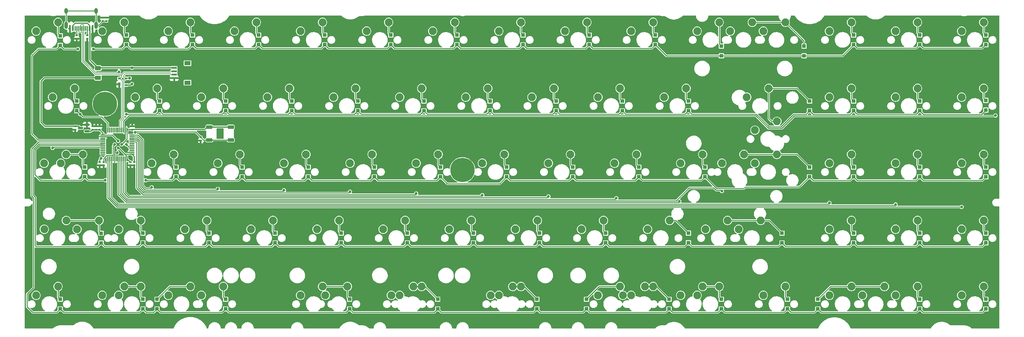
<source format=gbr>
%TF.GenerationSoftware,KiCad,Pcbnew,(7.0.0)*%
%TF.CreationDate,2024-03-13T18:16:39+01:00*%
%TF.ProjectId,qazimodo,71617a69-6d6f-4646-9f2e-6b696361645f,rev?*%
%TF.SameCoordinates,Original*%
%TF.FileFunction,Copper,L2,Bot*%
%TF.FilePolarity,Positive*%
%FSLAX46Y46*%
G04 Gerber Fmt 4.6, Leading zero omitted, Abs format (unit mm)*
G04 Created by KiCad (PCBNEW (7.0.0)) date 2024-03-13 18:16:39*
%MOMM*%
%LPD*%
G01*
G04 APERTURE LIST*
G04 Aperture macros list*
%AMRoundRect*
0 Rectangle with rounded corners*
0 $1 Rounding radius*
0 $2 $3 $4 $5 $6 $7 $8 $9 X,Y pos of 4 corners*
0 Add a 4 corners polygon primitive as box body*
4,1,4,$2,$3,$4,$5,$6,$7,$8,$9,$2,$3,0*
0 Add four circle primitives for the rounded corners*
1,1,$1+$1,$2,$3*
1,1,$1+$1,$4,$5*
1,1,$1+$1,$6,$7*
1,1,$1+$1,$8,$9*
0 Add four rect primitives between the rounded corners*
20,1,$1+$1,$2,$3,$4,$5,0*
20,1,$1+$1,$4,$5,$6,$7,0*
20,1,$1+$1,$6,$7,$8,$9,0*
20,1,$1+$1,$8,$9,$2,$3,0*%
G04 Aperture macros list end*
%TA.AperFunction,ComponentPad*%
%ADD10C,2.250000*%
%TD*%
%TA.AperFunction,SMDPad,CuDef*%
%ADD11RoundRect,0.275000X0.625000X0.275000X-0.625000X0.275000X-0.625000X-0.275000X0.625000X-0.275000X0*%
%TD*%
%TA.AperFunction,SMDPad,CuDef*%
%ADD12RoundRect,0.150000X0.587500X0.150000X-0.587500X0.150000X-0.587500X-0.150000X0.587500X-0.150000X0*%
%TD*%
%TA.AperFunction,SMDPad,CuDef*%
%ADD13RoundRect,0.075000X0.075000X-0.662500X0.075000X0.662500X-0.075000X0.662500X-0.075000X-0.662500X0*%
%TD*%
%TA.AperFunction,SMDPad,CuDef*%
%ADD14RoundRect,0.075000X0.662500X-0.075000X0.662500X0.075000X-0.662500X0.075000X-0.662500X-0.075000X0*%
%TD*%
%TA.AperFunction,SMDPad,CuDef*%
%ADD15RoundRect,0.135000X-0.185000X0.135000X-0.185000X-0.135000X0.185000X-0.135000X0.185000X0.135000X0*%
%TD*%
%TA.AperFunction,SMDPad,CuDef*%
%ADD16RoundRect,0.140000X0.170000X-0.140000X0.170000X0.140000X-0.170000X0.140000X-0.170000X-0.140000X0*%
%TD*%
%TA.AperFunction,SMDPad,CuDef*%
%ADD17RoundRect,0.140000X-0.170000X0.140000X-0.170000X-0.140000X0.170000X-0.140000X0.170000X0.140000X0*%
%TD*%
%TA.AperFunction,ComponentPad*%
%ADD18C,2.200000*%
%TD*%
%TA.AperFunction,ComponentPad*%
%ADD19C,1.000000*%
%TD*%
%TA.AperFunction,ComponentPad*%
%ADD20C,7.001300*%
%TD*%
%TA.AperFunction,ComponentPad*%
%ADD21C,7.000240*%
%TD*%
%TA.AperFunction,SMDPad,CuDef*%
%ADD22R,1.100000X1.100000*%
%TD*%
%TA.AperFunction,SMDPad,CuDef*%
%ADD23R,1.800000X1.200000*%
%TD*%
%TA.AperFunction,SMDPad,CuDef*%
%ADD24R,1.550000X0.600000*%
%TD*%
%TA.AperFunction,SMDPad,CuDef*%
%ADD25RoundRect,0.135000X0.185000X-0.135000X0.185000X0.135000X-0.185000X0.135000X-0.185000X-0.135000X0*%
%TD*%
%TA.AperFunction,SMDPad,CuDef*%
%ADD26RoundRect,0.250000X-0.625000X0.375000X-0.625000X-0.375000X0.625000X-0.375000X0.625000X0.375000X0*%
%TD*%
%TA.AperFunction,SMDPad,CuDef*%
%ADD27R,0.600000X1.450000*%
%TD*%
%TA.AperFunction,SMDPad,CuDef*%
%ADD28R,0.300000X1.450000*%
%TD*%
%TA.AperFunction,ComponentPad*%
%ADD29O,1.000000X1.600000*%
%TD*%
%TA.AperFunction,ComponentPad*%
%ADD30O,1.000000X2.100000*%
%TD*%
%TA.AperFunction,SMDPad,CuDef*%
%ADD31R,0.700000X0.600000*%
%TD*%
%TA.AperFunction,SMDPad,CuDef*%
%ADD32R,0.700000X1.000000*%
%TD*%
%TA.AperFunction,ViaPad*%
%ADD33C,0.800000*%
%TD*%
%TA.AperFunction,Conductor*%
%ADD34C,0.250000*%
%TD*%
%TA.AperFunction,Conductor*%
%ADD35C,0.350000*%
%TD*%
%TA.AperFunction,Conductor*%
%ADD36C,0.200000*%
%TD*%
%TA.AperFunction,Conductor*%
%ADD37C,0.220000*%
%TD*%
G04 APERTURE END LIST*
D10*
%TO.P,MX17,1,COL*%
%TO.N,COL1*%
X80327500Y-72072500D03*
%TO.P,MX17,2,ROW*%
%TO.N,Net-(D8-A)*%
X86677500Y-69532500D03*
%TD*%
D11*
%TO.P,SW1,1,1*%
%TO.N,+3V3*%
X107875000Y-80700000D03*
X101675000Y-80700000D03*
%TO.P,SW1,2,2*%
%TO.N,BOOT0*%
X107875000Y-84400000D03*
X101675000Y-84400000D03*
%TD*%
D12*
%TO.P,U3,3,VI*%
%TO.N,+5V*%
X64550000Y-80962500D03*
%TO.P,U3,2,VO*%
%TO.N,+3V3*%
X66425000Y-81912500D03*
%TO.P,U3,1,GND*%
%TO.N,GND*%
X66425000Y-80012500D03*
%TD*%
D13*
%TO.P,U2,1,VBAT*%
%TO.N,+3V3*%
X77934000Y-89887500D03*
%TO.P,U2,2,PC13*%
%TO.N,COL6*%
X77434000Y-89887500D03*
%TO.P,U2,3,PC14*%
%TO.N,COL7*%
X76934000Y-89887500D03*
%TO.P,U2,4,PC15*%
%TO.N,COL8*%
X76434000Y-89887500D03*
%TO.P,U2,5,PF0*%
%TO.N,COL10*%
X75934000Y-89887500D03*
%TO.P,U2,6,PF1*%
%TO.N,COL9*%
X75434000Y-89887500D03*
%TO.P,U2,7,NRST*%
%TO.N,NRST*%
X74934000Y-89887500D03*
%TO.P,U2,8,VSSA*%
%TO.N,GND*%
X74434000Y-89887500D03*
%TO.P,U2,9,VDDA*%
%TO.N,+3V3*%
X73934000Y-89887500D03*
%TO.P,U2,10,PA0*%
%TO.N,COL11*%
X73434000Y-89887500D03*
%TO.P,U2,11,PA1*%
%TO.N,COL12*%
X72934000Y-89887500D03*
%TO.P,U2,12,PA2*%
%TO.N,COL13*%
X72434000Y-89887500D03*
D14*
%TO.P,U2,13,PA3*%
%TO.N,unconnected-(U2-PA3-Pad13)*%
X71021500Y-88475000D03*
%TO.P,U2,14,PA4*%
%TO.N,unconnected-(U2-PA4-Pad14)*%
X71021500Y-87975000D03*
%TO.P,U2,15,PA5*%
%TO.N,unconnected-(U2-PA5-Pad15)*%
X71021500Y-87475000D03*
%TO.P,U2,16,PA6*%
%TO.N,unconnected-(U2-PA6-Pad16)*%
X71021500Y-86975000D03*
%TO.P,U2,17,PA7*%
%TO.N,COL0*%
X71021500Y-86475000D03*
%TO.P,U2,18,PB0*%
%TO.N,ROW2*%
X71021500Y-85975000D03*
%TO.P,U2,19,PB1*%
%TO.N,ROW3*%
X71021500Y-85475000D03*
%TO.P,U2,20,PB2*%
%TO.N,ROW4*%
X71021500Y-84975000D03*
%TO.P,U2,21,PB10*%
%TO.N,ROW0*%
X71021500Y-84475000D03*
%TO.P,U2,22,PB11*%
%TO.N,unconnected-(U2-PB11-Pad22)*%
X71021500Y-83975000D03*
%TO.P,U2,23,VSS*%
%TO.N,GND*%
X71021500Y-83475000D03*
%TO.P,U2,24,VDD*%
%TO.N,+3V3*%
X71021500Y-82975000D03*
D13*
%TO.P,U2,25,PB12*%
%TO.N,ROW1*%
X72434000Y-81562500D03*
%TO.P,U2,26,PB13*%
%TO.N,unconnected-(U2-PB13-Pad26)*%
X72934000Y-81562500D03*
%TO.P,U2,27,PB14*%
%TO.N,unconnected-(U2-PB14-Pad27)*%
X73434000Y-81562500D03*
%TO.P,U2,28,PB15*%
%TO.N,unconnected-(U2-PB15-Pad28)*%
X73934000Y-81562500D03*
%TO.P,U2,29,PA8*%
%TO.N,unconnected-(U2-PA8-Pad29)*%
X74434000Y-81562500D03*
%TO.P,U2,30,PA9*%
%TO.N,unconnected-(U2-PA9-Pad30)*%
X74934000Y-81562500D03*
%TO.P,U2,31,PA10*%
%TO.N,unconnected-(U2-PA10-Pad31)*%
X75434000Y-81562500D03*
%TO.P,U2,32,PA11*%
%TO.N,D-*%
X75934000Y-81562500D03*
%TO.P,U2,33,PA12*%
%TO.N,D+*%
X76434000Y-81562500D03*
%TO.P,U2,34,PA13*%
%TO.N,COL14*%
X76934000Y-81562500D03*
%TO.P,U2,35,VSS*%
%TO.N,GND*%
X77434000Y-81562500D03*
%TO.P,U2,36,VDDIO2*%
%TO.N,+3V3*%
X77934000Y-81562500D03*
D14*
%TO.P,U2,37,PA14*%
%TO.N,COL1*%
X79346500Y-82975000D03*
%TO.P,U2,38,PA15*%
%TO.N,COL2*%
X79346500Y-83475000D03*
%TO.P,U2,39,PB3*%
%TO.N,COL3*%
X79346500Y-83975000D03*
%TO.P,U2,40,PB4*%
%TO.N,COL4*%
X79346500Y-84475000D03*
%TO.P,U2,41,PB5*%
%TO.N,COL5*%
X79346500Y-84975000D03*
%TO.P,U2,42,PB6*%
%TO.N,unconnected-(U2-PB6-Pad42)*%
X79346500Y-85475000D03*
%TO.P,U2,43,PB7*%
%TO.N,unconnected-(U2-PB7-Pad43)*%
X79346500Y-85975000D03*
%TO.P,U2,44,BOOT0*%
%TO.N,BOOT0*%
X79346500Y-86475000D03*
%TO.P,U2,45,PB8*%
%TO.N,unconnected-(U2-PB8-Pad45)*%
X79346500Y-86975000D03*
%TO.P,U2,46,PB9*%
%TO.N,unconnected-(U2-PB9-Pad46)*%
X79346500Y-87475000D03*
%TO.P,U2,47,VSS*%
%TO.N,GND*%
X79346500Y-87975000D03*
%TO.P,U2,48,VDD*%
%TO.N,+3V3*%
X79346500Y-88475000D03*
%TD*%
D15*
%TO.P,R5,1*%
%TO.N,BOOT0*%
X99218750Y-83627500D03*
%TO.P,R5,2*%
%TO.N,GND*%
X99218750Y-84647500D03*
%TD*%
D16*
%TO.P,C17,2*%
%TO.N,GND*%
X67999404Y-80498144D03*
%TO.P,C17,1*%
%TO.N,+3V3*%
X67999404Y-81458144D03*
%TD*%
D17*
%TO.P,C16,1*%
%TO.N,+5V*%
X63036904Y-80476254D03*
%TO.P,C16,2*%
%TO.N,GND*%
X63036904Y-81436254D03*
%TD*%
%TO.P,C15,1*%
%TO.N,NRST*%
X70050000Y-90801250D03*
%TO.P,C15,2*%
%TO.N,GND*%
X70050000Y-91761250D03*
%TD*%
D16*
%TO.P,C14,1*%
%TO.N,+3V3*%
X69056250Y-81442500D03*
%TO.P,C14,2*%
%TO.N,GND*%
X69056250Y-80482500D03*
%TD*%
D17*
%TO.P,C13,1*%
%TO.N,+3V3*%
X71237500Y-90801250D03*
%TO.P,C13,2*%
%TO.N,GND*%
X71237500Y-91761250D03*
%TD*%
%TO.P,C12,1*%
%TO.N,+3V3*%
X78923466Y-90801250D03*
%TO.P,C12,2*%
%TO.N,GND*%
X78923466Y-91761250D03*
%TD*%
%TO.P,C11,1*%
%TO.N,+3V3*%
X80018870Y-90801250D03*
%TO.P,C11,2*%
%TO.N,GND*%
X80018870Y-91761250D03*
%TD*%
D16*
%TO.P,C10,1*%
%TO.N,+3V3*%
X79455709Y-81442500D03*
%TO.P,C10,2*%
%TO.N,GND*%
X79455709Y-80482500D03*
%TD*%
%TO.P,C9,1*%
%TO.N,+3V3*%
X70050000Y-81442500D03*
%TO.P,C9,2*%
%TO.N,GND*%
X70050000Y-80482500D03*
%TD*%
D10*
%TO.P,MX3,1,COL*%
%TO.N,COL2*%
X89852500Y-53022500D03*
%TO.P,MX3,2,ROW*%
%TO.N,Net-(D12-A)*%
X96202500Y-50482500D03*
%TD*%
%TO.P,MX68,1,COL*%
%TO.N,COL13*%
X318452500Y-129222500D03*
%TO.P,MX68,2,ROW*%
%TO.N,Net-(D71-A)*%
X324802500Y-126682500D03*
%TD*%
%TO.P,MX61,1,COL*%
%TO.N,COL6*%
X182759937Y-129222500D03*
%TO.P,MX61,2,ROW*%
%TO.N,Net-(D36-A)*%
X189109937Y-126682500D03*
%TD*%
%TO.P,MX52,1,COL*%
%TO.N,COL11*%
X280352500Y-110172500D03*
%TO.P,MX52,2,ROW*%
%TO.N,Net-(D52-A)*%
X286702500Y-107632500D03*
%TD*%
%TO.P,MX34,1,COL*%
%TO.N,COL4*%
X142240000Y-91122500D03*
%TO.P,MX34,2,ROW*%
%TO.N,Net-(D24-A)*%
X148590000Y-88582500D03*
%TD*%
%TO.P,MX9,1,COL*%
%TO.N,COL8*%
X204152500Y-53022500D03*
%TO.P,MX9,2,ROW*%
%TO.N,Net-(D43-A)*%
X210502500Y-50482500D03*
%TD*%
%TO.P,MX14,1,COL*%
%TO.N,COL13*%
X299402500Y-53022500D03*
%TO.P,MX14,2,ROW*%
%TO.N,Net-(D68-A)*%
X305752500Y-50482500D03*
%TD*%
%TO.P,MX27,1,COL*%
%TO.N,COL11*%
X280352500Y-72072500D03*
%TO.P,MX27,2,ROW*%
%TO.N,Net-(D60-A)*%
X286702500Y-69532500D03*
%TD*%
%TO.P,MX30a1,1,COL*%
%TO.N,COL0*%
X54065628Y-91122501D03*
%TO.P,MX30a1,2,ROW*%
%TO.N,Net-(D4-A)*%
X60415628Y-88582501D03*
%TD*%
%TO.P,MX42,1,COL*%
%TO.N,COL13*%
X318452500Y-91122500D03*
%TO.P,MX42,2,ROW*%
%TO.N,Net-(D66-A)*%
X324802500Y-88582500D03*
%TD*%
%TO.P,MX39a1,1,COL*%
%TO.N,COL9*%
X237490000Y-91122500D03*
%TO.P,MX39a1,2,ROW*%
%TO.N,Net-(D51-A)*%
X243840000Y-88582500D03*
%TD*%
%TO.P,MX50,1,COL*%
%TO.N,COL8*%
X208915000Y-110172500D03*
%TO.P,MX50,2,ROW*%
%TO.N,Net-(D40-A)*%
X215265000Y-107632500D03*
%TD*%
%TO.P,MX60b1,1,COL*%
%TO.N,COL5*%
X156527500Y-129222500D03*
%TO.P,MX60b1,2,ROW*%
%TO.N,Net-(D31-A)*%
X162877500Y-126682500D03*
%TD*%
%TO.P,MX25,1,COL*%
%TO.N,COL9*%
X232727500Y-72072500D03*
%TO.P,MX25,2,ROW*%
%TO.N,Net-(D50-A)*%
X239077500Y-69532500D03*
%TD*%
%TO.P,MX11,1,COL*%
%TO.N,COL10*%
X242252500Y-53022500D03*
%TO.P,MX11,2,ROW*%
%TO.N,Net-(D54-A)*%
X248602500Y-50482500D03*
%TD*%
%TO.P,MX62,1,COL*%
%TO.N,COL7*%
X213677500Y-129222500D03*
%TO.P,MX62,2,ROW*%
%TO.N,Net-(D41-A)*%
X220027500Y-126682500D03*
%TD*%
%TO.P,MX41,1,COL*%
%TO.N,COL12*%
X299402500Y-91122500D03*
%TO.P,MX41,2,ROW*%
%TO.N,Net-(D61-A)*%
X305752500Y-88582500D03*
%TD*%
%TO.P,MX54,1,COL*%
%TO.N,COL13*%
X318452500Y-110172500D03*
%TO.P,MX54,2,ROW*%
%TO.N,Net-(D62-A)*%
X324802500Y-107632500D03*
%TD*%
%TO.P,MX12a1,1,COL*%
%TO.N,COL11*%
X251777500Y-53022500D03*
%TO.P,MX12a1,2,ROW*%
%TO.N,Net-(D59-A)*%
X258127500Y-50482500D03*
%TD*%
D18*
%TO.P,MX60c1,1,COL*%
%TO.N,COL5*%
X156527500Y-129222500D03*
%TO.P,MX60c1,2,ROW*%
%TO.N,Net-(D31-A)*%
X162877500Y-126682500D03*
%TD*%
D10*
%TO.P,MX45,1,COL*%
%TO.N,COL3*%
X113665000Y-110172500D03*
%TO.P,MX45,2,ROW*%
%TO.N,Net-(D15-A)*%
X120015000Y-107632500D03*
%TD*%
%TO.P,MX67,1,COL*%
%TO.N,COL12*%
X299402500Y-129222500D03*
%TO.P,MX67,2,ROW*%
%TO.N,Net-(D67-A)*%
X305752500Y-126682500D03*
%TD*%
%TO.P,MX53,1,COL*%
%TO.N,COL12*%
X299402500Y-110172500D03*
%TO.P,MX53,2,ROW*%
%TO.N,Net-(D57-A)*%
X305752500Y-107632500D03*
%TD*%
%TO.P,MX33,1,COL*%
%TO.N,COL3*%
X123190000Y-91122500D03*
%TO.P,MX33,2,ROW*%
%TO.N,Net-(D19-A)*%
X129540000Y-88582500D03*
%TD*%
%TO.P,MX8,1,COL*%
%TO.N,COL7*%
X185102500Y-53022500D03*
%TO.P,MX8,2,ROW*%
%TO.N,Net-(D37-A)*%
X191452500Y-50482500D03*
%TD*%
%TO.P,MX38,1,COL*%
%TO.N,COL8*%
X218440000Y-91122500D03*
%TO.P,MX38,2,ROW*%
%TO.N,Net-(D45-A)*%
X224790000Y-88582500D03*
%TD*%
%TO.P,MX48,1,COL*%
%TO.N,COL6*%
X170815000Y-110172500D03*
%TO.P,MX48,2,ROW*%
%TO.N,Net-(D30-A)*%
X177165000Y-107632500D03*
%TD*%
%TO.P,MX19,1,COL*%
%TO.N,COL3*%
X118427500Y-72072500D03*
%TO.P,MX19,2,ROW*%
%TO.N,Net-(D18-A)*%
X124777500Y-69532500D03*
%TD*%
%TO.P,MX26a1,1,COL*%
%TO.N,COL10*%
X258889500Y-81597500D03*
%TO.P,MX26a1,2,ROW*%
%TO.N,Net-(D55-A)*%
X265239500Y-79057500D03*
%TD*%
%TO.P,MX10,1,COL*%
%TO.N,COL9*%
X223202500Y-53022500D03*
%TO.P,MX10,2,ROW*%
%TO.N,Net-(D49-A)*%
X229552500Y-50482500D03*
%TD*%
%TO.P,MX21,1,COL*%
%TO.N,COL5*%
X156527500Y-72072500D03*
%TO.P,MX21,2,ROW*%
%TO.N,Net-(D28-A)*%
X162877500Y-69532500D03*
%TD*%
%TO.P,MX66a1,1,COL*%
%TO.N,COL11*%
X289877500Y-129222500D03*
%TO.P,MX66a1,2,ROW*%
%TO.N,Net-(D63-A)*%
X296227500Y-126682500D03*
%TD*%
%TO.P,MX37,1,COL*%
%TO.N,COL7*%
X199390000Y-91122500D03*
%TO.P,MX37,2,ROW*%
%TO.N,Net-(D39-A)*%
X205740000Y-88582500D03*
%TD*%
%TO.P,MX64,1,COL*%
%TO.N,COL9*%
X237490000Y-129222500D03*
%TO.P,MX64,2,ROW*%
%TO.N,Net-(D53-A)*%
X243840000Y-126682500D03*
%TD*%
%TO.P,MX46,1,COL*%
%TO.N,COL4*%
X132715000Y-110172500D03*
%TO.P,MX46,2,ROW*%
%TO.N,Net-(D20-A)*%
X139065000Y-107632500D03*
%TD*%
%TO.P,MX39,1,COL*%
%TO.N,COL10*%
X249364500Y-91122500D03*
%TO.P,MX39,2,ROW*%
%TO.N,Net-(D48-A)*%
X255714500Y-88582500D03*
%TD*%
%TO.P,MX44,1,COL*%
%TO.N,COL2*%
X94615000Y-110172500D03*
%TO.P,MX44,2,ROW*%
%TO.N,Net-(D10-A)*%
X100965000Y-107632500D03*
%TD*%
%TO.P,MX26,1,COL*%
%TO.N,COL10*%
X256540000Y-72072500D03*
%TO.P,MX26,2,ROW*%
%TO.N,Net-(D55-A)*%
X262890000Y-69532500D03*
%TD*%
%TO.P,MX61a1,1,COL*%
%TO.N,COL6*%
X185102500Y-129222500D03*
%TO.P,MX61a1,2,ROW*%
%TO.N,Net-(D36-A)*%
X191452500Y-126682500D03*
%TD*%
%TO.P,MX30,1,COL*%
%TO.N,COL0*%
X58864500Y-91122500D03*
%TO.P,MX30,2,ROW*%
%TO.N,Net-(D4-A)*%
X65214500Y-88582500D03*
%TD*%
%TO.P,MX40,1,COL*%
%TO.N,COL11*%
X280352500Y-91122500D03*
%TO.P,MX40,2,ROW*%
%TO.N,Net-(D56-A)*%
X286702500Y-88582500D03*
%TD*%
%TO.P,MX49,1,COL*%
%TO.N,COL7*%
X189865000Y-110172500D03*
%TO.P,MX49,2,ROW*%
%TO.N,Net-(D35-A)*%
X196215000Y-107632500D03*
%TD*%
%TO.P,MX23,1,COL*%
%TO.N,COL7*%
X194627500Y-72072500D03*
%TO.P,MX23,2,ROW*%
%TO.N,Net-(D38-A)*%
X200977500Y-69532500D03*
%TD*%
%TO.P,MX24,1,COL*%
%TO.N,COL8*%
X213677500Y-72072500D03*
%TO.P,MX24,2,ROW*%
%TO.N,Net-(D44-A)*%
X220027500Y-69532500D03*
%TD*%
%TO.P,MX55,1,COL*%
%TO.N,COL0*%
X51752500Y-129222500D03*
%TO.P,MX55,2,ROW*%
%TO.N,Net-(D6-A)*%
X58102500Y-126682500D03*
%TD*%
%TO.P,MX2,1,COL*%
%TO.N,COL1*%
X70802500Y-53022500D03*
%TO.P,MX2,2,ROW*%
%TO.N,Net-(D7-A)*%
X77152500Y-50482500D03*
%TD*%
%TO.P,MX31,1,COL*%
%TO.N,COL1*%
X85090000Y-91122500D03*
%TO.P,MX31,2,ROW*%
%TO.N,Net-(D9-A)*%
X91440000Y-88582500D03*
%TD*%
%TO.P,MX63b1,1,COL*%
%TO.N,COL8*%
X220820000Y-129222500D03*
%TO.P,MX63b1,2,ROW*%
%TO.N,Net-(D47-A)*%
X227170000Y-126682500D03*
%TD*%
%TO.P,MX58,1,COL*%
%TO.N,COL3*%
X99377500Y-129222500D03*
%TO.P,MX58,2,ROW*%
%TO.N,Net-(D21-A)*%
X105727500Y-126682500D03*
%TD*%
%TO.P,MX29,1,COL*%
%TO.N,COL13*%
X318452500Y-72072500D03*
%TO.P,MX29,2,ROW*%
%TO.N,Net-(D69-A)*%
X324802500Y-69532500D03*
%TD*%
%TO.P,MX57a1,1,COL*%
%TO.N,COL2*%
X89852500Y-129222500D03*
%TO.P,MX57a1,2,ROW*%
%TO.N,Net-(D16-A)*%
X96202500Y-126682500D03*
%TD*%
%TO.P,MX32,1,COL*%
%TO.N,COL2*%
X104140000Y-91122500D03*
%TO.P,MX32,2,ROW*%
%TO.N,Net-(D14-A)*%
X110490000Y-88582500D03*
%TD*%
%TO.P,MX12,1,COL*%
%TO.N,COL11*%
X261302500Y-53022500D03*
%TO.P,MX12,2,ROW*%
%TO.N,Net-(D59-A)*%
X267652500Y-50482500D03*
%TD*%
%TO.P,MX16,1,COL*%
%TO.N,COL0*%
X56515000Y-72072500D03*
%TO.P,MX16,2,ROW*%
%TO.N,Net-(D3-A)*%
X62865000Y-69532500D03*
%TD*%
%TO.P,MX60a1,1,COL*%
%TO.N,COL5*%
X154114500Y-129222500D03*
%TO.P,MX60a1,2,ROW*%
%TO.N,Net-(D31-A)*%
X160464500Y-126682500D03*
%TD*%
%TO.P,MX36,1,COL*%
%TO.N,COL6*%
X180340000Y-91122500D03*
%TO.P,MX36,2,ROW*%
%TO.N,Net-(D34-A)*%
X186690000Y-88582500D03*
%TD*%
%TO.P,MX59a1,1,COL*%
%TO.N,COL4*%
X127952500Y-129222500D03*
%TO.P,MX59a1,2,ROW*%
%TO.N,Net-(D26-A)*%
X134302500Y-126682500D03*
%TD*%
%TO.P,MX51b1,1,COL*%
%TO.N,COL10*%
X244665500Y-110172500D03*
%TO.P,MX51b1,2,ROW*%
%TO.N,Net-(D46-A)*%
X251015500Y-107632500D03*
%TD*%
%TO.P,MX5,1,COL*%
%TO.N,COL4*%
X127952500Y-53022500D03*
%TO.P,MX5,2,ROW*%
%TO.N,Net-(D22-A)*%
X134302500Y-50482500D03*
%TD*%
%TO.P,MX7,1,COL*%
%TO.N,COL6*%
X166052500Y-53022500D03*
%TO.P,MX7,2,ROW*%
%TO.N,Net-(D32-A)*%
X172402500Y-50482500D03*
%TD*%
%TO.P,MX18,1,COL*%
%TO.N,COL2*%
X99377500Y-72072500D03*
%TO.P,MX18,2,ROW*%
%TO.N,Net-(D13-A)*%
X105727500Y-69532500D03*
%TD*%
%TO.P,MX15,1,COL*%
%TO.N,COL14*%
X318452500Y-53022500D03*
%TO.P,MX15,2,ROW*%
%TO.N,Net-(D70-A)*%
X324802500Y-50482500D03*
%TD*%
%TO.P,MX56b1,1,COL*%
%TO.N,COL1*%
X75565000Y-129222500D03*
%TO.P,MX56b1,2,ROW*%
%TO.N,Net-(D11-A)*%
X81915000Y-126682500D03*
%TD*%
%TO.P,MX63,1,COL*%
%TO.N,COL8*%
X223202500Y-129222500D03*
%TO.P,MX63,2,ROW*%
%TO.N,Net-(D47-A)*%
X229552500Y-126682500D03*
%TD*%
%TO.P,MX4,1,COL*%
%TO.N,COL3*%
X108902500Y-53022500D03*
%TO.P,MX4,2,ROW*%
%TO.N,Net-(D17-A)*%
X115252500Y-50482500D03*
%TD*%
%TO.P,MX20,1,COL*%
%TO.N,COL4*%
X137477500Y-72072500D03*
%TO.P,MX20,2,ROW*%
%TO.N,Net-(D23-A)*%
X143827500Y-69532500D03*
%TD*%
%TO.P,MX28,1,COL*%
%TO.N,COL12*%
X299402500Y-72072500D03*
%TO.P,MX28,2,ROW*%
%TO.N,Net-(D65-A)*%
X305752500Y-69532500D03*
%TD*%
%TO.P,MX51,1,COL*%
%TO.N,COL9*%
X227965000Y-110172500D03*
%TO.P,MX51,2,ROW*%
%TO.N,Net-(D42-A)*%
X234315000Y-107632500D03*
%TD*%
%TO.P,MX35,1,COL*%
%TO.N,COL5*%
X161290000Y-91122500D03*
%TO.P,MX35,2,ROW*%
%TO.N,Net-(D29-A)*%
X167640000Y-88582500D03*
%TD*%
%TO.P,MX66,1,COL*%
%TO.N,COL11*%
X280352500Y-129222500D03*
%TO.P,MX66,2,ROW*%
%TO.N,Net-(D63-A)*%
X286702500Y-126682500D03*
%TD*%
%TO.P,MX51a1,1,COL*%
%TO.N,COL10*%
X254190500Y-110172500D03*
%TO.P,MX51a1,2,ROW*%
%TO.N,Net-(D46-A)*%
X260540500Y-107632500D03*
%TD*%
%TO.P,MX59,1,COL*%
%TO.N,COL4*%
X135128000Y-129222500D03*
%TO.P,MX59,2,ROW*%
%TO.N,Net-(D26-A)*%
X141478000Y-126682500D03*
%TD*%
%TO.P,MX64b1,1,COL*%
%TO.N,COL9*%
X242252500Y-129222500D03*
%TO.P,MX64b1,2,ROW*%
%TO.N,Net-(D53-A)*%
X248602500Y-126682500D03*
%TD*%
%TO.P,MX47,1,COL*%
%TO.N,COL5*%
X151765000Y-110172500D03*
%TO.P,MX47,2,ROW*%
%TO.N,Net-(D25-A)*%
X158115000Y-107632500D03*
%TD*%
D19*
%TO.P,,1,1*%
%TO.N,N/C*%
X69325000Y-73991000D03*
X69325000Y-73991000D03*
X69998654Y-72364654D03*
X69998654Y-72364654D03*
X69998654Y-75617346D03*
X69998654Y-75617346D03*
X71625000Y-71691000D03*
X71625000Y-71691000D03*
D20*
%TO.N,Net-(C_USBSHIELD1-Pad1)*%
X71625000Y-73991000D03*
%TO.N,N/C*%
X71625000Y-73991000D03*
D19*
X71625000Y-76291000D03*
X71625000Y-76291000D03*
X73251346Y-72364654D03*
X73251346Y-72364654D03*
X73251346Y-75617346D03*
X73251346Y-75617346D03*
X73925000Y-73991000D03*
X73925000Y-73991000D03*
D21*
%TO.P,,2*%
X174625000Y-93091000D03*
X174625000Y-93091000D03*
%TD*%
D10*
%TO.P,MX39b1,1,COL*%
%TO.N,COL10*%
X258889500Y-91122500D03*
%TO.P,MX39b1,2,ROW*%
%TO.N,Net-(D48-A)*%
X265239500Y-88582500D03*
%TD*%
%TO.P,MX56,1,COL*%
%TO.N,COL1*%
X70802500Y-129222500D03*
%TO.P,MX56,2,ROW*%
%TO.N,Net-(D11-A)*%
X77152500Y-126682500D03*
%TD*%
%TO.P,MX43b1,1,COL*%
%TO.N,COL1*%
X75565000Y-110172500D03*
%TO.P,MX43b1,2,ROW*%
%TO.N,Net-(D1-A)*%
X81915000Y-107632500D03*
%TD*%
%TO.P,MX43a1,1,COL*%
%TO.N,COL0*%
X54109685Y-110187971D03*
%TO.P,MX43a1,2,ROW*%
%TO.N,Net-(D5-A)*%
X60459685Y-107647971D03*
%TD*%
%TO.P,MX65b1,1,COL*%
%TO.N,COL10*%
X261302500Y-129222500D03*
%TO.P,MX65b1,2,ROW*%
%TO.N,Net-(D58-A)*%
X267652500Y-126682500D03*
%TD*%
%TO.P,MX22,1,COL*%
%TO.N,COL6*%
X175577500Y-72072500D03*
%TO.P,MX22,2,ROW*%
%TO.N,Net-(D33-A)*%
X181927500Y-69532500D03*
%TD*%
%TO.P,MX13,1,COL*%
%TO.N,COL12*%
X280352500Y-53022500D03*
%TO.P,MX13,2,ROW*%
%TO.N,Net-(D64-A)*%
X286702500Y-50482500D03*
%TD*%
%TO.P,MX6,1,COL*%
%TO.N,COL5*%
X147002500Y-53022500D03*
%TO.P,MX6,2,ROW*%
%TO.N,Net-(D27-A)*%
X153352500Y-50482500D03*
%TD*%
%TO.P,MX60,1,COL*%
%TO.N,COL5*%
X156527500Y-129222500D03*
%TO.P,MX60,2,ROW*%
%TO.N,Net-(D31-A)*%
X162877500Y-126682500D03*
%TD*%
%TO.P,MX1,1,COL*%
%TO.N,COL0*%
X51752500Y-53022500D03*
%TO.P,MX1,2,ROW*%
%TO.N,Net-(D2-A)*%
X58102500Y-50482500D03*
%TD*%
%TO.P,MX43,1,COL*%
%TO.N,COL0*%
X63563500Y-110172500D03*
%TO.P,MX43,2,ROW*%
%TO.N,Net-(D5-A)*%
X69913500Y-107632500D03*
%TD*%
D22*
%TO.P,D7,1,K*%
%TO.N,ROW0*%
X77787499Y-56962499D03*
%TO.P,D7,2,A*%
%TO.N,Net-(D7-A)*%
X77787499Y-54162499D03*
%TD*%
%TO.P,D42,1,K*%
%TO.N,ROW3*%
X239725199Y-114074399D03*
%TO.P,D42,2,A*%
%TO.N,Net-(D42-A)*%
X239725199Y-111274399D03*
%TD*%
%TO.P,D48,1,K*%
%TO.N,ROW2*%
X274637499Y-95062499D03*
%TO.P,D48,2,A*%
%TO.N,Net-(D48-A)*%
X274637499Y-92262499D03*
%TD*%
%TO.P,D11,1,K*%
%TO.N,ROW4*%
X82549999Y-133162499D03*
%TO.P,D11,2,A*%
%TO.N,Net-(D11-A)*%
X82549999Y-130362499D03*
%TD*%
%TO.P,D58,1,K*%
%TO.N,ROW4*%
X268287499Y-133162499D03*
%TO.P,D58,2,A*%
%TO.N,Net-(D58-A)*%
X268287499Y-130362499D03*
%TD*%
D23*
%TO.P,J2,*%
%TO.N,*%
X95412499Y-62287499D03*
X95412499Y-67887499D03*
D24*
%TO.P,J2,1,Pin_1*%
%TO.N,VCC*%
X91537499Y-63587499D03*
%TO.P,J2,2,Pin_2*%
%TO.N,D-*%
X91537499Y-64587499D03*
%TO.P,J2,3,Pin_3*%
%TO.N,D+*%
X91537499Y-65587499D03*
%TO.P,J2,4,Pin_4*%
%TO.N,GND*%
X91537499Y-66587499D03*
%TD*%
D22*
%TO.P,D71,1,K*%
%TO.N,ROW4*%
X325437499Y-133162499D03*
%TO.P,D71,2,A*%
%TO.N,Net-(D71-A)*%
X325437499Y-130362499D03*
%TD*%
%TO.P,D52,1,K*%
%TO.N,ROW3*%
X287337499Y-114112499D03*
%TO.P,D52,2,A*%
%TO.N,Net-(D52-A)*%
X287337499Y-111312499D03*
%TD*%
%TO.P,D15,1,K*%
%TO.N,ROW3*%
X120649999Y-114112499D03*
%TO.P,D15,2,A*%
%TO.N,Net-(D15-A)*%
X120649999Y-111312499D03*
%TD*%
%TO.P,D38,1,K*%
%TO.N,ROW1*%
X201612499Y-76012499D03*
%TO.P,D38,2,A*%
%TO.N,Net-(D38-A)*%
X201612499Y-73212499D03*
%TD*%
%TO.P,D50,1,K*%
%TO.N,ROW1*%
X239712499Y-76012499D03*
%TO.P,D50,2,A*%
%TO.N,Net-(D50-A)*%
X239712499Y-73212499D03*
%TD*%
%TO.P,D62,1,K*%
%TO.N,ROW3*%
X325437499Y-114112499D03*
%TO.P,D62,2,A*%
%TO.N,Net-(D62-A)*%
X325437499Y-111312499D03*
%TD*%
%TO.P,D70,1,K*%
%TO.N,ROW0*%
X325437499Y-56962499D03*
%TO.P,D70,2,A*%
%TO.N,Net-(D70-A)*%
X325437499Y-54162499D03*
%TD*%
%TO.P,D16,1,K*%
%TO.N,ROW4*%
X86613999Y-133162499D03*
%TO.P,D16,2,A*%
%TO.N,Net-(D16-A)*%
X86613999Y-130362499D03*
%TD*%
%TO.P,D66,1,K*%
%TO.N,ROW2*%
X325437499Y-95062499D03*
%TO.P,D66,2,A*%
%TO.N,Net-(D66-A)*%
X325437499Y-92262499D03*
%TD*%
%TO.P,D18,1,K*%
%TO.N,ROW1*%
X125412499Y-76012499D03*
%TO.P,D18,2,A*%
%TO.N,Net-(D18-A)*%
X125412499Y-73212499D03*
%TD*%
%TO.P,D61,1,K*%
%TO.N,ROW2*%
X306387499Y-95062499D03*
%TO.P,D61,2,A*%
%TO.N,Net-(D61-A)*%
X306387499Y-92262499D03*
%TD*%
%TO.P,D41,1,K*%
%TO.N,ROW4*%
X210343749Y-133162499D03*
%TO.P,D41,2,A*%
%TO.N,Net-(D41-A)*%
X210343749Y-130362499D03*
%TD*%
%TO.P,D34,1,K*%
%TO.N,ROW2*%
X187324999Y-95062499D03*
%TO.P,D34,2,A*%
%TO.N,Net-(D34-A)*%
X187324999Y-92262499D03*
%TD*%
%TO.P,D65,1,K*%
%TO.N,ROW1*%
X306387499Y-76012499D03*
%TO.P,D65,2,A*%
%TO.N,Net-(D65-A)*%
X306387499Y-73212499D03*
%TD*%
%TO.P,D4,1,K*%
%TO.N,ROW2*%
X65784191Y-95051704D03*
%TO.P,D4,2,A*%
%TO.N,Net-(D4-A)*%
X65784191Y-92251704D03*
%TD*%
%TO.P,D14,1,K*%
%TO.N,ROW2*%
X111124999Y-95062499D03*
%TO.P,D14,2,A*%
%TO.N,Net-(D14-A)*%
X111124999Y-92262499D03*
%TD*%
%TO.P,D47,1,K*%
%TO.N,ROW4*%
X234156249Y-133162499D03*
%TO.P,D47,2,A*%
%TO.N,Net-(D47-A)*%
X234156249Y-130362499D03*
%TD*%
%TO.P,D57,1,K*%
%TO.N,ROW3*%
X306387499Y-114112499D03*
%TO.P,D57,2,A*%
%TO.N,Net-(D57-A)*%
X306387499Y-111312499D03*
%TD*%
%TO.P,D51,1,K*%
%TO.N,ROW2*%
X244474999Y-95062499D03*
%TO.P,D51,2,A*%
%TO.N,Net-(D51-A)*%
X244474999Y-92262499D03*
%TD*%
%TO.P,D49,1,K*%
%TO.N,ROW0*%
X230187499Y-56962499D03*
%TO.P,D49,2,A*%
%TO.N,Net-(D49-A)*%
X230187499Y-54162499D03*
%TD*%
D25*
%TO.P,R_USBSHIELD1,1*%
%TO.N,Net-(J3-SHIELD)*%
X72034400Y-50143600D03*
%TO.P,R_USBSHIELD1,2*%
%TO.N,GND*%
X72034400Y-49123600D03*
%TD*%
D22*
%TO.P,D45,1,K*%
%TO.N,ROW2*%
X225424999Y-95062499D03*
%TO.P,D45,2,A*%
%TO.N,Net-(D45-A)*%
X225424999Y-92262499D03*
%TD*%
%TO.P,D17,1,K*%
%TO.N,ROW0*%
X115887499Y-56962499D03*
%TO.P,D17,2,A*%
%TO.N,Net-(D17-A)*%
X115887499Y-54162499D03*
%TD*%
D26*
%TO.P,F1,2*%
%TO.N,+5V*%
X69596000Y-66487500D03*
%TO.P,F1,1*%
%TO.N,VCC*%
X69596000Y-63687500D03*
%TD*%
D22*
%TO.P,D10,1,K*%
%TO.N,ROW3*%
X101599999Y-114112499D03*
%TO.P,D10,2,A*%
%TO.N,Net-(D10-A)*%
X101599999Y-111312499D03*
%TD*%
D15*
%TO.P,R_USB1,1*%
%TO.N,Net-(J3-CC1)*%
X63500000Y-54227000D03*
%TO.P,R_USB1,2*%
%TO.N,GND*%
X63500000Y-55247000D03*
%TD*%
D22*
%TO.P,D19,1,K*%
%TO.N,ROW2*%
X130174999Y-95062499D03*
%TO.P,D19,2,A*%
%TO.N,Net-(D19-A)*%
X130174999Y-92262499D03*
%TD*%
%TO.P,D5,1,K*%
%TO.N,ROW3*%
X70515674Y-114126367D03*
%TO.P,D5,2,A*%
%TO.N,Net-(D5-A)*%
X70515674Y-111326367D03*
%TD*%
D15*
%TO.P,R_USB2,1*%
%TO.N,Net-(J3-CC2)*%
X66548000Y-54227000D03*
%TO.P,R_USB2,2*%
%TO.N,GND*%
X66548000Y-55247000D03*
%TD*%
D22*
%TO.P,D64,1,K*%
%TO.N,ROW0*%
X287337499Y-56962499D03*
%TO.P,D64,2,A*%
%TO.N,Net-(D64-A)*%
X287337499Y-54162499D03*
%TD*%
%TO.P,D26,1,K*%
%TO.N,ROW4*%
X142081249Y-133162499D03*
%TO.P,D26,2,A*%
%TO.N,Net-(D26-A)*%
X142081249Y-130362499D03*
%TD*%
%TO.P,D36,1,K*%
%TO.N,ROW4*%
X196087999Y-133162499D03*
%TO.P,D36,2,A*%
%TO.N,Net-(D36-A)*%
X196087999Y-130362499D03*
%TD*%
%TO.P,D22,1,K*%
%TO.N,ROW0*%
X134937499Y-56962499D03*
%TO.P,D22,2,A*%
%TO.N,Net-(D22-A)*%
X134937499Y-54162499D03*
%TD*%
D27*
%TO.P,J3,A1,GND*%
%TO.N,GND*%
X61519999Y-52252999D03*
%TO.P,J3,A4,VBUS*%
%TO.N,VCC*%
X62319999Y-52252999D03*
D28*
%TO.P,J3,A5,CC1*%
%TO.N,Net-(J3-CC1)*%
X63519999Y-52252999D03*
%TO.P,J3,A6,D+*%
%TO.N,D+*%
X64519999Y-52252999D03*
%TO.P,J3,A7,D-*%
%TO.N,D-*%
X65019999Y-52252999D03*
%TO.P,J3,A8,SBU1*%
%TO.N,unconnected-(J3-SBU1-PadA8)*%
X66019999Y-52252999D03*
D27*
%TO.P,J3,A9,VBUS*%
%TO.N,VCC*%
X67219999Y-52252999D03*
%TO.P,J3,A12,GND*%
%TO.N,GND*%
X68019999Y-52252999D03*
%TO.P,J3,B1,GND*%
X68019999Y-52252999D03*
%TO.P,J3,B4,VBUS*%
%TO.N,VCC*%
X67219999Y-52252999D03*
D28*
%TO.P,J3,B5,CC2*%
%TO.N,Net-(J3-CC2)*%
X66519999Y-52252999D03*
%TO.P,J3,B6,D+*%
%TO.N,D+*%
X65519999Y-52252999D03*
%TO.P,J3,B7,D-*%
%TO.N,D-*%
X64019999Y-52252999D03*
%TO.P,J3,B8,SBU2*%
%TO.N,unconnected-(J3-SBU2-PadB8)*%
X63019999Y-52252999D03*
D27*
%TO.P,J3,B9,VBUS*%
%TO.N,VCC*%
X62319999Y-52252999D03*
%TO.P,J3,B12,GND*%
%TO.N,GND*%
X61519999Y-52252999D03*
D29*
%TO.P,J3,S1,SHIELD*%
%TO.N,Net-(J3-SHIELD)*%
X60449999Y-47157999D03*
D30*
X60449999Y-51337999D03*
D29*
X69089999Y-47157999D03*
D30*
X69089999Y-51337999D03*
%TD*%
D22*
%TO.P,D31,1,K*%
%TO.N,ROW4*%
X167481249Y-133162499D03*
%TO.P,D31,2,A*%
%TO.N,Net-(D31-A)*%
X167481249Y-130362499D03*
%TD*%
%TO.P,D28,1,K*%
%TO.N,ROW1*%
X163512499Y-76012499D03*
%TO.P,D28,2,A*%
%TO.N,Net-(D28-A)*%
X163512499Y-73212499D03*
%TD*%
D31*
%TO.P,D72,4,VCC*%
%TO.N,VCC*%
X77707999Y-68577499D03*
%TO.P,D72,3,I/O2*%
%TO.N,D+*%
X77707999Y-66677499D03*
%TO.P,D72,2,I/O1*%
%TO.N,D-*%
X75707999Y-66677499D03*
D32*
%TO.P,D72,1,GND*%
%TO.N,GND*%
X75707999Y-68377499D03*
%TD*%
D22*
%TO.P,D63,1,K*%
%TO.N,ROW4*%
X277018749Y-133162499D03*
%TO.P,D63,2,A*%
%TO.N,Net-(D63-A)*%
X277018749Y-130362499D03*
%TD*%
%TO.P,D44,1,K*%
%TO.N,ROW1*%
X220662499Y-76012499D03*
%TO.P,D44,2,A*%
%TO.N,Net-(D44-A)*%
X220662499Y-73212499D03*
%TD*%
%TO.P,D68,1,K*%
%TO.N,ROW0*%
X306387499Y-56962499D03*
%TO.P,D68,2,A*%
%TO.N,Net-(D68-A)*%
X306387499Y-54162499D03*
%TD*%
%TO.P,D29,1,K*%
%TO.N,ROW2*%
X168274999Y-95062499D03*
%TO.P,D29,2,A*%
%TO.N,Net-(D29-A)*%
X168274999Y-92262499D03*
%TD*%
%TO.P,D24,1,K*%
%TO.N,ROW2*%
X149224999Y-95062499D03*
%TO.P,D24,2,A*%
%TO.N,Net-(D24-A)*%
X149224999Y-92262499D03*
%TD*%
%TO.P,D2,1,K*%
%TO.N,ROW0*%
X58737499Y-57152999D03*
%TO.P,D2,2,A*%
%TO.N,Net-(D2-A)*%
X58737499Y-54352999D03*
%TD*%
%TO.P,D6,1,K*%
%TO.N,ROW4*%
X58737499Y-133162499D03*
%TO.P,D6,2,A*%
%TO.N,Net-(D6-A)*%
X58737499Y-130362499D03*
%TD*%
%TO.P,D43,1,K*%
%TO.N,ROW0*%
X211137499Y-56962499D03*
%TO.P,D43,2,A*%
%TO.N,Net-(D43-A)*%
X211137499Y-54162499D03*
%TD*%
%TO.P,D32,1,K*%
%TO.N,ROW0*%
X173037499Y-56962499D03*
%TO.P,D32,2,A*%
%TO.N,Net-(D32-A)*%
X173037499Y-54162499D03*
%TD*%
%TO.P,D1,1,K*%
%TO.N,ROW3*%
X82549999Y-114112499D03*
%TO.P,D1,2,A*%
%TO.N,Net-(D1-A)*%
X82549999Y-111312499D03*
%TD*%
%TO.P,D69,1,K*%
%TO.N,ROW1*%
X325437499Y-75824999D03*
%TO.P,D69,2,A*%
%TO.N,Net-(D69-A)*%
X325437499Y-73024999D03*
%TD*%
%TO.P,D60,1,K*%
%TO.N,ROW1*%
X287337499Y-76012499D03*
%TO.P,D60,2,A*%
%TO.N,Net-(D60-A)*%
X287337499Y-73212499D03*
%TD*%
%TO.P,D27,1,K*%
%TO.N,ROW0*%
X153987499Y-56962499D03*
%TO.P,D27,2,A*%
%TO.N,Net-(D27-A)*%
X153987499Y-54162499D03*
%TD*%
%TO.P,D25,1,K*%
%TO.N,ROW3*%
X158749999Y-114112499D03*
%TO.P,D25,2,A*%
%TO.N,Net-(D25-A)*%
X158749999Y-111312499D03*
%TD*%
%TO.P,D33,1,K*%
%TO.N,ROW1*%
X182562499Y-76012499D03*
%TO.P,D33,2,A*%
%TO.N,Net-(D33-A)*%
X182562499Y-73212499D03*
%TD*%
%TO.P,D21,1,K*%
%TO.N,ROW4*%
X106362499Y-133162499D03*
%TO.P,D21,2,A*%
%TO.N,Net-(D21-A)*%
X106362499Y-130362499D03*
%TD*%
%TO.P,D12,1,K*%
%TO.N,ROW0*%
X96837499Y-56962499D03*
%TO.P,D12,2,A*%
%TO.N,Net-(D12-A)*%
X96837499Y-54162499D03*
%TD*%
%TO.P,D23,1,K*%
%TO.N,ROW1*%
X144462499Y-76012499D03*
%TO.P,D23,2,A*%
%TO.N,Net-(D23-A)*%
X144462499Y-73212499D03*
%TD*%
%TO.P,D59,1,K*%
%TO.N,ROW0*%
X273049999Y-60137499D03*
%TO.P,D59,2,A*%
%TO.N,Net-(D59-A)*%
X273049999Y-57337499D03*
%TD*%
%TO.P,D40,1,K*%
%TO.N,ROW3*%
X215899999Y-114112499D03*
%TO.P,D40,2,A*%
%TO.N,Net-(D40-A)*%
X215899999Y-111312499D03*
%TD*%
%TO.P,D8,1,K*%
%TO.N,ROW1*%
X87312499Y-76012499D03*
%TO.P,D8,2,A*%
%TO.N,Net-(D8-A)*%
X87312499Y-73212499D03*
%TD*%
%TO.P,D56,1,K*%
%TO.N,ROW2*%
X287337499Y-95062499D03*
%TO.P,D56,2,A*%
%TO.N,Net-(D56-A)*%
X287337499Y-92262499D03*
%TD*%
%TO.P,D37,1,K*%
%TO.N,ROW0*%
X192087499Y-56962499D03*
%TO.P,D37,2,A*%
%TO.N,Net-(D37-A)*%
X192087499Y-54162499D03*
%TD*%
D16*
%TO.P,C_USBSHIELD1,1*%
%TO.N,Net-(J3-SHIELD)*%
X70967600Y-50111600D03*
%TO.P,C_USBSHIELD1,2*%
%TO.N,GND*%
X70967600Y-49151600D03*
%TD*%
D22*
%TO.P,D54,1,K*%
%TO.N,ROW0*%
X249237499Y-60137499D03*
%TO.P,D54,2,A*%
%TO.N,Net-(D54-A)*%
X249237499Y-57337499D03*
%TD*%
%TO.P,D55,1,K*%
%TO.N,ROW1*%
X274637499Y-76012499D03*
%TO.P,D55,2,A*%
%TO.N,Net-(D55-A)*%
X274637499Y-73212499D03*
%TD*%
%TO.P,D9,1,K*%
%TO.N,ROW2*%
X92074999Y-95062499D03*
%TO.P,D9,2,A*%
%TO.N,Net-(D9-A)*%
X92074999Y-92262499D03*
%TD*%
%TO.P,D3,1,K*%
%TO.N,ROW1*%
X63499999Y-76012499D03*
%TO.P,D3,2,A*%
%TO.N,Net-(D3-A)*%
X63499999Y-73212499D03*
%TD*%
%TO.P,D67,1,K*%
%TO.N,ROW4*%
X306387499Y-133162499D03*
%TO.P,D67,2,A*%
%TO.N,Net-(D67-A)*%
X306387499Y-130362499D03*
%TD*%
%TO.P,D13,1,K*%
%TO.N,ROW1*%
X106362499Y-76012499D03*
%TO.P,D13,2,A*%
%TO.N,Net-(D13-A)*%
X106362499Y-73212499D03*
%TD*%
%TO.P,D30,1,K*%
%TO.N,ROW3*%
X177799999Y-114112499D03*
%TO.P,D30,2,A*%
%TO.N,Net-(D30-A)*%
X177799999Y-111312499D03*
%TD*%
%TO.P,D46,1,K*%
%TO.N,ROW3*%
X266699999Y-114112499D03*
%TO.P,D46,2,A*%
%TO.N,Net-(D46-A)*%
X266699999Y-111312499D03*
%TD*%
%TO.P,D39,1,K*%
%TO.N,ROW2*%
X206374999Y-95062499D03*
%TO.P,D39,2,A*%
%TO.N,Net-(D39-A)*%
X206374999Y-92262499D03*
%TD*%
%TO.P,D35,1,K*%
%TO.N,ROW3*%
X196849999Y-114112499D03*
%TO.P,D35,2,A*%
%TO.N,Net-(D35-A)*%
X196849999Y-111312499D03*
%TD*%
%TO.P,D20,1,K*%
%TO.N,ROW3*%
X139699999Y-114112499D03*
%TO.P,D20,2,A*%
%TO.N,Net-(D20-A)*%
X139699999Y-111312499D03*
%TD*%
%TO.P,D53,1,K*%
%TO.N,ROW4*%
X249237499Y-133162499D03*
%TO.P,D53,2,A*%
%TO.N,Net-(D53-A)*%
X249237499Y-130362499D03*
%TD*%
D33*
%TO.N,GND*%
X66435761Y-78904094D03*
X98653000Y-85657131D03*
%TO.N,BOOT0*%
X80289068Y-82250500D03*
X77787500Y-85725000D03*
%TO.N,ROW1*%
X64481250Y-76993750D03*
X77787500Y-76993750D03*
%TO.N,ROW2*%
X71709500Y-96043750D03*
X83343750Y-96043750D03*
%TO.N,COL0*%
X56512486Y-86699500D03*
%TO.N,NRST*%
X75158500Y-88106250D03*
X70520665Y-89675701D03*
%TO.N,+3V3*%
X74381651Y-85725000D03*
X75406250Y-86749599D03*
X76430849Y-85725000D03*
X75406250Y-84700401D03*
%TO.N,GND*%
X75406250Y-85725000D03*
X70045715Y-92768311D03*
X71236623Y-92761137D03*
X79925500Y-92665192D03*
X78930640Y-92672366D03*
X79452908Y-79574302D03*
X63047665Y-82243345D03*
X70059623Y-79740881D03*
X69058830Y-79730120D03*
X68004230Y-79708597D03*
%TO.N,ROW0*%
X68262500Y-58166000D03*
%TO.N,VCC*%
X79375000Y-68262500D03*
X79375000Y-63587500D03*
%TO.N,D+*%
X75631490Y-64758890D03*
%TO.N,ROW0*%
X63816500Y-58166000D03*
%TO.N,COL1*%
X85090000Y-98084500D03*
%TO.N,COL2*%
X104140000Y-98534500D03*
%TO.N,COL3*%
X123190000Y-98933000D03*
%TO.N,COL4*%
X142204959Y-99345311D03*
%TO.N,COL5*%
X161290000Y-99884500D03*
%TO.N,COL6*%
X180340000Y-100330000D03*
%TO.N,COL7*%
X199390000Y-100711000D03*
%TO.N,COL8*%
X218948000Y-101219000D03*
%TO.N,COL9*%
X237089702Y-102134500D03*
%TO.N,COL10*%
X249364500Y-99168901D03*
%TO.N,COL11*%
X280352500Y-102584500D03*
%TO.N,COL12*%
X299415200Y-103034500D03*
%TO.N,COL13*%
X318465200Y-103733600D03*
%TO.N,GND*%
X66495500Y-56134000D03*
X89916000Y-66611500D03*
X68072000Y-54356000D03*
X74583695Y-68391477D03*
X63500000Y-56134000D03*
X61520000Y-53949600D03*
X73025000Y-49149000D03*
%TO.N,D+*%
X78740000Y-66611500D03*
%TO.N,COL14*%
X328218800Y-77368400D03*
%TD*%
D34*
%TO.N,ROW2*%
X64792147Y-96043750D02*
X53022500Y-96043750D01*
X51435000Y-87356792D02*
X52816792Y-85975000D01*
X65784192Y-95051705D02*
X64792147Y-96043750D01*
X53022500Y-96043750D02*
X51435000Y-94456250D01*
X51435000Y-94456250D02*
X51435000Y-87356792D01*
X52816792Y-85975000D02*
X71021500Y-85975000D01*
%TO.N,COL5*%
X82598166Y-100159000D02*
X161080000Y-100159000D01*
X161080000Y-100159000D02*
X161290000Y-99949000D01*
X161290000Y-99949000D02*
X161290000Y-99884500D01*
X80750000Y-98310834D02*
X82598166Y-100159000D01*
X80584189Y-84975000D02*
X80750000Y-85140811D01*
X79346500Y-84975000D02*
X80584189Y-84975000D01*
X80750000Y-85140811D02*
X80750000Y-98310834D01*
%TO.N,COL1*%
X81152938Y-82975000D02*
X79346500Y-82975000D01*
X82550000Y-97565250D02*
X82550000Y-84372062D01*
X83343750Y-98359000D02*
X82550000Y-97565250D01*
X84902000Y-98359000D02*
X83343750Y-98359000D01*
X82550000Y-84372062D02*
X81152938Y-82975000D01*
X85090000Y-98171000D02*
X84902000Y-98359000D01*
X85090000Y-98084500D02*
X85090000Y-98171000D01*
%TO.N,COL2*%
X104010000Y-98809000D02*
X104140000Y-98679000D01*
X82100000Y-97751646D02*
X83157354Y-98809000D01*
X104140000Y-98679000D02*
X104140000Y-98534500D01*
X82100000Y-84558458D02*
X82100000Y-97751646D01*
X81016542Y-83475000D02*
X82100000Y-84558458D01*
X83157354Y-98809000D02*
X104010000Y-98809000D01*
X79346500Y-83475000D02*
X81016542Y-83475000D01*
%TO.N,COL3*%
X122864000Y-99259000D02*
X123190000Y-98933000D01*
X82970958Y-99259000D02*
X122864000Y-99259000D01*
X81650000Y-97938042D02*
X82970958Y-99259000D01*
X80880146Y-83975000D02*
X81650000Y-84744854D01*
X81650000Y-84744854D02*
X81650000Y-97938042D01*
X79346500Y-83975000D02*
X80880146Y-83975000D01*
%TO.N,COL4*%
X80743750Y-84475000D02*
X81200000Y-84931250D01*
X79346500Y-84475000D02*
X80743750Y-84475000D01*
X81200000Y-98124438D02*
X81200000Y-84931250D01*
X82784562Y-99709000D02*
X81200000Y-98124438D01*
X141845000Y-99709000D02*
X82784562Y-99709000D01*
X142204959Y-99349041D02*
X141845000Y-99709000D01*
X142204959Y-99345311D02*
X142204959Y-99349041D01*
D35*
%TO.N,+3V3*%
X80018870Y-89147370D02*
X79371500Y-88500000D01*
X79371500Y-88500000D02*
X79346500Y-88500000D01*
X80018870Y-90801250D02*
X80018870Y-89147370D01*
X77959000Y-89912500D02*
X77959000Y-89887500D01*
X78847750Y-90801250D02*
X77959000Y-89912500D01*
X78923466Y-90801250D02*
X78847750Y-90801250D01*
D34*
%TO.N,ROW4*%
X324456250Y-134143750D02*
X325437500Y-133162500D01*
X307368750Y-134143750D02*
X324456250Y-134143750D01*
X306387500Y-133162500D02*
X307368750Y-134143750D01*
X305418600Y-134131400D02*
X306387500Y-133162500D01*
X277987650Y-134131400D02*
X305418600Y-134131400D01*
X277018750Y-133162500D02*
X277987650Y-134131400D01*
X276037500Y-134143750D02*
X277018750Y-133162500D01*
X269268750Y-134143750D02*
X276037500Y-134143750D01*
X268287500Y-133162500D02*
X269268750Y-134143750D01*
X267318600Y-134131400D02*
X268287500Y-133162500D01*
X250206400Y-134131400D02*
X267318600Y-134131400D01*
X249237500Y-133162500D02*
X250206400Y-134131400D01*
X248256250Y-134143750D02*
X249237500Y-133162500D01*
X234156250Y-133162500D02*
X235137500Y-134143750D01*
X235137500Y-134143750D02*
X248256250Y-134143750D01*
X233187350Y-134131400D02*
X234156250Y-133162500D01*
X211312650Y-134131400D02*
X233187350Y-134131400D01*
X210343750Y-133162500D02*
X211312650Y-134131400D01*
X197069250Y-134143750D02*
X209362500Y-134143750D01*
X196088000Y-133162500D02*
X197069250Y-134143750D01*
X209362500Y-134143750D02*
X210343750Y-133162500D01*
X195119100Y-134131400D02*
X196088000Y-133162500D01*
X167481250Y-133162500D02*
X168450150Y-134131400D01*
X168450150Y-134131400D02*
X195119100Y-134131400D01*
X143062500Y-134143750D02*
X166500000Y-134143750D01*
X142081250Y-133162500D02*
X143062500Y-134143750D01*
X166500000Y-134143750D02*
X167481250Y-133162500D01*
X107331400Y-134131400D02*
X141112350Y-134131400D01*
X106362500Y-133162500D02*
X107331400Y-134131400D01*
X141112350Y-134131400D02*
X142081250Y-133162500D01*
X105393600Y-134131400D02*
X106362500Y-133162500D01*
X87582900Y-134131400D02*
X105393600Y-134131400D01*
X86614000Y-133162500D02*
X87582900Y-134131400D01*
X85632750Y-134143750D02*
X86614000Y-133162500D01*
X83531250Y-134143750D02*
X85632750Y-134143750D01*
X82550000Y-133162500D02*
X83531250Y-134143750D01*
X81581100Y-134131400D02*
X82550000Y-133162500D01*
X59706400Y-134131400D02*
X81581100Y-134131400D01*
X58737500Y-133162500D02*
X59706400Y-134131400D01*
X50724150Y-134131400D02*
X57768600Y-134131400D01*
X49149000Y-132556250D02*
X50724150Y-134131400D01*
X49149000Y-132556250D02*
X49149000Y-128905000D01*
X57768600Y-134131400D02*
X58737500Y-133162500D01*
%TO.N,Net-(D71-A)*%
X324802500Y-129727500D02*
X325437500Y-130362500D01*
X324802500Y-126682500D02*
X324802500Y-129727500D01*
%TO.N,Net-(D67-A)*%
X305752500Y-126682500D02*
X305752500Y-129727500D01*
X305752500Y-129727500D02*
X306387500Y-130362500D01*
%TO.N,Net-(D63-A)*%
X280698750Y-126682500D02*
X277018750Y-130362500D01*
X286702500Y-126682500D02*
X280698750Y-126682500D01*
X296227500Y-126682500D02*
X286702500Y-126682500D01*
%TO.N,Net-(D58-A)*%
X267652500Y-129727500D02*
X268287500Y-130362500D01*
X267652500Y-126682500D02*
X267652500Y-129727500D01*
%TO.N,Net-(D53-A)*%
X248602500Y-129727500D02*
X249237500Y-130362500D01*
X248602500Y-126682500D02*
X248602500Y-129727500D01*
X243840000Y-126682500D02*
X248602500Y-126682500D01*
%TO.N,Net-(D47-A)*%
X230476250Y-126682500D02*
X234156250Y-130362500D01*
X229552500Y-126682500D02*
X230476250Y-126682500D01*
X227170000Y-126682500D02*
X229552500Y-126682500D01*
%TO.N,Net-(D41-A)*%
X214023750Y-126682500D02*
X210343750Y-130362500D01*
X220027500Y-126682500D02*
X214023750Y-126682500D01*
%TO.N,Net-(D36-A)*%
X192408000Y-126682500D02*
X196088000Y-130362500D01*
X191452500Y-126682500D02*
X192408000Y-126682500D01*
X189109937Y-126682500D02*
X191452500Y-126682500D01*
%TO.N,Net-(D31-A)*%
X163801250Y-126682500D02*
X167481250Y-130362500D01*
X162877500Y-126682500D02*
X163801250Y-126682500D01*
X160464500Y-126682500D02*
X162877500Y-126682500D01*
%TO.N,Net-(D26-A)*%
X141478000Y-129759250D02*
X142081250Y-130362500D01*
X141478000Y-126682500D02*
X141478000Y-129759250D01*
X134302500Y-126682500D02*
X141478000Y-126682500D01*
%TO.N,Net-(D21-A)*%
X105727500Y-129727500D02*
X106362500Y-130362500D01*
X105727500Y-126682500D02*
X105727500Y-129727500D01*
%TO.N,Net-(D16-A)*%
X96202500Y-126682500D02*
X90294000Y-126682500D01*
X90294000Y-126682500D02*
X86614000Y-130362500D01*
%TO.N,Net-(D11-A)*%
X81915000Y-129727500D02*
X82550000Y-130362500D01*
X81915000Y-126682500D02*
X81915000Y-129727500D01*
X77152500Y-126682500D02*
X81915000Y-126682500D01*
%TO.N,Net-(D6-A)*%
X58102500Y-129727500D02*
X58737500Y-130362500D01*
X58102500Y-126682500D02*
X58102500Y-129727500D01*
D35*
%TO.N,GND*%
X66425000Y-78914855D02*
X66435761Y-78904094D01*
X66425000Y-80012500D02*
X66425000Y-78914855D01*
%TO.N,+5V*%
X54162500Y-66487500D02*
X69596000Y-66487500D01*
X53181250Y-67468750D02*
X54162500Y-66487500D01*
X53181250Y-79375000D02*
X53181250Y-67468750D01*
X54282504Y-80476254D02*
X53181250Y-79375000D01*
X63036904Y-80476254D02*
X54282504Y-80476254D01*
D34*
%TO.N,ROW4*%
X52544000Y-84975000D02*
X71021500Y-84975000D01*
X51054000Y-127000000D02*
X51054000Y-101092000D01*
X49149000Y-128905000D02*
X51054000Y-127000000D01*
X51054000Y-101092000D02*
X50535000Y-100573000D01*
X50535000Y-100573000D02*
X50535000Y-86984000D01*
X50535000Y-86984000D02*
X52544000Y-84975000D01*
%TO.N,ROW3*%
X70996500Y-85500000D02*
X71021500Y-85475000D01*
X52655396Y-85500000D02*
X70996500Y-85500000D01*
X50985000Y-87170396D02*
X52655396Y-85500000D01*
X51504000Y-100905604D02*
X50985000Y-100386604D01*
X51504000Y-114891150D02*
X51504000Y-100905604D01*
X51801850Y-115189000D02*
X51504000Y-114891150D01*
X69469000Y-115189000D02*
X51801850Y-115189000D01*
X70515675Y-114142325D02*
X69469000Y-115189000D01*
X70515675Y-114126368D02*
X70515675Y-114142325D01*
X50985000Y-100386604D02*
X50985000Y-87170396D01*
%TO.N,GND*%
X99218750Y-85091381D02*
X98653000Y-85657131D01*
X99218750Y-84647500D02*
X99218750Y-85091381D01*
%TO.N,BOOT0*%
X80499568Y-82040000D02*
X97631250Y-82040000D01*
X99218750Y-83627500D02*
X97631250Y-82040000D01*
X99991250Y-84400000D02*
X99218750Y-83627500D01*
X101675000Y-84400000D02*
X99991250Y-84400000D01*
X80289068Y-82250500D02*
X80499568Y-82040000D01*
D35*
%TO.N,+3V3*%
X101675000Y-80700000D02*
X107875000Y-80700000D01*
X101077512Y-80700000D02*
X101675000Y-80700000D01*
X100382512Y-81395000D02*
X101077512Y-80700000D01*
X79503209Y-81395000D02*
X100382512Y-81395000D01*
X79455709Y-81442500D02*
X79503209Y-81395000D01*
D34*
%TO.N,BOOT0*%
X101675000Y-84400000D02*
X107875000Y-84400000D01*
X78537500Y-86475000D02*
X77787500Y-85725000D01*
X79346500Y-86475000D02*
X78537500Y-86475000D01*
%TO.N,ROW1*%
X65275000Y-77787500D02*
X64481250Y-76993750D01*
X65275000Y-77787500D02*
X70643750Y-77787500D01*
X72434000Y-79577750D02*
X70643750Y-77787500D01*
X72434000Y-81562500D02*
X72434000Y-79577750D01*
%TO.N,COL14*%
X259167004Y-77431400D02*
X78516577Y-77431400D01*
X266632396Y-81095000D02*
X262830604Y-81095000D01*
X262830604Y-81095000D02*
X259167004Y-77431400D01*
X78516577Y-77431400D02*
X76934000Y-79013977D01*
X270188396Y-77539000D02*
X266632396Y-81095000D01*
X328048200Y-77539000D02*
X270188396Y-77539000D01*
X76934000Y-79013977D02*
X76934000Y-81562500D01*
X328218800Y-77368400D02*
X328048200Y-77539000D01*
%TO.N,ROW1*%
X77799850Y-76981400D02*
X77787500Y-76993750D01*
X86343600Y-76981400D02*
X77799850Y-76981400D01*
X87312500Y-76012500D02*
X86343600Y-76981400D01*
X63500000Y-76012500D02*
X64481250Y-76993750D01*
%TO.N,ROW2*%
X66776237Y-96043750D02*
X65784192Y-95051705D01*
X71709500Y-96043750D02*
X66776237Y-96043750D01*
X91093750Y-96043750D02*
X83343750Y-96043750D01*
X92075000Y-95062500D02*
X91093750Y-96043750D01*
%TO.N,COL0*%
X56736986Y-86475000D02*
X56512486Y-86699500D01*
X56736986Y-86475000D02*
X71021500Y-86475000D01*
%TO.N,ROW0*%
X52344000Y-84475000D02*
X50546000Y-82677000D01*
X71021500Y-84475000D02*
X52344000Y-84475000D01*
%TO.N,COL13*%
X75033458Y-103759000D02*
X72434000Y-101159542D01*
X318439800Y-103759000D02*
X75033458Y-103759000D01*
X318465200Y-103733600D02*
X318439800Y-103759000D01*
X72434000Y-101159542D02*
X72434000Y-89887500D01*
%TO.N,COL12*%
X299140700Y-103309000D02*
X299415200Y-103034500D01*
X72934000Y-101023146D02*
X75219854Y-103309000D01*
X75219854Y-103309000D02*
X299140700Y-103309000D01*
X72934000Y-89887500D02*
X72934000Y-101023146D01*
%TO.N,COL11*%
X73434000Y-100886750D02*
X73434000Y-89887500D01*
X75406250Y-102859000D02*
X73434000Y-100886750D01*
X75406250Y-102859000D02*
X280223800Y-102859000D01*
%TO.N,COL9*%
X75434000Y-100077076D02*
X77765925Y-102409000D01*
X75434000Y-89887500D02*
X75434000Y-100077076D01*
X77765925Y-102409000D02*
X236815202Y-102409000D01*
%TO.N,COL10*%
X75934000Y-99940680D02*
X75934000Y-89887500D01*
X77952321Y-101959000D02*
X236240604Y-101959000D01*
X77952321Y-101959000D02*
X75934000Y-99940680D01*
%TO.N,COL8*%
X78138717Y-101509000D02*
X218658000Y-101509000D01*
X76434000Y-99804284D02*
X78138717Y-101509000D01*
X76434000Y-89887500D02*
X76434000Y-99804284D01*
%TO.N,COL7*%
X76934000Y-99598146D02*
X76934000Y-89887500D01*
X78394854Y-101059000D02*
X76934000Y-99598146D01*
X78394854Y-101059000D02*
X199042000Y-101059000D01*
%TO.N,COL6*%
X77434000Y-99461750D02*
X77434000Y-89887500D01*
X78581250Y-100609000D02*
X180061000Y-100609000D01*
X78581250Y-100609000D02*
X77434000Y-99461750D01*
D36*
%TO.N,D+*%
X76984576Y-67350924D02*
X77658000Y-66677500D01*
X76984576Y-78362360D02*
X76984576Y-67350924D01*
X76434000Y-78912935D02*
X76984576Y-78362360D01*
X76434000Y-81562500D02*
X76434000Y-78912935D01*
%TO.N,D-*%
X75885000Y-66677500D02*
X75708000Y-66677500D01*
X76584576Y-67377076D02*
X75885000Y-66677500D01*
X76584576Y-78196674D02*
X76584576Y-67377076D01*
X75934000Y-78847250D02*
X76584576Y-78196674D01*
X75934000Y-81562500D02*
X75934000Y-78847250D01*
D35*
%TO.N,VCC*%
X67270500Y-52303500D02*
X67270500Y-61362000D01*
D36*
%TO.N,D+*%
X69056250Y-65087500D02*
X65520000Y-61551250D01*
X65520000Y-61551250D02*
X65520000Y-52253000D01*
X75631490Y-64758890D02*
X75302880Y-65087500D01*
X75302880Y-65087500D02*
X69056250Y-65087500D01*
%TO.N,D-*%
X65120000Y-53309000D02*
X65120000Y-61716936D01*
D34*
%TO.N,NRST*%
X74934000Y-88330750D02*
X75158500Y-88106250D01*
X74934000Y-89887500D02*
X74934000Y-88330750D01*
X70050000Y-90146366D02*
X70520665Y-89675701D01*
X70050000Y-90801250D02*
X70050000Y-90146366D01*
%TO.N,+3V3*%
X73934000Y-86172651D02*
X74381651Y-85725000D01*
X73934000Y-89887500D02*
X73934000Y-86172651D01*
X77324684Y-88475000D02*
X76974842Y-88125158D01*
X79346500Y-88475000D02*
X77324684Y-88475000D01*
X76974842Y-88125158D02*
X75599284Y-86749599D01*
X77934000Y-89084315D02*
X76974842Y-88125158D01*
X75599284Y-86749599D02*
X75406250Y-86749599D01*
X77934000Y-89887500D02*
X77934000Y-89084315D01*
X77934000Y-84221849D02*
X76430849Y-85725000D01*
X77934000Y-81562500D02*
X77934000Y-84221849D01*
X73680849Y-82975000D02*
X75406250Y-84700401D01*
X71021500Y-82975000D02*
X73680849Y-82975000D01*
%TO.N,GND*%
X74434000Y-89887500D02*
X74434000Y-86697250D01*
X74434000Y-86697250D02*
X75406250Y-85725000D01*
%TO.N,+3V3*%
X73934000Y-89015250D02*
X73934000Y-89887500D01*
X73743750Y-88825000D02*
X73934000Y-89015250D01*
X72193315Y-88825000D02*
X73743750Y-88825000D01*
X71237500Y-89780815D02*
X72193315Y-88825000D01*
X71237500Y-90801250D02*
X71237500Y-89780815D01*
%TO.N,GND*%
X77656250Y-87975000D02*
X75406250Y-85725000D01*
X79346500Y-87975000D02*
X77656250Y-87975000D01*
X73156250Y-83475000D02*
X75406250Y-85725000D01*
X71021500Y-83475000D02*
X73156250Y-83475000D01*
X77434000Y-83697250D02*
X75406250Y-85725000D01*
X77434000Y-81562500D02*
X77434000Y-83697250D01*
D35*
X70050000Y-92764026D02*
X70045715Y-92768311D01*
X70050000Y-91761250D02*
X70050000Y-92764026D01*
X71237500Y-92760260D02*
X71236623Y-92761137D01*
X71237500Y-91761250D02*
X71237500Y-92760260D01*
X80018870Y-92571822D02*
X79925500Y-92665192D01*
X80018870Y-91761250D02*
X80018870Y-92571822D01*
X78923466Y-92665192D02*
X78930640Y-92672366D01*
X78923466Y-91761250D02*
X78923466Y-92665192D01*
%TO.N,+3V3*%
X77959000Y-81584750D02*
X77959000Y-81562500D01*
X78101250Y-81442500D02*
X77959000Y-81584750D01*
X79455709Y-81442500D02*
X78101250Y-81442500D01*
%TO.N,GND*%
X79455709Y-79577103D02*
X79452908Y-79574302D01*
X79455709Y-80482500D02*
X79455709Y-79577103D01*
X63036904Y-82232584D02*
X63047665Y-82243345D01*
X63036904Y-81436254D02*
X63036904Y-82232584D01*
X70050000Y-79750504D02*
X70059623Y-79740881D01*
X70050000Y-80482500D02*
X70050000Y-79750504D01*
X69056250Y-79732700D02*
X69058830Y-79730120D01*
X69056250Y-80482500D02*
X69056250Y-79732700D01*
X67999404Y-79713423D02*
X68004230Y-79708597D01*
X67999404Y-80498144D02*
X67999404Y-79713423D01*
%TO.N,+3V3*%
X71021500Y-82414000D02*
X71021500Y-82950000D01*
X70050000Y-81442500D02*
X71021500Y-82414000D01*
X70034356Y-81458144D02*
X70050000Y-81442500D01*
X67999404Y-81458144D02*
X70034356Y-81458144D01*
X66425000Y-81912500D02*
X67545048Y-81912500D01*
X67545048Y-81912500D02*
X67999404Y-81458144D01*
D34*
%TO.N,ROW0*%
X76584000Y-58166000D02*
X68262500Y-58166000D01*
X77787500Y-56962500D02*
X76584000Y-58166000D01*
D35*
%TO.N,GND*%
X74597672Y-68377500D02*
X74583695Y-68391477D01*
X75708000Y-68377500D02*
X74597672Y-68377500D01*
%TO.N,+5V*%
X64063754Y-80476254D02*
X64550000Y-80962500D01*
X63036904Y-80476254D02*
X64063754Y-80476254D01*
D36*
%TO.N,D+*%
X90646636Y-65587500D02*
X91537500Y-65587500D01*
X90370374Y-65311238D02*
X90646636Y-65587500D01*
X90370374Y-65311238D02*
X77500262Y-65311238D01*
X77409000Y-66677500D02*
X77708000Y-66677500D01*
X77025500Y-66294000D02*
X77409000Y-66677500D01*
X77025500Y-65786000D02*
X77025500Y-66294000D01*
X77500262Y-65311238D02*
X77025500Y-65786000D01*
%TO.N,D-*%
X90373752Y-64911238D02*
X77170012Y-64911238D01*
X90697490Y-64587500D02*
X90373752Y-64911238D01*
X77170012Y-64911238D02*
X76327000Y-65754250D01*
X91537500Y-64587500D02*
X90697490Y-64587500D01*
X76327000Y-65754250D02*
X76327000Y-65881250D01*
D35*
%TO.N,VCC*%
X79060000Y-68577500D02*
X79375000Y-68262500D01*
X77708000Y-68577500D02*
X79060000Y-68577500D01*
X69696000Y-63587500D02*
X91537500Y-63587500D01*
X69596000Y-63687500D02*
X69696000Y-63587500D01*
X67270500Y-61362000D02*
X69596000Y-63687500D01*
X67220000Y-52253000D02*
X67270500Y-52303500D01*
X67220000Y-51428660D02*
X67220000Y-52253000D01*
X66497340Y-50706000D02*
X67220000Y-51428660D01*
X63042660Y-50706000D02*
X66497340Y-50706000D01*
X62320000Y-51428660D02*
X63042660Y-50706000D01*
X62320000Y-52253000D02*
X62320000Y-51428660D01*
D36*
%TO.N,D-*%
X68890565Y-65487500D02*
X75933250Y-65487500D01*
X65024000Y-53213000D02*
X65120000Y-53309000D01*
X76327000Y-65881250D02*
X76327000Y-66357500D01*
X75933250Y-65487500D02*
X76327000Y-65881250D01*
X65120000Y-61716936D02*
X68890565Y-65487500D01*
D34*
%TO.N,ROW0*%
X115887500Y-56962500D02*
X116964000Y-58039000D01*
X50546000Y-60071000D02*
X52451000Y-58166000D01*
X284162500Y-60137500D02*
X287337500Y-56962500D01*
X193164000Y-58039000D02*
X210061000Y-58039000D01*
X191011000Y-58039000D02*
X192087500Y-56962500D01*
X210061000Y-58039000D02*
X211137500Y-56962500D01*
X134937500Y-56962500D02*
X136014000Y-58039000D01*
X96837500Y-56962500D02*
X97914000Y-58039000D01*
X324440200Y-57931400D02*
X325409100Y-56962500D01*
X116964000Y-58039000D02*
X133861000Y-58039000D01*
X174114000Y-58039000D02*
X191011000Y-58039000D01*
X152911000Y-58039000D02*
X153987500Y-56962500D01*
X305418600Y-57931400D02*
X306387500Y-56962500D01*
X173037500Y-56962500D02*
X174114000Y-58039000D01*
X287337500Y-56962500D02*
X288306400Y-57931400D01*
X133861000Y-58039000D02*
X134937500Y-56962500D01*
X212214000Y-58039000D02*
X229111000Y-58039000D01*
X95634000Y-58166000D02*
X96837500Y-56962500D01*
X57724500Y-58166000D02*
X58737500Y-57153000D01*
X307356400Y-57931400D02*
X324440200Y-57931400D01*
X114811000Y-58039000D02*
X115887500Y-56962500D01*
X249237500Y-60137500D02*
X273050000Y-60137500D01*
X50546000Y-82677000D02*
X50546000Y-60071000D01*
X78991000Y-58166000D02*
X95634000Y-58166000D01*
X233362500Y-60137500D02*
X249237500Y-60137500D01*
X97914000Y-58039000D02*
X114811000Y-58039000D01*
X229111000Y-58039000D02*
X230187500Y-56962500D01*
X59750500Y-58166000D02*
X58737500Y-57153000D01*
X153987500Y-56962500D02*
X155064000Y-58039000D01*
X192087500Y-56962500D02*
X193164000Y-58039000D01*
X306387500Y-56962500D02*
X307356400Y-57931400D01*
X230187500Y-56962500D02*
X233362500Y-60137500D01*
X171961000Y-58039000D02*
X173037500Y-56962500D01*
X288306400Y-57931400D02*
X305418600Y-57931400D01*
X211137500Y-56962500D02*
X212214000Y-58039000D01*
X78991000Y-58166000D02*
X77787500Y-56962500D01*
X325409100Y-56962500D02*
X325437500Y-56962500D01*
X63816500Y-58166000D02*
X59750500Y-58166000D01*
X273050000Y-60137500D02*
X284162500Y-60137500D01*
X52451000Y-58166000D02*
X57724500Y-58166000D01*
X136014000Y-58039000D02*
X152911000Y-58039000D01*
X155064000Y-58039000D02*
X171961000Y-58039000D01*
%TO.N,ROW1*%
X124443600Y-76981400D02*
X107331400Y-76981400D01*
X266446000Y-80645000D02*
X270002000Y-77089000D01*
X325437500Y-75882500D02*
X325437500Y-75825000D01*
X144462500Y-76012500D02*
X143493600Y-76981400D01*
X183531400Y-76981400D02*
X182562500Y-76012500D01*
X88281400Y-76981400D02*
X87312500Y-76012500D01*
X275714000Y-77089000D02*
X286261000Y-77089000D01*
X273561000Y-77089000D02*
X274637500Y-76012500D01*
X163512500Y-76012500D02*
X162543600Y-76981400D01*
X220662500Y-76012500D02*
X219693600Y-76981400D01*
X259334000Y-76962000D02*
X263017000Y-80645000D01*
X274637500Y-76012500D02*
X275714000Y-77089000D01*
X162543600Y-76981400D02*
X145431400Y-76981400D01*
X221631400Y-76981400D02*
X220662500Y-76012500D01*
X324231000Y-77089000D02*
X325437500Y-75882500D01*
X143493600Y-76981400D02*
X126381400Y-76981400D01*
X219693600Y-76981400D02*
X202581400Y-76981400D01*
X263017000Y-80645000D02*
X266446000Y-80645000D01*
X306384500Y-76012500D02*
X305371500Y-77025500D01*
X182562500Y-76012500D02*
X181593600Y-76981400D01*
X288350500Y-77025500D02*
X287337500Y-76012500D01*
X125412500Y-76012500D02*
X124443600Y-76981400D01*
X202581400Y-76981400D02*
X201612500Y-76012500D01*
X164481400Y-76981400D02*
X163512500Y-76012500D01*
X239712500Y-76012500D02*
X239715500Y-76012500D01*
X126381400Y-76981400D02*
X125412500Y-76012500D01*
X238743600Y-76981400D02*
X221631400Y-76981400D01*
X240665000Y-76962000D02*
X259334000Y-76962000D01*
X145431400Y-76981400D02*
X144462500Y-76012500D01*
X239715500Y-76012500D02*
X240665000Y-76962000D01*
X106362500Y-76012500D02*
X105393600Y-76981400D01*
X201612500Y-76012500D02*
X200643600Y-76981400D01*
X306387500Y-76012500D02*
X306384500Y-76012500D01*
X107331400Y-76981400D02*
X106362500Y-76012500D01*
X105393600Y-76981400D02*
X88281400Y-76981400D01*
X305371500Y-77025500D02*
X288350500Y-77025500D01*
X306387500Y-76012500D02*
X307464000Y-77089000D01*
X200643600Y-76981400D02*
X183531400Y-76981400D01*
X270002000Y-77089000D02*
X273561000Y-77089000D01*
X239712500Y-76012500D02*
X238743600Y-76981400D01*
X181593600Y-76981400D02*
X164481400Y-76981400D01*
X307464000Y-77089000D02*
X324231000Y-77089000D01*
X286261000Y-77089000D02*
X287337500Y-76012500D01*
%TO.N,ROW2*%
X168275000Y-95062500D02*
X170240500Y-97028000D01*
X307464000Y-96139000D02*
X324361000Y-96139000D01*
X185359500Y-97028000D02*
X187325000Y-95062500D01*
X111125000Y-95062500D02*
X112201500Y-96139000D01*
X305311000Y-96139000D02*
X306387500Y-95062500D01*
X150301500Y-96139000D02*
X167198500Y-96139000D01*
X226393901Y-96031401D02*
X243506099Y-96031401D01*
X324361000Y-96139000D02*
X325437500Y-95062500D01*
X224348500Y-96139000D02*
X225425000Y-95062500D01*
X225425000Y-95062500D02*
X226393901Y-96031401D01*
X286261000Y-96139000D02*
X287337500Y-95062500D01*
X206375000Y-95062500D02*
X207451500Y-96139000D01*
X207451500Y-96139000D02*
X224348500Y-96139000D01*
X187325000Y-95062500D02*
X188401500Y-96139000D01*
X148148500Y-96139000D02*
X149225000Y-95062500D01*
X288414000Y-96139000D02*
X305311000Y-96139000D01*
X93151500Y-96139000D02*
X110048500Y-96139000D01*
X92075000Y-95062500D02*
X93151500Y-96139000D01*
X247856901Y-98444401D02*
X255651000Y-98444401D01*
X306387500Y-95062500D02*
X307464000Y-96139000D01*
X243506099Y-96031401D02*
X244475000Y-95062500D01*
X244475000Y-95062500D02*
X247856901Y-98444401D01*
X130175000Y-95062500D02*
X131251500Y-96139000D01*
X110048500Y-96139000D02*
X111125000Y-95062500D01*
X271722499Y-97974501D02*
X274634500Y-95062500D01*
X275714000Y-96139000D02*
X286261000Y-96139000D01*
X205298500Y-96139000D02*
X206375000Y-95062500D01*
X255651000Y-98444401D02*
X256120900Y-97974501D01*
X167198500Y-96139000D02*
X168275000Y-95062500D01*
X287337500Y-95062500D02*
X288414000Y-96139000D01*
X112201500Y-96139000D02*
X129098500Y-96139000D01*
X256120900Y-97974501D02*
X271722499Y-97974501D01*
X170240500Y-97028000D02*
X185359500Y-97028000D01*
X129098500Y-96139000D02*
X130175000Y-95062500D01*
X188401500Y-96139000D02*
X205298500Y-96139000D01*
X274637500Y-95062500D02*
X275714000Y-96139000D01*
X274634500Y-95062500D02*
X274637500Y-95062500D01*
X131251500Y-96139000D02*
X148148500Y-96139000D01*
X149225000Y-95062500D02*
X150301500Y-96139000D01*
%TO.N,ROW3*%
X305418599Y-115081401D02*
X288306401Y-115081401D01*
X267776500Y-115189000D02*
X266700000Y-114112500D01*
X83626500Y-115189000D02*
X100523500Y-115189000D01*
X158750000Y-114112500D02*
X159718901Y-115081401D01*
X119573500Y-115189000D02*
X120650000Y-114112500D01*
X82550000Y-114112500D02*
X83626500Y-115189000D01*
X121618901Y-115081401D02*
X138731099Y-115081401D01*
X216956828Y-115169328D02*
X215900000Y-114112500D01*
X286261000Y-115189000D02*
X267776500Y-115189000D01*
X176831099Y-115081401D02*
X177800000Y-114112500D01*
X157767250Y-115095250D02*
X158750000Y-114112500D01*
X306387500Y-114112500D02*
X305418599Y-115081401D01*
X265731099Y-115081401D02*
X240681401Y-115081401D01*
X266700000Y-114112500D02*
X265731099Y-115081401D01*
X71578307Y-115189000D02*
X81473500Y-115189000D01*
X214843172Y-115169328D02*
X197906828Y-115169328D01*
X120650000Y-114112500D02*
X121618901Y-115081401D01*
X324361000Y-115189000D02*
X307467000Y-115189000D01*
X306387500Y-114112500D02*
X306390500Y-114112500D01*
X239712500Y-114112500D02*
X238655672Y-115169328D01*
X240681401Y-115081401D02*
X239712500Y-114112500D01*
X197906828Y-115169328D02*
X196850000Y-114112500D01*
X81473500Y-115189000D02*
X82550000Y-114112500D01*
X288306401Y-115081401D02*
X287337500Y-114112500D01*
X287337500Y-114112500D02*
X286261000Y-115189000D01*
X215900000Y-114112500D02*
X214843172Y-115169328D01*
X238655672Y-115169328D02*
X216956828Y-115169328D01*
X138731099Y-115081401D02*
X139700000Y-114112500D01*
X139700000Y-114112500D02*
X140682750Y-115095250D01*
X177800000Y-114112500D02*
X178768901Y-115081401D01*
X306390500Y-114112500D02*
X307467000Y-115189000D01*
X100523500Y-115189000D02*
X101600000Y-114112500D01*
X178768901Y-115081401D02*
X195881099Y-115081401D01*
X70515675Y-114126368D02*
X71578307Y-115189000D01*
X195881099Y-115081401D02*
X196850000Y-114112500D01*
X102676500Y-115189000D02*
X119573500Y-115189000D01*
X140682750Y-115095250D02*
X157767250Y-115095250D01*
X101600000Y-114112500D02*
X102676500Y-115189000D01*
X325437500Y-114112500D02*
X324361000Y-115189000D01*
X159718901Y-115081401D02*
X176831099Y-115081401D01*
D37*
%TO.N,Net-(J3-SHIELD)*%
X69741200Y-51338000D02*
X70967600Y-50111600D01*
X60450000Y-51338000D02*
X60450000Y-47158000D01*
X72002400Y-50111600D02*
X72034400Y-50143600D01*
X70967600Y-50111600D02*
X72002400Y-50111600D01*
X69090000Y-47158000D02*
X60450000Y-47158000D01*
X69090000Y-51338000D02*
X69741200Y-51338000D01*
X69090000Y-51338000D02*
X69090000Y-47158000D01*
D34*
%TO.N,Net-(D1-A)*%
X81915000Y-107632500D02*
X81915000Y-110677500D01*
X81915000Y-110677500D02*
X82550000Y-111312500D01*
%TO.N,Net-(D2-A)*%
X58102500Y-53718000D02*
X58737500Y-54353000D01*
X58102500Y-50482500D02*
X58102500Y-53718000D01*
%TO.N,Net-(D3-A)*%
X62865000Y-69532500D02*
X62865000Y-72577500D01*
X62865000Y-72577500D02*
X63500000Y-73212500D01*
%TO.N,Net-(D4-A)*%
X65214500Y-91682013D02*
X65784192Y-92251705D01*
X65214500Y-88582500D02*
X65214500Y-91682013D01*
X60415628Y-88582501D02*
X65214500Y-88582500D01*
%TO.N,Net-(D5-A)*%
X69913500Y-110724193D02*
X70515675Y-111326368D01*
X60459685Y-107647971D02*
X69898029Y-107647971D01*
X69898029Y-107647971D02*
X69913500Y-107632500D01*
X69913500Y-107632500D02*
X69913500Y-110724193D01*
%TO.N,Net-(D7-A)*%
X77152500Y-50482500D02*
X77152500Y-53527500D01*
X77152500Y-53527500D02*
X77787500Y-54162500D01*
%TO.N,Net-(D8-A)*%
X86677500Y-69532500D02*
X86677500Y-72577500D01*
X86677500Y-72577500D02*
X87312500Y-73212500D01*
%TO.N,Net-(D9-A)*%
X91440000Y-91627500D02*
X92075000Y-92262500D01*
X91440000Y-88582500D02*
X91440000Y-91627500D01*
%TO.N,Net-(D10-A)*%
X100965000Y-110677500D02*
X101600000Y-111312500D01*
X100965000Y-107632500D02*
X100965000Y-110677500D01*
%TO.N,Net-(D12-A)*%
X96202500Y-53527500D02*
X96837500Y-54162500D01*
X96202500Y-50482500D02*
X96202500Y-53527500D01*
%TO.N,Net-(D13-A)*%
X105727500Y-72577500D02*
X106362500Y-73212500D01*
X105727500Y-69532500D02*
X105727500Y-72577500D01*
%TO.N,Net-(D14-A)*%
X110490000Y-88582500D02*
X110490000Y-91627500D01*
X110490000Y-91627500D02*
X111125000Y-92262500D01*
%TO.N,Net-(D15-A)*%
X120015000Y-107632500D02*
X120015000Y-110677500D01*
X120015000Y-110677500D02*
X120650000Y-111312500D01*
%TO.N,Net-(D17-A)*%
X115252500Y-50482500D02*
X115252500Y-53527500D01*
X115252500Y-53527500D02*
X115887500Y-54162500D01*
%TO.N,Net-(D18-A)*%
X124777500Y-69532500D02*
X124777500Y-72577500D01*
X124777500Y-72577500D02*
X125412500Y-73212500D01*
%TO.N,Net-(D19-A)*%
X129540000Y-91627500D02*
X130175000Y-92262500D01*
X129540000Y-88582500D02*
X129540000Y-91627500D01*
%TO.N,Net-(D20-A)*%
X139065000Y-107632500D02*
X139065000Y-110677500D01*
X139065000Y-110677500D02*
X139700000Y-111312500D01*
%TO.N,Net-(D22-A)*%
X134302500Y-53527500D02*
X134937500Y-54162500D01*
X134302500Y-50482500D02*
X134302500Y-53527500D01*
%TO.N,Net-(D23-A)*%
X143827500Y-72577500D02*
X144462500Y-73212500D01*
X143827500Y-69532500D02*
X143827500Y-72577500D01*
%TO.N,Net-(D24-A)*%
X148590000Y-91627500D02*
X149225000Y-92262500D01*
X148590000Y-88582500D02*
X148590000Y-91627500D01*
%TO.N,Net-(D25-A)*%
X158115000Y-110677500D02*
X158750000Y-111312500D01*
X158115000Y-107632500D02*
X158115000Y-110677500D01*
%TO.N,Net-(D27-A)*%
X153352500Y-50482500D02*
X153352500Y-53527500D01*
X153352500Y-53527500D02*
X153987500Y-54162500D01*
%TO.N,Net-(D28-A)*%
X162877500Y-72577500D02*
X163512500Y-73212500D01*
X162877500Y-69532500D02*
X162877500Y-72577500D01*
%TO.N,Net-(D29-A)*%
X167640000Y-88582500D02*
X167640000Y-91627500D01*
X167640000Y-91627500D02*
X168275000Y-92262500D01*
%TO.N,Net-(D30-A)*%
X177165000Y-110677500D02*
X177800000Y-111312500D01*
X177165000Y-107632500D02*
X177165000Y-110677500D01*
%TO.N,Net-(D32-A)*%
X172402500Y-50482500D02*
X172402500Y-53527500D01*
X172402500Y-53527500D02*
X173037500Y-54162500D01*
%TO.N,Net-(D33-A)*%
X181927500Y-69532500D02*
X181927500Y-72577500D01*
X181927500Y-72577500D02*
X182562500Y-73212500D01*
%TO.N,Net-(D34-A)*%
X186690000Y-91627500D02*
X187325000Y-92262500D01*
X186690000Y-88582500D02*
X186690000Y-91627500D01*
%TO.N,Net-(D35-A)*%
X196215000Y-107632500D02*
X196215000Y-110677500D01*
X196215000Y-110677500D02*
X196850000Y-111312500D01*
%TO.N,Net-(D37-A)*%
X191452500Y-53527500D02*
X192087500Y-54162500D01*
X191452500Y-50482500D02*
X191452500Y-53527500D01*
%TO.N,Net-(D38-A)*%
X200977500Y-69532500D02*
X200977500Y-72577500D01*
X200977500Y-72577500D02*
X201612500Y-73212500D01*
%TO.N,Net-(D39-A)*%
X205740000Y-91627500D02*
X206375000Y-92262500D01*
X205740000Y-88582500D02*
X205740000Y-91627500D01*
%TO.N,Net-(D40-A)*%
X215265000Y-107632500D02*
X215265000Y-110677500D01*
X215265000Y-110677500D02*
X215900000Y-111312500D01*
%TO.N,Net-(D42-A)*%
X236083300Y-107632500D02*
X239725200Y-111274400D01*
X234315000Y-107632500D02*
X236083300Y-107632500D01*
%TO.N,Net-(D43-A)*%
X210502500Y-53527500D02*
X211137500Y-54162500D01*
X210502500Y-50482500D02*
X210502500Y-53527500D01*
%TO.N,Net-(D44-A)*%
X220027500Y-69532500D02*
X220027500Y-72577500D01*
X220027500Y-72577500D02*
X220662500Y-73212500D01*
%TO.N,Net-(D45-A)*%
X224790000Y-91627500D02*
X225425000Y-92262500D01*
X224790000Y-88582500D02*
X224790000Y-91627500D01*
%TO.N,Net-(D46-A)*%
X251015500Y-107632500D02*
X260540500Y-107632500D01*
X260540500Y-107632500D02*
X263020000Y-107632500D01*
X263020000Y-107632500D02*
X266700000Y-111312500D01*
%TO.N,Net-(D48-A)*%
X255714500Y-88582500D02*
X270957500Y-88582500D01*
X270957500Y-88582500D02*
X274637500Y-92262500D01*
%TO.N,Net-(D49-A)*%
X229552500Y-50482500D02*
X229552500Y-53527500D01*
X229552500Y-53527500D02*
X230187500Y-54162500D01*
%TO.N,Net-(D50-A)*%
X239077500Y-69532500D02*
X239077500Y-72577500D01*
X239077500Y-72577500D02*
X239712500Y-73212500D01*
%TO.N,Net-(D51-A)*%
X243840000Y-91627500D02*
X244475000Y-92262500D01*
X243840000Y-88582500D02*
X243840000Y-91627500D01*
%TO.N,Net-(D52-A)*%
X286702500Y-107632500D02*
X286702500Y-110677500D01*
X286702500Y-110677500D02*
X287337500Y-111312500D01*
%TO.N,Net-(D54-A)*%
X248602500Y-50482500D02*
X248602500Y-56702500D01*
X248602500Y-56702500D02*
X249237500Y-57337500D01*
%TO.N,Net-(D55-A)*%
X263715500Y-79057500D02*
X265239500Y-79057500D01*
X262890000Y-69532500D02*
X270957500Y-69532500D01*
X262890000Y-78232000D02*
X263715500Y-79057500D01*
X270957500Y-69532500D02*
X274637500Y-73212500D01*
X262890000Y-69532500D02*
X262890000Y-78232000D01*
%TO.N,Net-(D56-A)*%
X286702500Y-88582500D02*
X286702500Y-91627500D01*
X286702500Y-91627500D02*
X287337500Y-92262500D01*
%TO.N,Net-(D57-A)*%
X305752500Y-110677500D02*
X306387500Y-111312500D01*
X305752500Y-107632500D02*
X305752500Y-110677500D01*
%TO.N,Net-(D59-A)*%
X267652500Y-50482500D02*
X273050000Y-55880000D01*
X273050000Y-55880000D02*
X273050000Y-57337500D01*
X258127500Y-50482500D02*
X267652500Y-50482500D01*
%TO.N,Net-(D60-A)*%
X286702500Y-69532500D02*
X286702500Y-72577500D01*
X286702500Y-72577500D02*
X287337500Y-73212500D01*
%TO.N,Net-(D61-A)*%
X305752500Y-91627500D02*
X306387500Y-92262500D01*
X305752500Y-88582500D02*
X305752500Y-91627500D01*
%TO.N,COL6*%
X180061000Y-100609000D02*
X180340000Y-100330000D01*
%TO.N,COL7*%
X199042000Y-101059000D02*
X199390000Y-100711000D01*
%TO.N,COL8*%
X218658000Y-101509000D02*
X218948000Y-101219000D01*
%TO.N,COL9*%
X237089702Y-102134500D02*
X236815202Y-102409000D01*
%TO.N,COL10*%
X249364500Y-99168901D02*
X249090000Y-98894401D01*
X247670505Y-98894401D02*
X249090000Y-98894401D01*
X236240604Y-101959000D02*
X239931156Y-98268448D01*
X247044552Y-98268448D02*
X247670505Y-98894401D01*
X239931156Y-98268448D02*
X247044552Y-98268448D01*
%TO.N,COL11*%
X280352500Y-102584500D02*
X280352500Y-102730300D01*
X280352500Y-102730300D02*
X280223800Y-102859000D01*
%TO.N,Net-(D62-A)*%
X324802500Y-107632500D02*
X324802500Y-110677500D01*
X324802500Y-110677500D02*
X325437500Y-111312500D01*
%TO.N,Net-(D64-A)*%
X286702500Y-50482500D02*
X286702500Y-53527500D01*
X286702500Y-53527500D02*
X287337500Y-54162500D01*
%TO.N,Net-(D65-A)*%
X305752500Y-69532500D02*
X305752500Y-72577500D01*
X305752500Y-72577500D02*
X306387500Y-73212500D01*
%TO.N,Net-(D66-A)*%
X324802500Y-91627500D02*
X325437500Y-92262500D01*
X324802500Y-88582500D02*
X324802500Y-91627500D01*
%TO.N,GND*%
X68072000Y-52305000D02*
X68072000Y-54356000D01*
X89940000Y-66587500D02*
X89916000Y-66611500D01*
X72034400Y-49123600D02*
X72999600Y-49123600D01*
X70967600Y-49151600D02*
X72006400Y-49151600D01*
X91537500Y-66587500D02*
X89940000Y-66587500D01*
X72006400Y-49151600D02*
X72034400Y-49123600D01*
X68020000Y-52253000D02*
X68072000Y-52305000D01*
X66548000Y-56081500D02*
X66495500Y-56134000D01*
X61520000Y-52253000D02*
X61520000Y-53949600D01*
X63500000Y-55247000D02*
X63500000Y-56134000D01*
X72999600Y-49123600D02*
X73025000Y-49149000D01*
X66548000Y-55247000D02*
X66548000Y-56081500D01*
%TO.N,Net-(D68-A)*%
X305752500Y-50482500D02*
X305752500Y-53527500D01*
X305752500Y-53527500D02*
X306387500Y-54162500D01*
%TO.N,Net-(D69-A)*%
X324802500Y-72390000D02*
X325437500Y-73025000D01*
X324802500Y-69532500D02*
X324802500Y-72390000D01*
%TO.N,Net-(D70-A)*%
X324802500Y-53527500D02*
X325437500Y-54162500D01*
X324802500Y-50482500D02*
X324802500Y-53527500D01*
D36*
%TO.N,D-*%
X76327000Y-66357500D02*
X76007000Y-66677500D01*
X64020000Y-52253000D02*
X64020000Y-53228000D01*
X64897000Y-53340000D02*
X65024000Y-53213000D01*
X76007000Y-66677500D02*
X75708000Y-66677500D01*
X64132000Y-53340000D02*
X64897000Y-53340000D01*
X65020000Y-53209000D02*
X65020000Y-52253000D01*
X65024000Y-53213000D02*
X65020000Y-53209000D01*
X64020000Y-53228000D02*
X64132000Y-53340000D01*
%TO.N,D+*%
X77708000Y-66677500D02*
X77658000Y-66677500D01*
X78674000Y-66677500D02*
X78740000Y-66611500D01*
X64520000Y-52253000D02*
X64520000Y-51304000D01*
X65423000Y-51181000D02*
X65520000Y-51278000D01*
X65520000Y-51278000D02*
X65520000Y-52253000D01*
X64643000Y-51181000D02*
X65423000Y-51181000D01*
X77708000Y-66677500D02*
X78674000Y-66677500D01*
X64520000Y-51304000D02*
X64643000Y-51181000D01*
D34*
%TO.N,Net-(J3-CC1)*%
X63500000Y-52273000D02*
X63520000Y-52253000D01*
X63500000Y-54227000D02*
X63500000Y-52273000D01*
%TO.N,Net-(J3-CC2)*%
X66548000Y-52281000D02*
X66520000Y-52253000D01*
X66548000Y-54227000D02*
X66548000Y-52281000D01*
%TD*%
%TA.AperFunction,Conductor*%
%TO.N,GND*%
G36*
X55721668Y-48518507D02*
G01*
X55765749Y-48530624D01*
X56023294Y-48601419D01*
X56366288Y-48657107D01*
X56713274Y-48675741D01*
X57060260Y-48657107D01*
X57403254Y-48601419D01*
X57666543Y-48529045D01*
X57704880Y-48518507D01*
X57738277Y-48514000D01*
X60013500Y-48514000D01*
X60076500Y-48530881D01*
X60122619Y-48577000D01*
X60139500Y-48640000D01*
X60139500Y-50083676D01*
X60121328Y-50148861D01*
X60072056Y-50195242D01*
X60065353Y-50198760D01*
X60055891Y-50203726D01*
X60055885Y-50203729D01*
X60049148Y-50207266D01*
X60043450Y-50212313D01*
X60043444Y-50212318D01*
X59927522Y-50315016D01*
X59927518Y-50315019D01*
X59921817Y-50320071D01*
X59917487Y-50326343D01*
X59917486Y-50326345D01*
X59829513Y-50453794D01*
X59829509Y-50453800D01*
X59825182Y-50460070D01*
X59822480Y-50467193D01*
X59822477Y-50467200D01*
X59767563Y-50611999D01*
X59767561Y-50612003D01*
X59764860Y-50619128D01*
X59763942Y-50626687D01*
X59763940Y-50626696D01*
X59752750Y-50718859D01*
X59749500Y-50745628D01*
X59749500Y-51930372D01*
X59749958Y-51934149D01*
X59749959Y-51934155D01*
X59763940Y-52049303D01*
X59763941Y-52049310D01*
X59764860Y-52056872D01*
X59767562Y-52063998D01*
X59767563Y-52064000D01*
X59822477Y-52208799D01*
X59822479Y-52208803D01*
X59825182Y-52215930D01*
X59921817Y-52355929D01*
X59927522Y-52360983D01*
X60043351Y-52463599D01*
X60049148Y-52468734D01*
X60199775Y-52547790D01*
X60364944Y-52588500D01*
X60527438Y-52588500D01*
X60535056Y-52588500D01*
X60543570Y-52586401D01*
X60555849Y-52583376D01*
X60612447Y-52582522D01*
X60663708Y-52606531D01*
X60699285Y-52650557D01*
X60712000Y-52705715D01*
X60712000Y-53023223D01*
X60712359Y-53029938D01*
X60717662Y-53079257D01*
X60721259Y-53094478D01*
X60766405Y-53215519D01*
X60774954Y-53231175D01*
X60851697Y-53333692D01*
X60864307Y-53346302D01*
X60966824Y-53423045D01*
X60982480Y-53431594D01*
X61103521Y-53476740D01*
X61118742Y-53480337D01*
X61168061Y-53485640D01*
X61174777Y-53486000D01*
X61249410Y-53486000D01*
X61262493Y-53482493D01*
X61266000Y-53469410D01*
X61266000Y-52523590D01*
X61262493Y-52510506D01*
X61249410Y-52507000D01*
X61113979Y-52507000D01*
X61048794Y-52488828D01*
X61002411Y-52439555D01*
X60988209Y-52373392D01*
X61010282Y-52309425D01*
X61074818Y-52215930D01*
X61126247Y-52080320D01*
X61153187Y-52037717D01*
X61194671Y-52009083D01*
X61244059Y-51999000D01*
X61249410Y-51999000D01*
X61262493Y-51995493D01*
X61266000Y-51982410D01*
X61266000Y-51317568D01*
X61279733Y-51260365D01*
X61317939Y-51215632D01*
X61372289Y-51193119D01*
X61430936Y-51197735D01*
X61468011Y-51220455D01*
X61469549Y-51218451D01*
X61589767Y-51310698D01*
X61696219Y-51354792D01*
X61737096Y-51382106D01*
X61764409Y-51422983D01*
X61774000Y-51471201D01*
X61774000Y-53469410D01*
X61777506Y-53482493D01*
X61790590Y-53486000D01*
X61865223Y-53486000D01*
X61871938Y-53485640D01*
X61921257Y-53480337D01*
X61936478Y-53476740D01*
X62057519Y-53431594D01*
X62073175Y-53423045D01*
X62175692Y-53346302D01*
X62188302Y-53333692D01*
X62266681Y-53228991D01*
X62311149Y-53191828D01*
X62367549Y-53178500D01*
X62633561Y-53178500D01*
X62639748Y-53178500D01*
X62698231Y-53166867D01*
X62703150Y-53163579D01*
X62745000Y-53155255D01*
X62786849Y-53163579D01*
X62791769Y-53166867D01*
X62850252Y-53178500D01*
X63048500Y-53178500D01*
X63111500Y-53195381D01*
X63157619Y-53241500D01*
X63174500Y-53304500D01*
X63174500Y-53711236D01*
X63160264Y-53769414D01*
X63123832Y-53810959D01*
X63119596Y-53812935D01*
X63111802Y-53820728D01*
X63111799Y-53820731D01*
X63043733Y-53888797D01*
X63043730Y-53888800D01*
X63035935Y-53896596D01*
X63031276Y-53906585D01*
X63031275Y-53906588D01*
X62990006Y-53995089D01*
X62990004Y-53995092D01*
X62985932Y-54003827D01*
X62984674Y-54013382D01*
X62984673Y-54013386D01*
X62983933Y-54019011D01*
X62979500Y-54052684D01*
X62979500Y-54401316D01*
X62985932Y-54450173D01*
X62987340Y-54453192D01*
X62990556Y-54503701D01*
X62970331Y-54554853D01*
X62930241Y-54592515D01*
X62924595Y-54595854D01*
X62912157Y-54605502D01*
X62808500Y-54709159D01*
X62798854Y-54721595D01*
X62724229Y-54847778D01*
X62717981Y-54862216D01*
X62684075Y-54978919D01*
X62683490Y-54990368D01*
X62694645Y-54993000D01*
X64305355Y-54993000D01*
X64316509Y-54990368D01*
X64315924Y-54978919D01*
X64282018Y-54862216D01*
X64275770Y-54847778D01*
X64201145Y-54721595D01*
X64191499Y-54709159D01*
X64087837Y-54605497D01*
X64075405Y-54595853D01*
X64069765Y-54592518D01*
X64029670Y-54554855D01*
X64009443Y-54503699D01*
X64012659Y-54453194D01*
X64014068Y-54450173D01*
X64020500Y-54401316D01*
X64020500Y-54052684D01*
X64014068Y-54003827D01*
X63964065Y-53896596D01*
X63901425Y-53833956D01*
X63869017Y-53778221D01*
X63868421Y-53713752D01*
X63899793Y-53657427D01*
X63954920Y-53623995D01*
X64019365Y-53622208D01*
X64034388Y-53625741D01*
X64051042Y-53630898D01*
X64075827Y-53640500D01*
X64087503Y-53640500D01*
X64095645Y-53642022D01*
X64098240Y-53642323D01*
X64106515Y-53642705D01*
X64117881Y-53645379D01*
X64144197Y-53641707D01*
X64161604Y-53640500D01*
X64693500Y-53640500D01*
X64756500Y-53657381D01*
X64802619Y-53703500D01*
X64819500Y-53766500D01*
X64819500Y-61665185D01*
X64819260Y-61668632D01*
X64817227Y-61674701D01*
X64817766Y-61686362D01*
X64817766Y-61686363D01*
X64819366Y-61720972D01*
X64819500Y-61726790D01*
X64819500Y-61744780D01*
X64820569Y-61750499D01*
X64820622Y-61751070D01*
X64821024Y-61756870D01*
X64821874Y-61775262D01*
X64821876Y-61775270D01*
X64822415Y-61786928D01*
X64827129Y-61797604D01*
X64829026Y-61805670D01*
X64829799Y-61808165D01*
X64832794Y-61815896D01*
X64834939Y-61827369D01*
X64841080Y-61837288D01*
X64841082Y-61837292D01*
X64848926Y-61849960D01*
X64857058Y-61865389D01*
X64863077Y-61879019D01*
X64867794Y-61889701D01*
X64876050Y-61897957D01*
X64880737Y-61904799D01*
X64882349Y-61906834D01*
X64887933Y-61912959D01*
X64894081Y-61922888D01*
X64915286Y-61938901D01*
X64928450Y-61950357D01*
X68622960Y-65644866D01*
X68653795Y-65695323D01*
X68658214Y-65754291D01*
X68635245Y-65808781D01*
X68573817Y-65892015D01*
X68573813Y-65892020D01*
X68568207Y-65899618D01*
X68565087Y-65908533D01*
X68565087Y-65908534D01*
X68523419Y-66027615D01*
X68496855Y-66071702D01*
X68454876Y-66101487D01*
X68404490Y-66112000D01*
X54214510Y-66112000D01*
X54188653Y-66109318D01*
X54178232Y-66107133D01*
X54167874Y-66108424D01*
X54146910Y-66111037D01*
X54141736Y-66111573D01*
X54136583Y-66112000D01*
X54131386Y-66112000D01*
X54126259Y-66112855D01*
X54126252Y-66112856D01*
X54110914Y-66115415D01*
X54105771Y-66116164D01*
X54064230Y-66121343D01*
X54053874Y-66122634D01*
X54046729Y-66126126D01*
X54038890Y-66127435D01*
X54029718Y-66132398D01*
X54029710Y-66132401D01*
X53992913Y-66152314D01*
X53988292Y-66154693D01*
X53950661Y-66173091D01*
X53950656Y-66173094D01*
X53941289Y-66177674D01*
X53935665Y-66183297D01*
X53928674Y-66187081D01*
X53921611Y-66194752D01*
X53921606Y-66194757D01*
X53893253Y-66225556D01*
X53889649Y-66229312D01*
X52952501Y-67166459D01*
X52932331Y-67182840D01*
X52932155Y-67182954D01*
X52932152Y-67182956D01*
X52923414Y-67188666D01*
X52917003Y-67196902D01*
X52916998Y-67196907D01*
X52904036Y-67213560D01*
X52900763Y-67217591D01*
X52897402Y-67221558D01*
X52893730Y-67225232D01*
X52890713Y-67229456D01*
X52890704Y-67229468D01*
X52881666Y-67242127D01*
X52878557Y-67246296D01*
X52852849Y-67279326D01*
X52852845Y-67279332D01*
X52846441Y-67287561D01*
X52843859Y-67295081D01*
X52839240Y-67301551D01*
X52836264Y-67311544D01*
X52836263Y-67311548D01*
X52824326Y-67351644D01*
X52822739Y-67356598D01*
X52809138Y-67396217D01*
X52809136Y-67396223D01*
X52805750Y-67406090D01*
X52805750Y-67414044D01*
X52803482Y-67421662D01*
X52803913Y-67432093D01*
X52803913Y-67432097D01*
X52805642Y-67473894D01*
X52805750Y-67479100D01*
X52805750Y-79322990D01*
X52803068Y-79348846D01*
X52800883Y-79359268D01*
X52802174Y-79369625D01*
X52802174Y-79369626D01*
X52804787Y-79390589D01*
X52805323Y-79395764D01*
X52805750Y-79400918D01*
X52805750Y-79406114D01*
X52806605Y-79411239D01*
X52806606Y-79411249D01*
X52809165Y-79426585D01*
X52809915Y-79431733D01*
X52813791Y-79462822D01*
X52816384Y-79483626D01*
X52819876Y-79490770D01*
X52821185Y-79498610D01*
X52846082Y-79544617D01*
X52848445Y-79549209D01*
X52871424Y-79596211D01*
X52877047Y-79601834D01*
X52880831Y-79608826D01*
X52888511Y-79615896D01*
X52919319Y-79644257D01*
X52923076Y-79647863D01*
X53980204Y-80704991D01*
X53996590Y-80725168D01*
X53996706Y-80725346D01*
X53996710Y-80725350D01*
X54002420Y-80734090D01*
X54027376Y-80753514D01*
X54031384Y-80756770D01*
X54035300Y-80760087D01*
X54038986Y-80763773D01*
X54043221Y-80766796D01*
X54043225Y-80766800D01*
X54055872Y-80775829D01*
X54060049Y-80778944D01*
X54092123Y-80803909D01*
X54101315Y-80811063D01*
X54108835Y-80813644D01*
X54115305Y-80818264D01*
X54125315Y-80821244D01*
X54165420Y-80833184D01*
X54170367Y-80834769D01*
X54219844Y-80851754D01*
X54227797Y-80851754D01*
X54235415Y-80854022D01*
X54287647Y-80851861D01*
X54292853Y-80851754D01*
X62156840Y-80851754D01*
X62216672Y-80866866D01*
X62262152Y-80908577D01*
X62282370Y-80966882D01*
X62272477Y-81027794D01*
X62265262Y-81044466D01*
X62229321Y-81168173D01*
X62228736Y-81179622D01*
X62239891Y-81182254D01*
X63164904Y-81182254D01*
X63227904Y-81199135D01*
X63274023Y-81245254D01*
X63290904Y-81308254D01*
X63290904Y-82205367D01*
X63294669Y-82218719D01*
X63306746Y-82221121D01*
X63315262Y-82219566D01*
X63458687Y-82177896D01*
X63473123Y-82171650D01*
X63600403Y-82096377D01*
X63612829Y-82086738D01*
X63717388Y-81982179D01*
X63727027Y-81969753D01*
X63802300Y-81842473D01*
X63808546Y-81828037D01*
X63850216Y-81684613D01*
X63852518Y-81672009D01*
X63854710Y-81644152D01*
X63854904Y-81639223D01*
X63854904Y-81589000D01*
X63871785Y-81526000D01*
X63917904Y-81479881D01*
X63980904Y-81463000D01*
X65166198Y-81463000D01*
X65170760Y-81463000D01*
X65238893Y-81453073D01*
X65343983Y-81401698D01*
X65426698Y-81318983D01*
X65478073Y-81213893D01*
X65488000Y-81145760D01*
X65488000Y-80913985D01*
X65501287Y-80857666D01*
X65538347Y-80813225D01*
X65591363Y-80790035D01*
X65649153Y-80792988D01*
X65727561Y-80815768D01*
X65740166Y-80818070D01*
X65768584Y-80820306D01*
X65773514Y-80820500D01*
X66154410Y-80820500D01*
X66167493Y-80816993D01*
X66171000Y-80803910D01*
X66171000Y-80283090D01*
X66167493Y-80270006D01*
X66154410Y-80266500D01*
X65197167Y-80266500D01*
X65186012Y-80269131D01*
X65186597Y-80280582D01*
X65192485Y-80300845D01*
X65195439Y-80358636D01*
X65172250Y-80411652D01*
X65127809Y-80448712D01*
X65071489Y-80462000D01*
X64632728Y-80462000D01*
X64584510Y-80452409D01*
X64543633Y-80425095D01*
X64366051Y-80247513D01*
X64349662Y-80227333D01*
X64343838Y-80218418D01*
X64318895Y-80199004D01*
X64314886Y-80195748D01*
X64310963Y-80192425D01*
X64307272Y-80188734D01*
X64290379Y-80176673D01*
X64286201Y-80173558D01*
X64253181Y-80147857D01*
X64253180Y-80147856D01*
X64244943Y-80141445D01*
X64237422Y-80138863D01*
X64230953Y-80134244D01*
X64220949Y-80131265D01*
X64220944Y-80131263D01*
X64180829Y-80119320D01*
X64175887Y-80117737D01*
X64154682Y-80110458D01*
X64136287Y-80104143D01*
X64136285Y-80104142D01*
X64126414Y-80100754D01*
X64118460Y-80100754D01*
X64110842Y-80098486D01*
X64100409Y-80098917D01*
X64100406Y-80098917D01*
X64058610Y-80100646D01*
X64053404Y-80100754D01*
X63505134Y-80100754D01*
X63456916Y-80091163D01*
X63416039Y-80063849D01*
X63413018Y-80060828D01*
X63413017Y-80060827D01*
X63405220Y-80053030D01*
X63296391Y-80002282D01*
X63286833Y-80001023D01*
X63286831Y-80001023D01*
X63250892Y-79996292D01*
X63250891Y-79996291D01*
X63246805Y-79995754D01*
X63242683Y-79995754D01*
X62831128Y-79995754D01*
X62831112Y-79995754D01*
X62827004Y-79995755D01*
X62822922Y-79996292D01*
X62822911Y-79996293D01*
X62786975Y-80001023D01*
X62786969Y-80001024D01*
X62777417Y-80002282D01*
X62768684Y-80006353D01*
X62768681Y-80006355D01*
X62678580Y-80048370D01*
X62678577Y-80048371D01*
X62668588Y-80053030D01*
X62660792Y-80060825D01*
X62660789Y-80060828D01*
X62657769Y-80063849D01*
X62616892Y-80091163D01*
X62568674Y-80100754D01*
X54490232Y-80100754D01*
X54442014Y-80091163D01*
X54401137Y-80063849D01*
X54093156Y-79755868D01*
X65186012Y-79755868D01*
X65197167Y-79758500D01*
X66154410Y-79758500D01*
X66167493Y-79754993D01*
X66171000Y-79741910D01*
X66171000Y-79221091D01*
X66167493Y-79208007D01*
X66154410Y-79204501D01*
X65773517Y-79204501D01*
X65768580Y-79204694D01*
X65740163Y-79206930D01*
X65727568Y-79209230D01*
X65581710Y-79251607D01*
X65567278Y-79257852D01*
X65437822Y-79334411D01*
X65425396Y-79344050D01*
X65319050Y-79450396D01*
X65309411Y-79462822D01*
X65232852Y-79592278D01*
X65226607Y-79606710D01*
X65186597Y-79744419D01*
X65186012Y-79755868D01*
X54093156Y-79755868D01*
X53593655Y-79256367D01*
X53566341Y-79215490D01*
X53556750Y-79167272D01*
X53556750Y-74558703D01*
X54115661Y-74558703D01*
X54115946Y-74564690D01*
X54115946Y-74564694D01*
X54120786Y-74666297D01*
X54125888Y-74773404D01*
X54127303Y-74779237D01*
X54127304Y-74779243D01*
X54150077Y-74873114D01*
X54176563Y-74982290D01*
X54179057Y-74987751D01*
X54263360Y-75172350D01*
X54263362Y-75172354D01*
X54265854Y-75177810D01*
X54390534Y-75352899D01*
X54394876Y-75357039D01*
X54539958Y-75495374D01*
X54546097Y-75501227D01*
X54726920Y-75617435D01*
X54926468Y-75697322D01*
X55137528Y-75738000D01*
X55295617Y-75738000D01*
X55298618Y-75738000D01*
X55458971Y-75722688D01*
X55665209Y-75662131D01*
X55856259Y-75563638D01*
X56025217Y-75430768D01*
X56165976Y-75268324D01*
X56273448Y-75082177D01*
X56343750Y-74879054D01*
X56371267Y-74687664D01*
X58076833Y-74687664D01*
X58077253Y-74691848D01*
X58077254Y-74691849D01*
X58106488Y-74982446D01*
X58106489Y-74982454D01*
X58106911Y-74986645D01*
X58176570Y-75278949D01*
X58284569Y-75559360D01*
X58286589Y-75563046D01*
X58385301Y-75743174D01*
X58428979Y-75822875D01*
X58431472Y-75826259D01*
X58431473Y-75826260D01*
X58522663Y-75950025D01*
X58607223Y-76064790D01*
X58816121Y-76280789D01*
X59051946Y-76467018D01*
X59055563Y-76469160D01*
X59055564Y-76469161D01*
X59057183Y-76470120D01*
X59310487Y-76620152D01*
X59587133Y-76737460D01*
X59876946Y-76816848D01*
X60174755Y-76856900D01*
X60397925Y-76856900D01*
X60400033Y-76856900D01*
X60624819Y-76841852D01*
X60919287Y-76781999D01*
X61203151Y-76683431D01*
X61471343Y-76547907D01*
X61719080Y-76377846D01*
X61941939Y-76176282D01*
X62135943Y-75946812D01*
X62297631Y-75693532D01*
X62424118Y-75420960D01*
X62513146Y-75133962D01*
X62563126Y-74837658D01*
X62572453Y-74558703D01*
X64275661Y-74558703D01*
X64275946Y-74564690D01*
X64275946Y-74564694D01*
X64280786Y-74666297D01*
X64285888Y-74773404D01*
X64287303Y-74779237D01*
X64287304Y-74779243D01*
X64310077Y-74873114D01*
X64336563Y-74982290D01*
X64339057Y-74987751D01*
X64423360Y-75172350D01*
X64423362Y-75172354D01*
X64425854Y-75177810D01*
X64550534Y-75352899D01*
X64554876Y-75357039D01*
X64699958Y-75495374D01*
X64706097Y-75501227D01*
X64886920Y-75617435D01*
X65086468Y-75697322D01*
X65297528Y-75738000D01*
X65455617Y-75738000D01*
X65458618Y-75738000D01*
X65618971Y-75722688D01*
X65825209Y-75662131D01*
X66016259Y-75563638D01*
X66185217Y-75430768D01*
X66325976Y-75268324D01*
X66433448Y-75082177D01*
X66503750Y-74879054D01*
X66534339Y-74666297D01*
X66524112Y-74451596D01*
X66473437Y-74242710D01*
X66384146Y-74047190D01*
X66259466Y-73872101D01*
X66192299Y-73808058D01*
X66108241Y-73727909D01*
X66108239Y-73727907D01*
X66103903Y-73723773D01*
X66098861Y-73720533D01*
X66098859Y-73720531D01*
X65928128Y-73610809D01*
X65928126Y-73610808D01*
X65923080Y-73607565D01*
X65891065Y-73594748D01*
X65729111Y-73529911D01*
X65729106Y-73529909D01*
X65723532Y-73527678D01*
X65717637Y-73526542D01*
X65717631Y-73526540D01*
X65518361Y-73488135D01*
X65512472Y-73487000D01*
X65351382Y-73487000D01*
X65348404Y-73487284D01*
X65348390Y-73487285D01*
X65197004Y-73501741D01*
X65196999Y-73501741D01*
X65191029Y-73502312D01*
X65185279Y-73504000D01*
X65185270Y-73504002D01*
X64990555Y-73561176D01*
X64990549Y-73561178D01*
X64984791Y-73562869D01*
X64979454Y-73565620D01*
X64979450Y-73565622D01*
X64799076Y-73658611D01*
X64799071Y-73658614D01*
X64793741Y-73661362D01*
X64789029Y-73665066D01*
X64789025Y-73665070D01*
X64629496Y-73790524D01*
X64629486Y-73790533D01*
X64624783Y-73794232D01*
X64620860Y-73798758D01*
X64620855Y-73798764D01*
X64487956Y-73952137D01*
X64487951Y-73952143D01*
X64484024Y-73956676D01*
X64481026Y-73961868D01*
X64481020Y-73961877D01*
X64379554Y-74137622D01*
X64379550Y-74137628D01*
X64376552Y-74142823D01*
X64374590Y-74148491D01*
X64374588Y-74148496D01*
X64314255Y-74322817D01*
X64306250Y-74345946D01*
X64305396Y-74351883D01*
X64305396Y-74351885D01*
X64276675Y-74551653D01*
X64275661Y-74558703D01*
X62572453Y-74558703D01*
X62573167Y-74537336D01*
X62543089Y-74238355D01*
X62473430Y-73946051D01*
X62365431Y-73665640D01*
X62221021Y-73402125D01*
X62042777Y-73160210D01*
X61833879Y-72944211D01*
X61598054Y-72757982D01*
X61594439Y-72755841D01*
X61594435Y-72755838D01*
X61343138Y-72606995D01*
X61343136Y-72606994D01*
X61339513Y-72604848D01*
X61062867Y-72487540D01*
X61058814Y-72486429D01*
X61058809Y-72486428D01*
X60777118Y-72409265D01*
X60777114Y-72409264D01*
X60773054Y-72408152D01*
X60768883Y-72407591D01*
X60768878Y-72407590D01*
X60479421Y-72368661D01*
X60479411Y-72368660D01*
X60475245Y-72368100D01*
X60249967Y-72368100D01*
X60247883Y-72368239D01*
X60247868Y-72368240D01*
X60029379Y-72382866D01*
X60029364Y-72382867D01*
X60025181Y-72383148D01*
X60021053Y-72383986D01*
X60021053Y-72383987D01*
X59734845Y-72442161D01*
X59734843Y-72442161D01*
X59730713Y-72443001D01*
X59726734Y-72444382D01*
X59726729Y-72444384D01*
X59450840Y-72540183D01*
X59450837Y-72540183D01*
X59446849Y-72541569D01*
X59443090Y-72543468D01*
X59443077Y-72543474D01*
X59182423Y-72675189D01*
X59182412Y-72675195D01*
X59178657Y-72677093D01*
X59175192Y-72679470D01*
X59175181Y-72679478D01*
X58934389Y-72844772D01*
X58934382Y-72844777D01*
X58930920Y-72847154D01*
X58927803Y-72849972D01*
X58927798Y-72849977D01*
X58711186Y-73045891D01*
X58711181Y-73045895D01*
X58708061Y-73048718D01*
X58705349Y-73051924D01*
X58705339Y-73051936D01*
X58516773Y-73274974D01*
X58516764Y-73274985D01*
X58514057Y-73278188D01*
X58511798Y-73281725D01*
X58511791Y-73281736D01*
X58354641Y-73527908D01*
X58354637Y-73527914D01*
X58352369Y-73531468D01*
X58350592Y-73535295D01*
X58350592Y-73535297D01*
X58227654Y-73800220D01*
X58227650Y-73800228D01*
X58225882Y-73804040D01*
X58224638Y-73808050D01*
X58224635Y-73808058D01*
X58138101Y-74087015D01*
X58138097Y-74087028D01*
X58136854Y-74091038D01*
X58136154Y-74095187D01*
X58136153Y-74095192D01*
X58087834Y-74381653D01*
X58086874Y-74387342D01*
X58086733Y-74391542D01*
X58086733Y-74391548D01*
X58077748Y-74660305D01*
X58076833Y-74687664D01*
X56371267Y-74687664D01*
X56374339Y-74666297D01*
X56364112Y-74451596D01*
X56313437Y-74242710D01*
X56224146Y-74047190D01*
X56099466Y-73872101D01*
X56032299Y-73808058D01*
X55948241Y-73727909D01*
X55948239Y-73727907D01*
X55943903Y-73723773D01*
X55938861Y-73720533D01*
X55938859Y-73720531D01*
X55768128Y-73610809D01*
X55768126Y-73610808D01*
X55763080Y-73607565D01*
X55731065Y-73594748D01*
X55569111Y-73529911D01*
X55569106Y-73529909D01*
X55563532Y-73527678D01*
X55557637Y-73526542D01*
X55557631Y-73526540D01*
X55358361Y-73488135D01*
X55352472Y-73487000D01*
X55191382Y-73487000D01*
X55188404Y-73487284D01*
X55188390Y-73487285D01*
X55037004Y-73501741D01*
X55036999Y-73501741D01*
X55031029Y-73502312D01*
X55025279Y-73504000D01*
X55025270Y-73504002D01*
X54830555Y-73561176D01*
X54830549Y-73561178D01*
X54824791Y-73562869D01*
X54819454Y-73565620D01*
X54819450Y-73565622D01*
X54639076Y-73658611D01*
X54639071Y-73658614D01*
X54633741Y-73661362D01*
X54629029Y-73665066D01*
X54629025Y-73665070D01*
X54469496Y-73790524D01*
X54469486Y-73790533D01*
X54464783Y-73794232D01*
X54460860Y-73798758D01*
X54460855Y-73798764D01*
X54327956Y-73952137D01*
X54327951Y-73952143D01*
X54324024Y-73956676D01*
X54321026Y-73961868D01*
X54321020Y-73961877D01*
X54219554Y-74137622D01*
X54219550Y-74137628D01*
X54216552Y-74142823D01*
X54214590Y-74148491D01*
X54214588Y-74148496D01*
X54154255Y-74322817D01*
X54146250Y-74345946D01*
X54145396Y-74351883D01*
X54145396Y-74351885D01*
X54116675Y-74551653D01*
X54115661Y-74558703D01*
X53556750Y-74558703D01*
X53556750Y-72072500D01*
X55184437Y-72072500D01*
X55184916Y-72077975D01*
X55204171Y-72298072D01*
X55204172Y-72298080D01*
X55204651Y-72303550D01*
X55206071Y-72308852D01*
X55206073Y-72308859D01*
X55263256Y-72522267D01*
X55263258Y-72522273D01*
X55264680Y-72527579D01*
X55267002Y-72532558D01*
X55267004Y-72532564D01*
X55346544Y-72703137D01*
X55362699Y-72737782D01*
X55365852Y-72742285D01*
X55365855Y-72742290D01*
X55418669Y-72817715D01*
X55495730Y-72927769D01*
X55659731Y-73091770D01*
X55753156Y-73157187D01*
X55838922Y-73217242D01*
X55849718Y-73224801D01*
X56059921Y-73322820D01*
X56283950Y-73382849D01*
X56515000Y-73403063D01*
X56746050Y-73382849D01*
X56970079Y-73322820D01*
X57180282Y-73224801D01*
X57370269Y-73091770D01*
X57534270Y-72927769D01*
X57667301Y-72737782D01*
X57765320Y-72527579D01*
X57825349Y-72303550D01*
X57845563Y-72072500D01*
X57825349Y-71841450D01*
X57765320Y-71617421D01*
X57667301Y-71407219D01*
X57655972Y-71391040D01*
X57549567Y-71239078D01*
X57534270Y-71217231D01*
X57370269Y-71053230D01*
X57281123Y-70990809D01*
X57184790Y-70923355D01*
X57184785Y-70923352D01*
X57180282Y-70920199D01*
X57167469Y-70914224D01*
X56975064Y-70824504D01*
X56975058Y-70824502D01*
X56970079Y-70822180D01*
X56964773Y-70820758D01*
X56964767Y-70820756D01*
X56751359Y-70763573D01*
X56751352Y-70763571D01*
X56746050Y-70762151D01*
X56740580Y-70761672D01*
X56740572Y-70761671D01*
X56520475Y-70742416D01*
X56515000Y-70741937D01*
X56509525Y-70742416D01*
X56289427Y-70761671D01*
X56289417Y-70761672D01*
X56283950Y-70762151D01*
X56278649Y-70763571D01*
X56278640Y-70763573D01*
X56065232Y-70820756D01*
X56065222Y-70820759D01*
X56059921Y-70822180D01*
X56054941Y-70824502D01*
X56054936Y-70824504D01*
X55854706Y-70917873D01*
X55854701Y-70917875D01*
X55849719Y-70920199D01*
X55845220Y-70923349D01*
X55845210Y-70923355D01*
X55664242Y-71050071D01*
X55664239Y-71050073D01*
X55659731Y-71053230D01*
X55655839Y-71057121D01*
X55655833Y-71057127D01*
X55499627Y-71213333D01*
X55499621Y-71213339D01*
X55495730Y-71217231D01*
X55492573Y-71221739D01*
X55492571Y-71221742D01*
X55365855Y-71402710D01*
X55365849Y-71402720D01*
X55362699Y-71407219D01*
X55360375Y-71412201D01*
X55360373Y-71412206D01*
X55267004Y-71612436D01*
X55267002Y-71612441D01*
X55264680Y-71617421D01*
X55263259Y-71622722D01*
X55263256Y-71622732D01*
X55206073Y-71836140D01*
X55206071Y-71836149D01*
X55204651Y-71841450D01*
X55204172Y-71846917D01*
X55204171Y-71846927D01*
X55185368Y-72061858D01*
X55184437Y-72072500D01*
X53556750Y-72072500D01*
X53556750Y-69532500D01*
X61534437Y-69532500D01*
X61534916Y-69537975D01*
X61554171Y-69758072D01*
X61554172Y-69758080D01*
X61554651Y-69763550D01*
X61556071Y-69768852D01*
X61556073Y-69768859D01*
X61613256Y-69982267D01*
X61613258Y-69982273D01*
X61614680Y-69987579D01*
X61617002Y-69992558D01*
X61617004Y-69992564D01*
X61681313Y-70130474D01*
X61712699Y-70197782D01*
X61715852Y-70202285D01*
X61715855Y-70202290D01*
X61773610Y-70284771D01*
X61845730Y-70387769D01*
X62009731Y-70551770D01*
X62199718Y-70684801D01*
X62409921Y-70782820D01*
X62436827Y-70790029D01*
X62446110Y-70792517D01*
X62494491Y-70817702D01*
X62527695Y-70860974D01*
X62539500Y-70914224D01*
X62539500Y-72557790D01*
X62539019Y-72568772D01*
X62535736Y-72606307D01*
X62538588Y-72616954D01*
X62538589Y-72616956D01*
X62545492Y-72642718D01*
X62547870Y-72653446D01*
X62552497Y-72679689D01*
X62552498Y-72679692D01*
X62554412Y-72690545D01*
X62559920Y-72700085D01*
X62561113Y-72703363D01*
X62562592Y-72706536D01*
X62565446Y-72717184D01*
X62571769Y-72726215D01*
X62571771Y-72726218D01*
X62587056Y-72748048D01*
X62592961Y-72757316D01*
X62611806Y-72789955D01*
X62620247Y-72797038D01*
X62620249Y-72797040D01*
X62640681Y-72814184D01*
X62648785Y-72821611D01*
X62712595Y-72885421D01*
X62739909Y-72926298D01*
X62749500Y-72974516D01*
X62749500Y-73782248D01*
X62750706Y-73788315D01*
X62750707Y-73788316D01*
X62753578Y-73802752D01*
X62761133Y-73840731D01*
X62768025Y-73851046D01*
X62768026Y-73851047D01*
X62780957Y-73870400D01*
X62805448Y-73907052D01*
X62871769Y-73951367D01*
X62930252Y-73963000D01*
X64063561Y-73963000D01*
X64069748Y-73963000D01*
X64128231Y-73951367D01*
X64194552Y-73907052D01*
X64238867Y-73840731D01*
X64250500Y-73782248D01*
X64250500Y-72642752D01*
X64238867Y-72584269D01*
X64194552Y-72517948D01*
X64172248Y-72503045D01*
X64138547Y-72480526D01*
X64138546Y-72480525D01*
X64128231Y-72473633D01*
X64069748Y-72462000D01*
X64063561Y-72462000D01*
X63316500Y-72462000D01*
X63253500Y-72445119D01*
X63207381Y-72399000D01*
X63190500Y-72336000D01*
X63190500Y-70914224D01*
X63202305Y-70860974D01*
X63235509Y-70817702D01*
X63283890Y-70792517D01*
X63288261Y-70791345D01*
X63320079Y-70782820D01*
X63530282Y-70684801D01*
X63720269Y-70551770D01*
X63884270Y-70387769D01*
X64017301Y-70197782D01*
X64115320Y-69987579D01*
X64175349Y-69763550D01*
X64195563Y-69532500D01*
X64175349Y-69301450D01*
X64115320Y-69077421D01*
X64043183Y-68922723D01*
X74850000Y-68922723D01*
X74850359Y-68929438D01*
X74855662Y-68978757D01*
X74859259Y-68993978D01*
X74904405Y-69115019D01*
X74912954Y-69130675D01*
X74989697Y-69233192D01*
X75002307Y-69245802D01*
X75104824Y-69322545D01*
X75120480Y-69331094D01*
X75241521Y-69376240D01*
X75256742Y-69379837D01*
X75306061Y-69385140D01*
X75312777Y-69385500D01*
X75437410Y-69385500D01*
X75450493Y-69381993D01*
X75454000Y-69368910D01*
X75454000Y-68648090D01*
X75450493Y-68635006D01*
X75437410Y-68631500D01*
X74866590Y-68631500D01*
X74853506Y-68635006D01*
X74850000Y-68648090D01*
X74850000Y-68922723D01*
X64043183Y-68922723D01*
X64017301Y-68867219D01*
X64003524Y-68847544D01*
X63957636Y-68782009D01*
X63884270Y-68677231D01*
X63720269Y-68513230D01*
X63596965Y-68426891D01*
X63534790Y-68383355D01*
X63534785Y-68383352D01*
X63530282Y-68380199D01*
X63525294Y-68377873D01*
X63325064Y-68284504D01*
X63325058Y-68284502D01*
X63320079Y-68282180D01*
X63314773Y-68280758D01*
X63314767Y-68280756D01*
X63101359Y-68223573D01*
X63101352Y-68223571D01*
X63096050Y-68222151D01*
X63090580Y-68221672D01*
X63090572Y-68221671D01*
X62870475Y-68202416D01*
X62865000Y-68201937D01*
X62859525Y-68202416D01*
X62639427Y-68221671D01*
X62639417Y-68221672D01*
X62633950Y-68222151D01*
X62628649Y-68223571D01*
X62628640Y-68223573D01*
X62415232Y-68280756D01*
X62415222Y-68280759D01*
X62409921Y-68282180D01*
X62404941Y-68284502D01*
X62404936Y-68284504D01*
X62204706Y-68377873D01*
X62204701Y-68377875D01*
X62199719Y-68380199D01*
X62195220Y-68383349D01*
X62195210Y-68383355D01*
X62014242Y-68510071D01*
X62014239Y-68510073D01*
X62009731Y-68513230D01*
X62005839Y-68517121D01*
X62005833Y-68517127D01*
X61849627Y-68673333D01*
X61849621Y-68673339D01*
X61845730Y-68677231D01*
X61842573Y-68681739D01*
X61842571Y-68681742D01*
X61715855Y-68862710D01*
X61715849Y-68862720D01*
X61712699Y-68867219D01*
X61710375Y-68872201D01*
X61710373Y-68872206D01*
X61617004Y-69072436D01*
X61617002Y-69072441D01*
X61614680Y-69077421D01*
X61613259Y-69082722D01*
X61613256Y-69082732D01*
X61556073Y-69296140D01*
X61556071Y-69296149D01*
X61554651Y-69301450D01*
X61554172Y-69306917D01*
X61554171Y-69306927D01*
X61546610Y-69393356D01*
X61534437Y-69532500D01*
X53556750Y-69532500D01*
X53556750Y-67676477D01*
X53566341Y-67628259D01*
X53593655Y-67587382D01*
X54281132Y-66899905D01*
X54322009Y-66872591D01*
X54370227Y-66863000D01*
X68404490Y-66863000D01*
X68454876Y-66873513D01*
X68496855Y-66903298D01*
X68523419Y-66947385D01*
X68568207Y-67075382D01*
X68573812Y-67082977D01*
X68573814Y-67082980D01*
X68643246Y-67177057D01*
X68648850Y-67184650D01*
X68656442Y-67190253D01*
X68709576Y-67229468D01*
X68758118Y-67265293D01*
X68886301Y-67310146D01*
X68916734Y-67313000D01*
X70272313Y-67313000D01*
X70275266Y-67313000D01*
X70305699Y-67310146D01*
X70433882Y-67265293D01*
X70543150Y-67184650D01*
X70623793Y-67075382D01*
X70668646Y-66947199D01*
X70671500Y-66916766D01*
X70671500Y-66058234D01*
X70668646Y-66027801D01*
X70643386Y-65955614D01*
X70637553Y-65896386D01*
X70659555Y-65841087D01*
X70704484Y-65802056D01*
X70762316Y-65788000D01*
X75756588Y-65788000D01*
X75804806Y-65797591D01*
X75845684Y-65824905D01*
X75982683Y-65961905D01*
X76013420Y-66012064D01*
X76018036Y-66070711D01*
X75995523Y-66125061D01*
X75950790Y-66163267D01*
X75893587Y-66177000D01*
X75338252Y-66177000D01*
X75332184Y-66178206D01*
X75332183Y-66178207D01*
X75291939Y-66186212D01*
X75291937Y-66186212D01*
X75279769Y-66188633D01*
X75269454Y-66195524D01*
X75269452Y-66195526D01*
X75223761Y-66226056D01*
X75223758Y-66226058D01*
X75213448Y-66232948D01*
X75206558Y-66243258D01*
X75206556Y-66243261D01*
X75176026Y-66288952D01*
X75176024Y-66288954D01*
X75169133Y-66299269D01*
X75166712Y-66311437D01*
X75166712Y-66311439D01*
X75158707Y-66351683D01*
X75157500Y-66357752D01*
X75157500Y-66997248D01*
X75169133Y-67055731D01*
X75176025Y-67066046D01*
X75176026Y-67066047D01*
X75203367Y-67106966D01*
X75213448Y-67122052D01*
X75223761Y-67128943D01*
X75265354Y-67156735D01*
X75309730Y-67208647D01*
X75320504Y-67276086D01*
X75294510Y-67339240D01*
X75239384Y-67379555D01*
X75120484Y-67423903D01*
X75104824Y-67432454D01*
X75002307Y-67509197D01*
X74989697Y-67521807D01*
X74912954Y-67624324D01*
X74904405Y-67639980D01*
X74859259Y-67761021D01*
X74855662Y-67776242D01*
X74850359Y-67825561D01*
X74850000Y-67832277D01*
X74850000Y-68106910D01*
X74853506Y-68119993D01*
X74866590Y-68123500D01*
X75836000Y-68123500D01*
X75899000Y-68140381D01*
X75945119Y-68186500D01*
X75962000Y-68249500D01*
X75962000Y-69368910D01*
X75965506Y-69381993D01*
X75978590Y-69385500D01*
X76103223Y-69385500D01*
X76109940Y-69385139D01*
X76144608Y-69381413D01*
X76213132Y-69393356D01*
X76264877Y-69439837D01*
X76284076Y-69506691D01*
X76284076Y-78020012D01*
X76274485Y-78068230D01*
X76247173Y-78109104D01*
X75998641Y-78357637D01*
X75758111Y-78598167D01*
X75755500Y-78600438D01*
X75749772Y-78603292D01*
X75741910Y-78611915D01*
X75741907Y-78611918D01*
X75718552Y-78637536D01*
X75714542Y-78641735D01*
X75705945Y-78650332D01*
X75705936Y-78650342D01*
X75701826Y-78654453D01*
X75698539Y-78659249D01*
X75698151Y-78659717D01*
X75694344Y-78664091D01*
X75681949Y-78677688D01*
X75681946Y-78677691D01*
X75674084Y-78686317D01*
X75669866Y-78697201D01*
X75665512Y-78704235D01*
X75664286Y-78706560D01*
X75660938Y-78714140D01*
X75654344Y-78723769D01*
X75651672Y-78735128D01*
X75651670Y-78735133D01*
X75648259Y-78749635D01*
X75643100Y-78766292D01*
X75637718Y-78780183D01*
X75637715Y-78780193D01*
X75633500Y-78791077D01*
X75633500Y-78802749D01*
X75631975Y-78810908D01*
X75631678Y-78813473D01*
X75631294Y-78821764D01*
X75628621Y-78833131D01*
X75630234Y-78844694D01*
X75630234Y-78844695D01*
X75632292Y-78859445D01*
X75633500Y-78876854D01*
X75633500Y-80498500D01*
X75616619Y-80561500D01*
X75570500Y-80607619D01*
X75507501Y-80624500D01*
X75338055Y-80624500D01*
X75338045Y-80624500D01*
X75331868Y-80624501D01*
X75325802Y-80625707D01*
X75325797Y-80625708D01*
X75263678Y-80638063D01*
X75263674Y-80638064D01*
X75251505Y-80640485D01*
X75241185Y-80647380D01*
X75232218Y-80651095D01*
X75183999Y-80660686D01*
X75135781Y-80651095D01*
X75126816Y-80647381D01*
X75116495Y-80640485D01*
X75104321Y-80638063D01*
X75104320Y-80638063D01*
X75042201Y-80625707D01*
X75042200Y-80625706D01*
X75036133Y-80624500D01*
X75029945Y-80624500D01*
X74838055Y-80624500D01*
X74838045Y-80624500D01*
X74831868Y-80624501D01*
X74825802Y-80625707D01*
X74825797Y-80625708D01*
X74763678Y-80638063D01*
X74763674Y-80638064D01*
X74751505Y-80640485D01*
X74741185Y-80647380D01*
X74732218Y-80651095D01*
X74683999Y-80660686D01*
X74635781Y-80651095D01*
X74626816Y-80647381D01*
X74616495Y-80640485D01*
X74604321Y-80638063D01*
X74604320Y-80638063D01*
X74542201Y-80625707D01*
X74542200Y-80625706D01*
X74536133Y-80624500D01*
X74529945Y-80624500D01*
X74338055Y-80624500D01*
X74338045Y-80624500D01*
X74331868Y-80624501D01*
X74325802Y-80625707D01*
X74325797Y-80625708D01*
X74263678Y-80638063D01*
X74263674Y-80638064D01*
X74251505Y-80640485D01*
X74241185Y-80647380D01*
X74232218Y-80651095D01*
X74183999Y-80660686D01*
X74135781Y-80651095D01*
X74126816Y-80647381D01*
X74116495Y-80640485D01*
X74104321Y-80638063D01*
X74104320Y-80638063D01*
X74042201Y-80625707D01*
X74042200Y-80625706D01*
X74036133Y-80624500D01*
X74029945Y-80624500D01*
X73838055Y-80624500D01*
X73838045Y-80624500D01*
X73831868Y-80624501D01*
X73825802Y-80625707D01*
X73825797Y-80625708D01*
X73763678Y-80638063D01*
X73763674Y-80638064D01*
X73751505Y-80640485D01*
X73741185Y-80647380D01*
X73732218Y-80651095D01*
X73683999Y-80660686D01*
X73635781Y-80651095D01*
X73626816Y-80647381D01*
X73616495Y-80640485D01*
X73604321Y-80638063D01*
X73604320Y-80638063D01*
X73542201Y-80625707D01*
X73542200Y-80625706D01*
X73536133Y-80624500D01*
X73529945Y-80624500D01*
X73338055Y-80624500D01*
X73338045Y-80624500D01*
X73331868Y-80624501D01*
X73325802Y-80625707D01*
X73325797Y-80625708D01*
X73263678Y-80638063D01*
X73263674Y-80638064D01*
X73251505Y-80640485D01*
X73241185Y-80647380D01*
X73232218Y-80651095D01*
X73183999Y-80660686D01*
X73135781Y-80651095D01*
X73126816Y-80647381D01*
X73116495Y-80640485D01*
X73104321Y-80638063D01*
X73104320Y-80638063D01*
X73042201Y-80625707D01*
X73042200Y-80625706D01*
X73036133Y-80624500D01*
X73029945Y-80624500D01*
X73015003Y-80624500D01*
X72885500Y-80624500D01*
X72822500Y-80607620D01*
X72776381Y-80561501D01*
X72759500Y-80498501D01*
X72759500Y-79597460D01*
X72759980Y-79586478D01*
X72760036Y-79585832D01*
X72763264Y-79548943D01*
X72753504Y-79512522D01*
X72751130Y-79501809D01*
X72750286Y-79497020D01*
X72744588Y-79464705D01*
X72739073Y-79455154D01*
X72737883Y-79451883D01*
X72736408Y-79448720D01*
X72733554Y-79438066D01*
X72711936Y-79407193D01*
X72706039Y-79397936D01*
X72687194Y-79365295D01*
X72658317Y-79341064D01*
X72650214Y-79333638D01*
X71212102Y-77895526D01*
X71180963Y-77844110D01*
X71177188Y-77784118D01*
X71201638Y-77729205D01*
X71248746Y-77691867D01*
X71307788Y-77680604D01*
X71625000Y-77697229D01*
X72012406Y-77676926D01*
X72395568Y-77616239D01*
X72770288Y-77515833D01*
X73132459Y-77376809D01*
X73478115Y-77200688D01*
X73803467Y-76989402D01*
X74104951Y-76745265D01*
X74379265Y-76470951D01*
X74623402Y-76169467D01*
X74834688Y-75844115D01*
X75010809Y-75498459D01*
X75149833Y-75136288D01*
X75250239Y-74761568D01*
X75310926Y-74378406D01*
X75331229Y-73991000D01*
X75310926Y-73603594D01*
X75250239Y-73220432D01*
X75149833Y-72845712D01*
X75027714Y-72527579D01*
X75011993Y-72486625D01*
X75011991Y-72486622D01*
X75010809Y-72483541D01*
X74834688Y-72137886D01*
X74623402Y-71812533D01*
X74379265Y-71511049D01*
X74104951Y-71236735D01*
X73803467Y-70992598D01*
X73800719Y-70990813D01*
X73800713Y-70990809D01*
X73482630Y-70784244D01*
X73478115Y-70781312D01*
X73282506Y-70681644D01*
X73135398Y-70606688D01*
X73135390Y-70606684D01*
X73132459Y-70605191D01*
X73129386Y-70604011D01*
X73129374Y-70604006D01*
X72773378Y-70467353D01*
X72773375Y-70467352D01*
X72770288Y-70466167D01*
X72767102Y-70465313D01*
X72767095Y-70465311D01*
X72398757Y-70366615D01*
X72398748Y-70366613D01*
X72395568Y-70365761D01*
X72392316Y-70365245D01*
X72392307Y-70365244D01*
X72015653Y-70305588D01*
X72015647Y-70305587D01*
X72012406Y-70305074D01*
X72009126Y-70304902D01*
X72009116Y-70304901D01*
X71628301Y-70284944D01*
X71625000Y-70284771D01*
X71621699Y-70284944D01*
X71240883Y-70304901D01*
X71240871Y-70304902D01*
X71237594Y-70305074D01*
X71234354Y-70305587D01*
X71234346Y-70305588D01*
X70857692Y-70365244D01*
X70857679Y-70365246D01*
X70854432Y-70365761D01*
X70851255Y-70366612D01*
X70851242Y-70366615D01*
X70482904Y-70465311D01*
X70482891Y-70465315D01*
X70479712Y-70466167D01*
X70476629Y-70467350D01*
X70476621Y-70467353D01*
X70120625Y-70604006D01*
X70120605Y-70604014D01*
X70117541Y-70605191D01*
X70114616Y-70606680D01*
X70114601Y-70606688D01*
X69774827Y-70779813D01*
X69774819Y-70779817D01*
X69771886Y-70781312D01*
X69769127Y-70783103D01*
X69769116Y-70783110D01*
X69449307Y-70990796D01*
X69449299Y-70990801D01*
X69446533Y-70992598D01*
X69443965Y-70994676D01*
X69443956Y-70994684D01*
X69147624Y-71234649D01*
X69147615Y-71234657D01*
X69145049Y-71236735D01*
X69142715Y-71239068D01*
X69142705Y-71239078D01*
X68873078Y-71508705D01*
X68873068Y-71508715D01*
X68870735Y-71511049D01*
X68868657Y-71513615D01*
X68868649Y-71513624D01*
X68628684Y-71809956D01*
X68628676Y-71809965D01*
X68626598Y-71812533D01*
X68624801Y-71815299D01*
X68624796Y-71815307D01*
X68417110Y-72135116D01*
X68417103Y-72135127D01*
X68415312Y-72137886D01*
X68413817Y-72140819D01*
X68413813Y-72140827D01*
X68240688Y-72480601D01*
X68240680Y-72480616D01*
X68239191Y-72483541D01*
X68238014Y-72486605D01*
X68238006Y-72486625D01*
X68101353Y-72842621D01*
X68101350Y-72842629D01*
X68100167Y-72845712D01*
X68099315Y-72848891D01*
X68099311Y-72848904D01*
X68000615Y-73217242D01*
X68000612Y-73217255D01*
X67999761Y-73220432D01*
X67999246Y-73223679D01*
X67999244Y-73223692D01*
X67939588Y-73600346D01*
X67939074Y-73603594D01*
X67938902Y-73606871D01*
X67938901Y-73606883D01*
X67922809Y-73913943D01*
X67918771Y-73991000D01*
X67918944Y-73994301D01*
X67938901Y-74375116D01*
X67938902Y-74375126D01*
X67939074Y-74378406D01*
X67939587Y-74381647D01*
X67939588Y-74381653D01*
X67999244Y-74758307D01*
X67999245Y-74758316D01*
X67999761Y-74761568D01*
X68000613Y-74764748D01*
X68000615Y-74764757D01*
X68089848Y-75097777D01*
X68100167Y-75136288D01*
X68101352Y-75139375D01*
X68101353Y-75139378D01*
X68238006Y-75495374D01*
X68238011Y-75495386D01*
X68239191Y-75498459D01*
X68240684Y-75501390D01*
X68240688Y-75501398D01*
X68298159Y-75614190D01*
X68415312Y-75844115D01*
X68417098Y-75846865D01*
X68624809Y-76166713D01*
X68624813Y-76166719D01*
X68626598Y-76169467D01*
X68870735Y-76470951D01*
X69145049Y-76745265D01*
X69446533Y-76989402D01*
X69771885Y-77200688D01*
X69774809Y-77202177D01*
X69774811Y-77202179D01*
X69817113Y-77223733D01*
X69866295Y-77268486D01*
X69885848Y-77332042D01*
X69870325Y-77396701D01*
X69824049Y-77444454D01*
X69759910Y-77462000D01*
X65462016Y-77462000D01*
X65413798Y-77452409D01*
X65372921Y-77425095D01*
X65113958Y-77166132D01*
X65083739Y-77117537D01*
X65078131Y-77060592D01*
X65086932Y-76993750D01*
X65066294Y-76836988D01*
X65005786Y-76690909D01*
X64909532Y-76565468D01*
X64883536Y-76545521D01*
X64790641Y-76474240D01*
X64784091Y-76469214D01*
X64776464Y-76466054D01*
X64776461Y-76466053D01*
X64645641Y-76411866D01*
X64645640Y-76411865D01*
X64638012Y-76408706D01*
X64629829Y-76407628D01*
X64629823Y-76407627D01*
X64489438Y-76389146D01*
X64481250Y-76388068D01*
X64473062Y-76389146D01*
X64473059Y-76389146D01*
X64414405Y-76396867D01*
X64357459Y-76391258D01*
X64308866Y-76361040D01*
X64287405Y-76339579D01*
X64260091Y-76298702D01*
X64250500Y-76250484D01*
X64250500Y-75448939D01*
X64250500Y-75442752D01*
X64238867Y-75384269D01*
X64194552Y-75317948D01*
X64128231Y-75273633D01*
X64069748Y-75262000D01*
X62930252Y-75262000D01*
X62924184Y-75263206D01*
X62924183Y-75263207D01*
X62883939Y-75271212D01*
X62883937Y-75271212D01*
X62871769Y-75273633D01*
X62861454Y-75280524D01*
X62861452Y-75280526D01*
X62815761Y-75311056D01*
X62815758Y-75311058D01*
X62805448Y-75317948D01*
X62798558Y-75328258D01*
X62798556Y-75328261D01*
X62768026Y-75373952D01*
X62768024Y-75373954D01*
X62761133Y-75384269D01*
X62758712Y-75396437D01*
X62758712Y-75396439D01*
X62753075Y-75424779D01*
X62749500Y-75442752D01*
X62749500Y-76582248D01*
X62761133Y-76640731D01*
X62768025Y-76651046D01*
X62768026Y-76651047D01*
X62790103Y-76684088D01*
X62805448Y-76707052D01*
X62871769Y-76751367D01*
X62930252Y-76763000D01*
X63737984Y-76763000D01*
X63786202Y-76772591D01*
X63827079Y-76799905D01*
X63848540Y-76821366D01*
X63878758Y-76869959D01*
X63884367Y-76926905D01*
X63876646Y-76985559D01*
X63875568Y-76993750D01*
X63876646Y-77001935D01*
X63876646Y-77001938D01*
X63895127Y-77142323D01*
X63895128Y-77142329D01*
X63896206Y-77150512D01*
X63899365Y-77158140D01*
X63899366Y-77158141D01*
X63953553Y-77288961D01*
X63953554Y-77288964D01*
X63956714Y-77296591D01*
X64052968Y-77422032D01*
X64178409Y-77518286D01*
X64324488Y-77578794D01*
X64332675Y-77579871D01*
X64332676Y-77579872D01*
X64402868Y-77589112D01*
X64481250Y-77599432D01*
X64548092Y-77590631D01*
X64605037Y-77596239D01*
X64653632Y-77626458D01*
X65030889Y-78003715D01*
X65038316Y-78011819D01*
X65062545Y-78040694D01*
X65095186Y-78059539D01*
X65104443Y-78065436D01*
X65135316Y-78087054D01*
X65145970Y-78089908D01*
X65149133Y-78091383D01*
X65152404Y-78092573D01*
X65161955Y-78098088D01*
X65199063Y-78104631D01*
X65209772Y-78107004D01*
X65246193Y-78116764D01*
X65283727Y-78113480D01*
X65294710Y-78113000D01*
X70456734Y-78113000D01*
X70504952Y-78122591D01*
X70545829Y-78149905D01*
X72071595Y-79675671D01*
X72098909Y-79716548D01*
X72108500Y-79764766D01*
X72108500Y-80752005D01*
X72100849Y-80790462D01*
X72099485Y-80792505D01*
X72097064Y-80804673D01*
X72097064Y-80804675D01*
X72086388Y-80858347D01*
X72083500Y-80872867D01*
X72083500Y-80879052D01*
X72083500Y-80879053D01*
X72083500Y-82245943D01*
X72083500Y-82245953D01*
X72083501Y-82252132D01*
X72084707Y-82258198D01*
X72084708Y-82258202D01*
X72092543Y-82297591D01*
X72099485Y-82332495D01*
X72160376Y-82423624D01*
X72170691Y-82430516D01*
X72174580Y-82434405D01*
X72205318Y-82484564D01*
X72209934Y-82543211D01*
X72187421Y-82597561D01*
X72142688Y-82635767D01*
X72085485Y-82649500D01*
X71831995Y-82649500D01*
X71793537Y-82641849D01*
X71791495Y-82640485D01*
X71711133Y-82624500D01*
X71704946Y-82624500D01*
X71523000Y-82624500D01*
X71460000Y-82607619D01*
X71413881Y-82561500D01*
X71397000Y-82498500D01*
X71397000Y-82466009D01*
X71399682Y-82440152D01*
X71399684Y-82440139D01*
X71401867Y-82429731D01*
X71397960Y-82398389D01*
X71397425Y-82393235D01*
X71397000Y-82388107D01*
X71397000Y-82382886D01*
X71393576Y-82362373D01*
X71392841Y-82357331D01*
X71386365Y-82305374D01*
X71382873Y-82298232D01*
X71381565Y-82290390D01*
X71356684Y-82244414D01*
X71354300Y-82239783D01*
X71345177Y-82221121D01*
X71331326Y-82192788D01*
X71325701Y-82187163D01*
X71321919Y-82180174D01*
X71283442Y-82144753D01*
X71279685Y-82141147D01*
X70597404Y-81458866D01*
X70570090Y-81417989D01*
X70560499Y-81369771D01*
X70560499Y-81266732D01*
X70560499Y-81262600D01*
X70559958Y-81258493D01*
X70559699Y-81254538D01*
X70570523Y-81194592D01*
X70608204Y-81146730D01*
X70625927Y-81132982D01*
X70730484Y-81028425D01*
X70740123Y-81015999D01*
X70815396Y-80888719D01*
X70821642Y-80874283D01*
X70857582Y-80750580D01*
X70858167Y-80739131D01*
X70847013Y-80736500D01*
X68873993Y-80736500D01*
X68831631Y-80747851D01*
X68799020Y-80752144D01*
X67871404Y-80752144D01*
X67808404Y-80735263D01*
X67762285Y-80689144D01*
X67745404Y-80626144D01*
X67745404Y-80211910D01*
X68253404Y-80211910D01*
X68256910Y-80224993D01*
X68269994Y-80228500D01*
X68785660Y-80228500D01*
X68798743Y-80224993D01*
X68802250Y-80211910D01*
X69310250Y-80211910D01*
X69313756Y-80224993D01*
X69326840Y-80228500D01*
X69779410Y-80228500D01*
X69792493Y-80224993D01*
X69796000Y-80211910D01*
X70304000Y-80211910D01*
X70307506Y-80224993D01*
X70320590Y-80228500D01*
X70847013Y-80228500D01*
X70858167Y-80225868D01*
X70857582Y-80214419D01*
X70821642Y-80090716D01*
X70815396Y-80076280D01*
X70740123Y-79949000D01*
X70730484Y-79936574D01*
X70625925Y-79832015D01*
X70613499Y-79822376D01*
X70486219Y-79747103D01*
X70471783Y-79740857D01*
X70328358Y-79699187D01*
X70319842Y-79697632D01*
X70307765Y-79700034D01*
X70304000Y-79713387D01*
X70304000Y-80211910D01*
X69796000Y-80211910D01*
X69796000Y-79713387D01*
X69792234Y-79700034D01*
X69780157Y-79697632D01*
X69771641Y-79699187D01*
X69628216Y-79740857D01*
X69606503Y-79750253D01*
X69605627Y-79748230D01*
X69553125Y-79762589D01*
X69500622Y-79748230D01*
X69499747Y-79750253D01*
X69478033Y-79740857D01*
X69334608Y-79699187D01*
X69326092Y-79697632D01*
X69314015Y-79700034D01*
X69310250Y-79713387D01*
X69310250Y-80211910D01*
X68802250Y-80211910D01*
X68802250Y-79713387D01*
X68798484Y-79700034D01*
X68786407Y-79697632D01*
X68777891Y-79699187D01*
X68634466Y-79740857D01*
X68620030Y-79747103D01*
X68578737Y-79771524D01*
X68514598Y-79789069D01*
X68450460Y-79771522D01*
X68435625Y-79762748D01*
X68421187Y-79756501D01*
X68277762Y-79714831D01*
X68269246Y-79713276D01*
X68257169Y-79715678D01*
X68253404Y-79729031D01*
X68253404Y-80211910D01*
X67745404Y-80211910D01*
X67745404Y-79729031D01*
X67741638Y-79715678D01*
X67724801Y-79712329D01*
X67664219Y-79681609D01*
X67628388Y-79623903D01*
X67623394Y-79606714D01*
X67617146Y-79592277D01*
X67540588Y-79462822D01*
X67530949Y-79450396D01*
X67424603Y-79344050D01*
X67412177Y-79334411D01*
X67282721Y-79257852D01*
X67268289Y-79251607D01*
X67122435Y-79209231D01*
X67109833Y-79206929D01*
X67081415Y-79204693D01*
X67076486Y-79204500D01*
X66695590Y-79204500D01*
X66682506Y-79208006D01*
X66679000Y-79221090D01*
X66679000Y-80803909D01*
X66682506Y-80816992D01*
X66695590Y-80820499D01*
X67076483Y-80820499D01*
X67081416Y-80820305D01*
X67104044Y-80818525D01*
X67155365Y-80825146D01*
X67199697Y-80851836D01*
X67229563Y-80894094D01*
X67234005Y-80904360D01*
X67309280Y-81031643D01*
X67318919Y-81044069D01*
X67423478Y-81148628D01*
X67441202Y-81162377D01*
X67478878Y-81210235D01*
X67489703Y-81270175D01*
X67489442Y-81274155D01*
X67488904Y-81278243D01*
X67488904Y-81282365D01*
X67488904Y-81385414D01*
X67479313Y-81433631D01*
X67452001Y-81474508D01*
X67426416Y-81500094D01*
X67385538Y-81527408D01*
X67337319Y-81537000D01*
X67334871Y-81537000D01*
X67286653Y-81527409D01*
X67245776Y-81500095D01*
X67226369Y-81480688D01*
X67218983Y-81473302D01*
X67196564Y-81462342D01*
X67122685Y-81426225D01*
X67122684Y-81426224D01*
X67113893Y-81421927D01*
X67104213Y-81420516D01*
X67104211Y-81420516D01*
X67050271Y-81412657D01*
X67050267Y-81412656D01*
X67045760Y-81412000D01*
X65804240Y-81412000D01*
X65799733Y-81412656D01*
X65799728Y-81412657D01*
X65745788Y-81420516D01*
X65745785Y-81420516D01*
X65736107Y-81421927D01*
X65727317Y-81426223D01*
X65727314Y-81426225D01*
X65640401Y-81468714D01*
X65640398Y-81468715D01*
X65631017Y-81473302D01*
X65623633Y-81480685D01*
X65623630Y-81480688D01*
X65555688Y-81548630D01*
X65555685Y-81548633D01*
X65548302Y-81556017D01*
X65543715Y-81565398D01*
X65543714Y-81565401D01*
X65501225Y-81652314D01*
X65501223Y-81652317D01*
X65496927Y-81661107D01*
X65495516Y-81670785D01*
X65495516Y-81670788D01*
X65487657Y-81724728D01*
X65487000Y-81729240D01*
X65487000Y-82095760D01*
X65487656Y-82100267D01*
X65487657Y-82100271D01*
X65491966Y-82129848D01*
X65496927Y-82163893D01*
X65501224Y-82172684D01*
X65501225Y-82172685D01*
X65504138Y-82178643D01*
X65548302Y-82268983D01*
X65631017Y-82351698D01*
X65736107Y-82403073D01*
X65804240Y-82413000D01*
X67041198Y-82413000D01*
X67045760Y-82413000D01*
X67113893Y-82403073D01*
X67218983Y-82351698D01*
X67245775Y-82324905D01*
X67286653Y-82297591D01*
X67334871Y-82288000D01*
X67493038Y-82288000D01*
X67518894Y-82290681D01*
X67529316Y-82292867D01*
X67560652Y-82288960D01*
X67565814Y-82288425D01*
X67570940Y-82288000D01*
X67576162Y-82288000D01*
X67596657Y-82284579D01*
X67601733Y-82283839D01*
X67653674Y-82277366D01*
X67660818Y-82273873D01*
X67668658Y-82272565D01*
X67714669Y-82247664D01*
X67719223Y-82245320D01*
X67766259Y-82222326D01*
X67771882Y-82216702D01*
X67778874Y-82212919D01*
X67814330Y-82174402D01*
X67817865Y-82170718D01*
X68013039Y-81975544D01*
X68053913Y-81948234D01*
X68102131Y-81938643D01*
X68205179Y-81938643D01*
X68209304Y-81938643D01*
X68258891Y-81932116D01*
X68367720Y-81881368D01*
X68378539Y-81870549D01*
X68419416Y-81843235D01*
X68467634Y-81833644D01*
X68605730Y-81833644D01*
X68643621Y-81839476D01*
X68678003Y-81856433D01*
X68680137Y-81857927D01*
X68687934Y-81865724D01*
X68796763Y-81916472D01*
X68846349Y-81923000D01*
X69266150Y-81922999D01*
X69315737Y-81916472D01*
X69424566Y-81865724D01*
X69432362Y-81857927D01*
X69434497Y-81856433D01*
X69468879Y-81839476D01*
X69506770Y-81833644D01*
X69599480Y-81833644D01*
X69637371Y-81839476D01*
X69671753Y-81856433D01*
X69673887Y-81857927D01*
X69681684Y-81865724D01*
X69790513Y-81916472D01*
X69840099Y-81923000D01*
X69947272Y-81922999D01*
X69995490Y-81932590D01*
X70036367Y-81959904D01*
X70485869Y-82409406D01*
X70516607Y-82459565D01*
X70521223Y-82518212D01*
X70498710Y-82572562D01*
X70453977Y-82610768D01*
X70396774Y-82624501D01*
X70331868Y-82624501D01*
X70325802Y-82625707D01*
X70325797Y-82625708D01*
X70263676Y-82638064D01*
X70263674Y-82638064D01*
X70251505Y-82640485D01*
X70241188Y-82647378D01*
X70241187Y-82647379D01*
X70170691Y-82694483D01*
X70170688Y-82694485D01*
X70160376Y-82701376D01*
X70153485Y-82711688D01*
X70153483Y-82711691D01*
X70106380Y-82782185D01*
X70106378Y-82782187D01*
X70099485Y-82792505D01*
X70094676Y-82816684D01*
X70091889Y-82830693D01*
X70075309Y-82872648D01*
X70045014Y-82906073D01*
X69949749Y-82979172D01*
X69938173Y-82990748D01*
X69854778Y-83099430D01*
X69846589Y-83113613D01*
X69794166Y-83240174D01*
X69789927Y-83255995D01*
X69783191Y-83307164D01*
X69785330Y-83321064D01*
X69798831Y-83325000D01*
X70326789Y-83325000D01*
X70330191Y-83325166D01*
X70331867Y-83325500D01*
X71000744Y-83325499D01*
X71011150Y-83325929D01*
X71011597Y-83325966D01*
X71052937Y-83329392D01*
X71063060Y-83326828D01*
X71073463Y-83325966D01*
X71073532Y-83326806D01*
X71084014Y-83325499D01*
X71706034Y-83325499D01*
X71711132Y-83325499D01*
X71712802Y-83325166D01*
X71716200Y-83325000D01*
X72244169Y-83325000D01*
X72277082Y-83315406D01*
X72282040Y-83311730D01*
X72334038Y-83300500D01*
X73493833Y-83300500D01*
X73542051Y-83310091D01*
X73582928Y-83337405D01*
X74773540Y-84528017D01*
X74803758Y-84576610D01*
X74809367Y-84633556D01*
X74801777Y-84691215D01*
X74800568Y-84700401D01*
X74801646Y-84708589D01*
X74820127Y-84848974D01*
X74820128Y-84848980D01*
X74821206Y-84857163D01*
X74824365Y-84864791D01*
X74824366Y-84864792D01*
X74878553Y-84995612D01*
X74878554Y-84995615D01*
X74881714Y-85003242D01*
X74886740Y-85009792D01*
X74949501Y-85091584D01*
X74969535Y-85137114D01*
X75015065Y-85157148D01*
X75103409Y-85224937D01*
X75249488Y-85285445D01*
X75257675Y-85286522D01*
X75257676Y-85286523D01*
X75327868Y-85295763D01*
X75406250Y-85306083D01*
X75563012Y-85285445D01*
X75709091Y-85224937D01*
X75797434Y-85157148D01*
X75842964Y-85137115D01*
X75862999Y-85091584D01*
X75930786Y-85003242D01*
X75991294Y-84857163D01*
X76011932Y-84700401D01*
X75991294Y-84543639D01*
X75930786Y-84397560D01*
X75834532Y-84272119D01*
X75806559Y-84250655D01*
X75715641Y-84180891D01*
X75709091Y-84175865D01*
X75701464Y-84172705D01*
X75701461Y-84172704D01*
X75570641Y-84118517D01*
X75570640Y-84118516D01*
X75563012Y-84115357D01*
X75554829Y-84114279D01*
X75554823Y-84114278D01*
X75414438Y-84095797D01*
X75406250Y-84094719D01*
X75398062Y-84095797D01*
X75398059Y-84095797D01*
X75339405Y-84103518D01*
X75282459Y-84097909D01*
X75233866Y-84067691D01*
X73924958Y-82758783D01*
X73917531Y-82750679D01*
X73900389Y-82730249D01*
X73900387Y-82730247D01*
X73893304Y-82721806D01*
X73889147Y-82719406D01*
X73855940Y-82673699D01*
X73847455Y-82613328D01*
X73868306Y-82556041D01*
X73913612Y-82515248D01*
X73972763Y-82500499D01*
X74036132Y-82500499D01*
X74116495Y-82484515D01*
X74126819Y-82477616D01*
X74135780Y-82473905D01*
X74183998Y-82464314D01*
X74232217Y-82473905D01*
X74241186Y-82477620D01*
X74251505Y-82484515D01*
X74331867Y-82500500D01*
X74536132Y-82500499D01*
X74616495Y-82484515D01*
X74626819Y-82477616D01*
X74635780Y-82473905D01*
X74683998Y-82464314D01*
X74732217Y-82473905D01*
X74741186Y-82477620D01*
X74751505Y-82484515D01*
X74831867Y-82500500D01*
X75036132Y-82500499D01*
X75116495Y-82484515D01*
X75126819Y-82477616D01*
X75135780Y-82473905D01*
X75183998Y-82464314D01*
X75232217Y-82473905D01*
X75241186Y-82477620D01*
X75251505Y-82484515D01*
X75331867Y-82500500D01*
X75536132Y-82500499D01*
X75616495Y-82484515D01*
X75626819Y-82477616D01*
X75635780Y-82473905D01*
X75683998Y-82464314D01*
X75732217Y-82473905D01*
X75741186Y-82477620D01*
X75751505Y-82484515D01*
X75831867Y-82500500D01*
X76036132Y-82500499D01*
X76116495Y-82484515D01*
X76126819Y-82477616D01*
X76135780Y-82473905D01*
X76183998Y-82464314D01*
X76232217Y-82473905D01*
X76241186Y-82477620D01*
X76251505Y-82484515D01*
X76331867Y-82500500D01*
X76536132Y-82500499D01*
X76616495Y-82484515D01*
X76626819Y-82477616D01*
X76635780Y-82473905D01*
X76683998Y-82464314D01*
X76732217Y-82473905D01*
X76741186Y-82477620D01*
X76751505Y-82484515D01*
X76789692Y-82492110D01*
X76831646Y-82508689D01*
X76865074Y-82538985D01*
X76938177Y-82634255D01*
X76949748Y-82645826D01*
X77058430Y-82729221D01*
X77072613Y-82737410D01*
X77199174Y-82789833D01*
X77214995Y-82794072D01*
X77266164Y-82800808D01*
X77280064Y-82798669D01*
X77284000Y-82785169D01*
X77284000Y-82257211D01*
X77284166Y-82253808D01*
X77284500Y-82252133D01*
X77284499Y-80872868D01*
X77284166Y-80871197D01*
X77284000Y-80867800D01*
X77284000Y-80339831D01*
X77274406Y-80306917D01*
X77270730Y-80301960D01*
X77259500Y-80249962D01*
X77259500Y-80225868D01*
X78647541Y-80225868D01*
X78658696Y-80228500D01*
X79185119Y-80228500D01*
X79198202Y-80224993D01*
X79201709Y-80211910D01*
X79709709Y-80211910D01*
X79713215Y-80224993D01*
X79726299Y-80228500D01*
X80252722Y-80228500D01*
X80263876Y-80225868D01*
X80263291Y-80214419D01*
X80227351Y-80090716D01*
X80221105Y-80076280D01*
X80145832Y-79949000D01*
X80136193Y-79936574D01*
X80031634Y-79832015D01*
X80019208Y-79822376D01*
X79891928Y-79747103D01*
X79877492Y-79740857D01*
X79734067Y-79699187D01*
X79725551Y-79697632D01*
X79713474Y-79700034D01*
X79709709Y-79713387D01*
X79709709Y-80211910D01*
X79201709Y-80211910D01*
X79201709Y-79713387D01*
X79197943Y-79700034D01*
X79185866Y-79697632D01*
X79177350Y-79699187D01*
X79033925Y-79740857D01*
X79019489Y-79747103D01*
X78892209Y-79822376D01*
X78879783Y-79832015D01*
X78775224Y-79936574D01*
X78765585Y-79949000D01*
X78690312Y-80076280D01*
X78684066Y-80090716D01*
X78648126Y-80214419D01*
X78647541Y-80225868D01*
X77259500Y-80225868D01*
X77259500Y-79200993D01*
X77269091Y-79152775D01*
X77296405Y-79111898D01*
X78614498Y-77793805D01*
X78655375Y-77766491D01*
X78703593Y-77756900D01*
X258979988Y-77756900D01*
X259028206Y-77766491D01*
X259069083Y-77793805D01*
X262586493Y-81311215D01*
X262593919Y-81319318D01*
X262618149Y-81348194D01*
X262650790Y-81367039D01*
X262660047Y-81372936D01*
X262690920Y-81394554D01*
X262701574Y-81397408D01*
X262704737Y-81398883D01*
X262708008Y-81400073D01*
X262717559Y-81405588D01*
X262754667Y-81412131D01*
X262765376Y-81414504D01*
X262801797Y-81424264D01*
X262838112Y-81421086D01*
X262839347Y-81420979D01*
X262850328Y-81420500D01*
X266612686Y-81420500D01*
X266623668Y-81420980D01*
X266661203Y-81424264D01*
X266697613Y-81414507D01*
X266708333Y-81412130D01*
X266745441Y-81405588D01*
X266754995Y-81400070D01*
X266758278Y-81398876D01*
X266761426Y-81397408D01*
X266772080Y-81394554D01*
X266802954Y-81372934D01*
X266812204Y-81367042D01*
X266844851Y-81348194D01*
X266869081Y-81319315D01*
X266876498Y-81311222D01*
X270286317Y-77901405D01*
X270327195Y-77874091D01*
X270375413Y-77864500D01*
X327836130Y-77864500D01*
X327876635Y-77871188D01*
X327901769Y-77884624D01*
X327902257Y-77883780D01*
X327909405Y-77887907D01*
X327915959Y-77892936D01*
X327923589Y-77896096D01*
X327923590Y-77896097D01*
X327936405Y-77901405D01*
X328062038Y-77953444D01*
X328218800Y-77974082D01*
X328375562Y-77953444D01*
X328521641Y-77892936D01*
X328647082Y-77796682D01*
X328743336Y-77671241D01*
X328803844Y-77525162D01*
X328824482Y-77368400D01*
X328803844Y-77211638D01*
X328743336Y-77065559D01*
X328647082Y-76940118D01*
X328629862Y-76926905D01*
X328528191Y-76848890D01*
X328521641Y-76843864D01*
X328514014Y-76840704D01*
X328514011Y-76840703D01*
X328383191Y-76786516D01*
X328383190Y-76786515D01*
X328375562Y-76783356D01*
X328367379Y-76782278D01*
X328367373Y-76782277D01*
X328226988Y-76763796D01*
X328218800Y-76762718D01*
X328210612Y-76763796D01*
X328070226Y-76782277D01*
X328070218Y-76782279D01*
X328062038Y-76783356D01*
X328054411Y-76786515D01*
X328054408Y-76786516D01*
X327923588Y-76840703D01*
X327923582Y-76840706D01*
X327915959Y-76843864D01*
X327909411Y-76848887D01*
X327909408Y-76848890D01*
X327797063Y-76935095D01*
X327797059Y-76935098D01*
X327790518Y-76940118D01*
X327785498Y-76946659D01*
X327785495Y-76946663D01*
X327699290Y-77059008D01*
X327699287Y-77059011D01*
X327694264Y-77065559D01*
X327691104Y-77073185D01*
X327691103Y-77073189D01*
X327665203Y-77135718D01*
X327637889Y-77176596D01*
X327597012Y-77203909D01*
X327548794Y-77213500D01*
X324871016Y-77213500D01*
X324813813Y-77199767D01*
X324769080Y-77161561D01*
X324746567Y-77107211D01*
X324751183Y-77048564D01*
X324781921Y-76998405D01*
X325167921Y-76612405D01*
X325208798Y-76585091D01*
X325257016Y-76575500D01*
X326001061Y-76575500D01*
X326007248Y-76575500D01*
X326065731Y-76563867D01*
X326132052Y-76519552D01*
X326176367Y-76453231D01*
X326188000Y-76394748D01*
X326188000Y-75325723D01*
X326203701Y-75264812D01*
X326246891Y-75219081D01*
X326306807Y-75199928D01*
X326368515Y-75212127D01*
X326416637Y-75252636D01*
X326429865Y-75271212D01*
X326488034Y-75352899D01*
X326492376Y-75357039D01*
X326637458Y-75495374D01*
X326643597Y-75501227D01*
X326824420Y-75617435D01*
X327023968Y-75697322D01*
X327235028Y-75738000D01*
X327393117Y-75738000D01*
X327396118Y-75738000D01*
X327556471Y-75722688D01*
X327762709Y-75662131D01*
X327953759Y-75563638D01*
X328122717Y-75430768D01*
X328263476Y-75268324D01*
X328370948Y-75082177D01*
X328441250Y-74879054D01*
X328471839Y-74666297D01*
X328461612Y-74451596D01*
X328410937Y-74242710D01*
X328321646Y-74047190D01*
X328196966Y-73872101D01*
X328129799Y-73808058D01*
X328045741Y-73727909D01*
X328045739Y-73727907D01*
X328041403Y-73723773D01*
X328036361Y-73720533D01*
X328036359Y-73720531D01*
X327865628Y-73610809D01*
X327865626Y-73610808D01*
X327860580Y-73607565D01*
X327828565Y-73594748D01*
X327666611Y-73529911D01*
X327666606Y-73529909D01*
X327661032Y-73527678D01*
X327655137Y-73526542D01*
X327655131Y-73526540D01*
X327455861Y-73488135D01*
X327449972Y-73487000D01*
X327288882Y-73487000D01*
X327285904Y-73487284D01*
X327285890Y-73487285D01*
X327134504Y-73501741D01*
X327134499Y-73501741D01*
X327128529Y-73502312D01*
X327122779Y-73504000D01*
X327122770Y-73504002D01*
X326928055Y-73561176D01*
X326928049Y-73561178D01*
X326922291Y-73562869D01*
X326916954Y-73565620D01*
X326916950Y-73565622D01*
X326736576Y-73658611D01*
X326736571Y-73658614D01*
X326731241Y-73661362D01*
X326726529Y-73665066D01*
X326726525Y-73665070D01*
X326566996Y-73790524D01*
X326566986Y-73790533D01*
X326562283Y-73794232D01*
X326558360Y-73798758D01*
X326558355Y-73798764D01*
X326425456Y-73952137D01*
X326425451Y-73952143D01*
X326421524Y-73956676D01*
X326418526Y-73961868D01*
X326418520Y-73961877D01*
X326317054Y-74137622D01*
X326317050Y-74137628D01*
X326314052Y-74142823D01*
X326312090Y-74148491D01*
X326312088Y-74148496D01*
X326251755Y-74322817D01*
X326243750Y-74345946D01*
X326242896Y-74351883D01*
X326242896Y-74351885D01*
X326214175Y-74551653D01*
X326213161Y-74558703D01*
X326213446Y-74564690D01*
X326213446Y-74564694D01*
X326218286Y-74666297D01*
X326223388Y-74773404D01*
X326224804Y-74779243D01*
X326224805Y-74779246D01*
X326268267Y-74958402D01*
X326268160Y-75018251D01*
X326240451Y-75071299D01*
X326191391Y-75105577D01*
X326132049Y-75113352D01*
X326087748Y-75097216D01*
X326087517Y-75097777D01*
X326076047Y-75093026D01*
X326065731Y-75086133D01*
X326007248Y-75074500D01*
X324867752Y-75074500D01*
X324861684Y-75075706D01*
X324861683Y-75075707D01*
X324821439Y-75083712D01*
X324821437Y-75083712D01*
X324809269Y-75086133D01*
X324798954Y-75093024D01*
X324798952Y-75093026D01*
X324753261Y-75123556D01*
X324753258Y-75123558D01*
X324742948Y-75130448D01*
X324736058Y-75140758D01*
X324736056Y-75140761D01*
X324705526Y-75186452D01*
X324705524Y-75186454D01*
X324698633Y-75196769D01*
X324687000Y-75255252D01*
X324687000Y-75261439D01*
X324687000Y-76120484D01*
X324677409Y-76168702D01*
X324650095Y-76209579D01*
X324133079Y-76726595D01*
X324092202Y-76753909D01*
X324043984Y-76763500D01*
X323500965Y-76763500D01*
X323439674Y-76747588D01*
X323393864Y-76703873D01*
X323375103Y-76643393D01*
X323388130Y-76581426D01*
X323429656Y-76533620D01*
X323488175Y-76493449D01*
X323656580Y-76377846D01*
X323879439Y-76176282D01*
X324073443Y-75946812D01*
X324235131Y-75693532D01*
X324361618Y-75420960D01*
X324450646Y-75133962D01*
X324500626Y-74837658D01*
X324510667Y-74537336D01*
X324480589Y-74238355D01*
X324410930Y-73946051D01*
X324302931Y-73665640D01*
X324158521Y-73402125D01*
X323980277Y-73160210D01*
X323771379Y-72944211D01*
X323535554Y-72757982D01*
X323531939Y-72755841D01*
X323531935Y-72755838D01*
X323280638Y-72606995D01*
X323280636Y-72606994D01*
X323277013Y-72604848D01*
X323000367Y-72487540D01*
X322996314Y-72486429D01*
X322996309Y-72486428D01*
X322714618Y-72409265D01*
X322714614Y-72409264D01*
X322710554Y-72408152D01*
X322706383Y-72407591D01*
X322706378Y-72407590D01*
X322416921Y-72368661D01*
X322416911Y-72368660D01*
X322412745Y-72368100D01*
X322187467Y-72368100D01*
X322185383Y-72368239D01*
X322185368Y-72368240D01*
X321966879Y-72382866D01*
X321966864Y-72382867D01*
X321962681Y-72383148D01*
X321958553Y-72383986D01*
X321958553Y-72383987D01*
X321672345Y-72442161D01*
X321672343Y-72442161D01*
X321668213Y-72443001D01*
X321664234Y-72444382D01*
X321664229Y-72444384D01*
X321388340Y-72540183D01*
X321388337Y-72540183D01*
X321384349Y-72541569D01*
X321380590Y-72543468D01*
X321380577Y-72543474D01*
X321119923Y-72675189D01*
X321119912Y-72675195D01*
X321116157Y-72677093D01*
X321112692Y-72679470D01*
X321112681Y-72679478D01*
X320871889Y-72844772D01*
X320871882Y-72844777D01*
X320868420Y-72847154D01*
X320865303Y-72849972D01*
X320865298Y-72849977D01*
X320648686Y-73045891D01*
X320648681Y-73045895D01*
X320645561Y-73048718D01*
X320642849Y-73051924D01*
X320642839Y-73051936D01*
X320454273Y-73274974D01*
X320454264Y-73274985D01*
X320451557Y-73278188D01*
X320449298Y-73281725D01*
X320449291Y-73281736D01*
X320292141Y-73527908D01*
X320292137Y-73527914D01*
X320289869Y-73531468D01*
X320288092Y-73535295D01*
X320288092Y-73535297D01*
X320165154Y-73800220D01*
X320165150Y-73800228D01*
X320163382Y-73804040D01*
X320162138Y-73808050D01*
X320162135Y-73808058D01*
X320075601Y-74087015D01*
X320075597Y-74087028D01*
X320074354Y-74091038D01*
X320073654Y-74095187D01*
X320073653Y-74095192D01*
X320025334Y-74381653D01*
X320024374Y-74387342D01*
X320024233Y-74391542D01*
X320024233Y-74391548D01*
X320015248Y-74660305D01*
X320014333Y-74687664D01*
X320014753Y-74691848D01*
X320014754Y-74691849D01*
X320043988Y-74982446D01*
X320043989Y-74982454D01*
X320044411Y-74986645D01*
X320114070Y-75278949D01*
X320222069Y-75559360D01*
X320224089Y-75563046D01*
X320322801Y-75743174D01*
X320366479Y-75822875D01*
X320368972Y-75826259D01*
X320368973Y-75826260D01*
X320460163Y-75950025D01*
X320544723Y-76064790D01*
X320753621Y-76280789D01*
X320989446Y-76467018D01*
X320993069Y-76469164D01*
X320993075Y-76469168D01*
X321094242Y-76529090D01*
X321139706Y-76575475D01*
X321156027Y-76638342D01*
X321138867Y-76700986D01*
X321092787Y-76746759D01*
X321030030Y-76763500D01*
X307651016Y-76763500D01*
X307602798Y-76753909D01*
X307561921Y-76726595D01*
X307174905Y-76339579D01*
X307147591Y-76298702D01*
X307138000Y-76250484D01*
X307138000Y-75448939D01*
X307138000Y-75442752D01*
X307126367Y-75384269D01*
X307082052Y-75317948D01*
X307015731Y-75273633D01*
X306957248Y-75262000D01*
X305817752Y-75262000D01*
X305811684Y-75263206D01*
X305811683Y-75263207D01*
X305771439Y-75271212D01*
X305771437Y-75271212D01*
X305759269Y-75273633D01*
X305748954Y-75280524D01*
X305748952Y-75280526D01*
X305703261Y-75311056D01*
X305703258Y-75311058D01*
X305692948Y-75317948D01*
X305686058Y-75328258D01*
X305686056Y-75328261D01*
X305655526Y-75373952D01*
X305655524Y-75373954D01*
X305648633Y-75384269D01*
X305646212Y-75396437D01*
X305646212Y-75396439D01*
X305640575Y-75424779D01*
X305637000Y-75442752D01*
X305637000Y-75448939D01*
X305637000Y-76247484D01*
X305627409Y-76295702D01*
X305600095Y-76336579D01*
X305273579Y-76663095D01*
X305232702Y-76690409D01*
X305184484Y-76700000D01*
X304543469Y-76700000D01*
X304482178Y-76684088D01*
X304436368Y-76640373D01*
X304417607Y-76579893D01*
X304430634Y-76517926D01*
X304472160Y-76470120D01*
X304536402Y-76426020D01*
X304606580Y-76377846D01*
X304829439Y-76176282D01*
X305023443Y-75946812D01*
X305185131Y-75693532D01*
X305311618Y-75420960D01*
X305400646Y-75133962D01*
X305450626Y-74837658D01*
X305459953Y-74558703D01*
X307163161Y-74558703D01*
X307163446Y-74564690D01*
X307163446Y-74564694D01*
X307168286Y-74666297D01*
X307173388Y-74773404D01*
X307174803Y-74779237D01*
X307174804Y-74779243D01*
X307197577Y-74873114D01*
X307224063Y-74982290D01*
X307226557Y-74987751D01*
X307310860Y-75172350D01*
X307310862Y-75172354D01*
X307313354Y-75177810D01*
X307438034Y-75352899D01*
X307442376Y-75357039D01*
X307587458Y-75495374D01*
X307593597Y-75501227D01*
X307774420Y-75617435D01*
X307973968Y-75697322D01*
X308185028Y-75738000D01*
X308343117Y-75738000D01*
X308346118Y-75738000D01*
X308506471Y-75722688D01*
X308712709Y-75662131D01*
X308903759Y-75563638D01*
X309072717Y-75430768D01*
X309213476Y-75268324D01*
X309320948Y-75082177D01*
X309391250Y-74879054D01*
X309421839Y-74666297D01*
X309416714Y-74558703D01*
X316053161Y-74558703D01*
X316053446Y-74564690D01*
X316053446Y-74564694D01*
X316058286Y-74666297D01*
X316063388Y-74773404D01*
X316064803Y-74779237D01*
X316064804Y-74779243D01*
X316087577Y-74873114D01*
X316114063Y-74982290D01*
X316116557Y-74987751D01*
X316200860Y-75172350D01*
X316200862Y-75172354D01*
X316203354Y-75177810D01*
X316328034Y-75352899D01*
X316332376Y-75357039D01*
X316477458Y-75495374D01*
X316483597Y-75501227D01*
X316664420Y-75617435D01*
X316863968Y-75697322D01*
X317075028Y-75738000D01*
X317233117Y-75738000D01*
X317236118Y-75738000D01*
X317396471Y-75722688D01*
X317602709Y-75662131D01*
X317793759Y-75563638D01*
X317962717Y-75430768D01*
X318103476Y-75268324D01*
X318210948Y-75082177D01*
X318281250Y-74879054D01*
X318311839Y-74666297D01*
X318301612Y-74451596D01*
X318250937Y-74242710D01*
X318161646Y-74047190D01*
X318036966Y-73872101D01*
X317969799Y-73808058D01*
X317885741Y-73727909D01*
X317885739Y-73727907D01*
X317881403Y-73723773D01*
X317876361Y-73720533D01*
X317876359Y-73720531D01*
X317705628Y-73610809D01*
X317705626Y-73610808D01*
X317700580Y-73607565D01*
X317668565Y-73594748D01*
X317506611Y-73529911D01*
X317506606Y-73529909D01*
X317501032Y-73527678D01*
X317495137Y-73526542D01*
X317495131Y-73526540D01*
X317295861Y-73488135D01*
X317289972Y-73487000D01*
X317128882Y-73487000D01*
X317125904Y-73487284D01*
X317125890Y-73487285D01*
X316974504Y-73501741D01*
X316974499Y-73501741D01*
X316968529Y-73502312D01*
X316962779Y-73504000D01*
X316962770Y-73504002D01*
X316768055Y-73561176D01*
X316768049Y-73561178D01*
X316762291Y-73562869D01*
X316756954Y-73565620D01*
X316756950Y-73565622D01*
X316576576Y-73658611D01*
X316576571Y-73658614D01*
X316571241Y-73661362D01*
X316566529Y-73665066D01*
X316566525Y-73665070D01*
X316406996Y-73790524D01*
X316406986Y-73790533D01*
X316402283Y-73794232D01*
X316398360Y-73798758D01*
X316398355Y-73798764D01*
X316265456Y-73952137D01*
X316265451Y-73952143D01*
X316261524Y-73956676D01*
X316258526Y-73961868D01*
X316258520Y-73961877D01*
X316157054Y-74137622D01*
X316157050Y-74137628D01*
X316154052Y-74142823D01*
X316152090Y-74148491D01*
X316152088Y-74148496D01*
X316091755Y-74322817D01*
X316083750Y-74345946D01*
X316082896Y-74351883D01*
X316082896Y-74351885D01*
X316054175Y-74551653D01*
X316053161Y-74558703D01*
X309416714Y-74558703D01*
X309411612Y-74451596D01*
X309360937Y-74242710D01*
X309271646Y-74047190D01*
X309146966Y-73872101D01*
X309079799Y-73808058D01*
X308995741Y-73727909D01*
X308995739Y-73727907D01*
X308991403Y-73723773D01*
X308986361Y-73720533D01*
X308986359Y-73720531D01*
X308815628Y-73610809D01*
X308815626Y-73610808D01*
X308810580Y-73607565D01*
X308778565Y-73594748D01*
X308616611Y-73529911D01*
X308616606Y-73529909D01*
X308611032Y-73527678D01*
X308605137Y-73526542D01*
X308605131Y-73526540D01*
X308405861Y-73488135D01*
X308399972Y-73487000D01*
X308238882Y-73487000D01*
X308235904Y-73487284D01*
X308235890Y-73487285D01*
X308084504Y-73501741D01*
X308084499Y-73501741D01*
X308078529Y-73502312D01*
X308072779Y-73504000D01*
X308072770Y-73504002D01*
X307878055Y-73561176D01*
X307878049Y-73561178D01*
X307872291Y-73562869D01*
X307866954Y-73565620D01*
X307866950Y-73565622D01*
X307686576Y-73658611D01*
X307686571Y-73658614D01*
X307681241Y-73661362D01*
X307676529Y-73665066D01*
X307676525Y-73665070D01*
X307516996Y-73790524D01*
X307516986Y-73790533D01*
X307512283Y-73794232D01*
X307508360Y-73798758D01*
X307508355Y-73798764D01*
X307375456Y-73952137D01*
X307375451Y-73952143D01*
X307371524Y-73956676D01*
X307368526Y-73961868D01*
X307368520Y-73961877D01*
X307267054Y-74137622D01*
X307267050Y-74137628D01*
X307264052Y-74142823D01*
X307262090Y-74148491D01*
X307262088Y-74148496D01*
X307201755Y-74322817D01*
X307193750Y-74345946D01*
X307192896Y-74351883D01*
X307192896Y-74351885D01*
X307164175Y-74551653D01*
X307163161Y-74558703D01*
X305459953Y-74558703D01*
X305460667Y-74537336D01*
X305430589Y-74238355D01*
X305360930Y-73946051D01*
X305252931Y-73665640D01*
X305108521Y-73402125D01*
X304930277Y-73160210D01*
X304721379Y-72944211D01*
X304485554Y-72757982D01*
X304481939Y-72755841D01*
X304481935Y-72755838D01*
X304230638Y-72606995D01*
X304230636Y-72606994D01*
X304227013Y-72604848D01*
X303950367Y-72487540D01*
X303946314Y-72486429D01*
X303946309Y-72486428D01*
X303664618Y-72409265D01*
X303664614Y-72409264D01*
X303660554Y-72408152D01*
X303656383Y-72407591D01*
X303656378Y-72407590D01*
X303366921Y-72368661D01*
X303366911Y-72368660D01*
X303362745Y-72368100D01*
X303137467Y-72368100D01*
X303135383Y-72368239D01*
X303135368Y-72368240D01*
X302916879Y-72382866D01*
X302916864Y-72382867D01*
X302912681Y-72383148D01*
X302908553Y-72383986D01*
X302908553Y-72383987D01*
X302622345Y-72442161D01*
X302622343Y-72442161D01*
X302618213Y-72443001D01*
X302614234Y-72444382D01*
X302614229Y-72444384D01*
X302338340Y-72540183D01*
X302338337Y-72540183D01*
X302334349Y-72541569D01*
X302330590Y-72543468D01*
X302330577Y-72543474D01*
X302069923Y-72675189D01*
X302069912Y-72675195D01*
X302066157Y-72677093D01*
X302062692Y-72679470D01*
X302062681Y-72679478D01*
X301821889Y-72844772D01*
X301821882Y-72844777D01*
X301818420Y-72847154D01*
X301815303Y-72849972D01*
X301815298Y-72849977D01*
X301598686Y-73045891D01*
X301598681Y-73045895D01*
X301595561Y-73048718D01*
X301592849Y-73051924D01*
X301592839Y-73051936D01*
X301404273Y-73274974D01*
X301404264Y-73274985D01*
X301401557Y-73278188D01*
X301399298Y-73281725D01*
X301399291Y-73281736D01*
X301242141Y-73527908D01*
X301242137Y-73527914D01*
X301239869Y-73531468D01*
X301238092Y-73535295D01*
X301238092Y-73535297D01*
X301115154Y-73800220D01*
X301115150Y-73800228D01*
X301113382Y-73804040D01*
X301112138Y-73808050D01*
X301112135Y-73808058D01*
X301025601Y-74087015D01*
X301025597Y-74087028D01*
X301024354Y-74091038D01*
X301023654Y-74095187D01*
X301023653Y-74095192D01*
X300975334Y-74381653D01*
X300974374Y-74387342D01*
X300974233Y-74391542D01*
X300974233Y-74391548D01*
X300965248Y-74660305D01*
X300964333Y-74687664D01*
X300964753Y-74691848D01*
X300964754Y-74691849D01*
X300993988Y-74982446D01*
X300993989Y-74982454D01*
X300994411Y-74986645D01*
X301064070Y-75278949D01*
X301172069Y-75559360D01*
X301174089Y-75563046D01*
X301272801Y-75743174D01*
X301316479Y-75822875D01*
X301318972Y-75826259D01*
X301318973Y-75826260D01*
X301410163Y-75950025D01*
X301494723Y-76064790D01*
X301703621Y-76280789D01*
X301939446Y-76467018D01*
X301943064Y-76469161D01*
X301944467Y-76470124D01*
X301985989Y-76517930D01*
X301999014Y-76579897D01*
X301980252Y-76640375D01*
X301934441Y-76684089D01*
X301873152Y-76700000D01*
X288537517Y-76700000D01*
X288489299Y-76690409D01*
X288448422Y-76663095D01*
X288124905Y-76339578D01*
X288097591Y-76298701D01*
X288088000Y-76250483D01*
X288088000Y-75448939D01*
X288088000Y-75442752D01*
X288076367Y-75384269D01*
X288032052Y-75317948D01*
X287965731Y-75273633D01*
X287907248Y-75262000D01*
X286767752Y-75262000D01*
X286761684Y-75263206D01*
X286761683Y-75263207D01*
X286721439Y-75271212D01*
X286721437Y-75271212D01*
X286709269Y-75273633D01*
X286698954Y-75280524D01*
X286698952Y-75280526D01*
X286653261Y-75311056D01*
X286653258Y-75311058D01*
X286642948Y-75317948D01*
X286636058Y-75328258D01*
X286636056Y-75328261D01*
X286605526Y-75373952D01*
X286605524Y-75373954D01*
X286598633Y-75384269D01*
X286596212Y-75396437D01*
X286596212Y-75396439D01*
X286590575Y-75424779D01*
X286587000Y-75442752D01*
X286587000Y-75448939D01*
X286587000Y-76250484D01*
X286577409Y-76298702D01*
X286550095Y-76339579D01*
X286163079Y-76726595D01*
X286122202Y-76753909D01*
X286073984Y-76763500D01*
X285400965Y-76763500D01*
X285339674Y-76747588D01*
X285293864Y-76703873D01*
X285275103Y-76643393D01*
X285288130Y-76581426D01*
X285329656Y-76533620D01*
X285388175Y-76493449D01*
X285556580Y-76377846D01*
X285779439Y-76176282D01*
X285973443Y-75946812D01*
X286135131Y-75693532D01*
X286261618Y-75420960D01*
X286350646Y-75133962D01*
X286400626Y-74837658D01*
X286409953Y-74558703D01*
X288113161Y-74558703D01*
X288113446Y-74564690D01*
X288113446Y-74564694D01*
X288118286Y-74666297D01*
X288123388Y-74773404D01*
X288124803Y-74779237D01*
X288124804Y-74779243D01*
X288147577Y-74873114D01*
X288174063Y-74982290D01*
X288176557Y-74987751D01*
X288260860Y-75172350D01*
X288260862Y-75172354D01*
X288263354Y-75177810D01*
X288388034Y-75352899D01*
X288392376Y-75357039D01*
X288537458Y-75495374D01*
X288543597Y-75501227D01*
X288724420Y-75617435D01*
X288923968Y-75697322D01*
X289135028Y-75738000D01*
X289293117Y-75738000D01*
X289296118Y-75738000D01*
X289456471Y-75722688D01*
X289662709Y-75662131D01*
X289853759Y-75563638D01*
X290022717Y-75430768D01*
X290163476Y-75268324D01*
X290270948Y-75082177D01*
X290341250Y-74879054D01*
X290371839Y-74666297D01*
X290366714Y-74558703D01*
X297003161Y-74558703D01*
X297003446Y-74564690D01*
X297003446Y-74564694D01*
X297008286Y-74666297D01*
X297013388Y-74773404D01*
X297014803Y-74779237D01*
X297014804Y-74779243D01*
X297037577Y-74873114D01*
X297064063Y-74982290D01*
X297066557Y-74987751D01*
X297150860Y-75172350D01*
X297150862Y-75172354D01*
X297153354Y-75177810D01*
X297278034Y-75352899D01*
X297282376Y-75357039D01*
X297427458Y-75495374D01*
X297433597Y-75501227D01*
X297614420Y-75617435D01*
X297813968Y-75697322D01*
X298025028Y-75738000D01*
X298183117Y-75738000D01*
X298186118Y-75738000D01*
X298346471Y-75722688D01*
X298552709Y-75662131D01*
X298743759Y-75563638D01*
X298912717Y-75430768D01*
X299053476Y-75268324D01*
X299160948Y-75082177D01*
X299231250Y-74879054D01*
X299261839Y-74666297D01*
X299251612Y-74451596D01*
X299200937Y-74242710D01*
X299111646Y-74047190D01*
X298986966Y-73872101D01*
X298919799Y-73808058D01*
X298835741Y-73727909D01*
X298835739Y-73727907D01*
X298831403Y-73723773D01*
X298826361Y-73720533D01*
X298826359Y-73720531D01*
X298655628Y-73610809D01*
X298655626Y-73610808D01*
X298650580Y-73607565D01*
X298618565Y-73594748D01*
X298456611Y-73529911D01*
X298456606Y-73529909D01*
X298451032Y-73527678D01*
X298445137Y-73526542D01*
X298445131Y-73526540D01*
X298245861Y-73488135D01*
X298239972Y-73487000D01*
X298078882Y-73487000D01*
X298075904Y-73487284D01*
X298075890Y-73487285D01*
X297924504Y-73501741D01*
X297924499Y-73501741D01*
X297918529Y-73502312D01*
X297912779Y-73504000D01*
X297912770Y-73504002D01*
X297718055Y-73561176D01*
X297718049Y-73561178D01*
X297712291Y-73562869D01*
X297706954Y-73565620D01*
X297706950Y-73565622D01*
X297526576Y-73658611D01*
X297526571Y-73658614D01*
X297521241Y-73661362D01*
X297516529Y-73665066D01*
X297516525Y-73665070D01*
X297356996Y-73790524D01*
X297356986Y-73790533D01*
X297352283Y-73794232D01*
X297348360Y-73798758D01*
X297348355Y-73798764D01*
X297215456Y-73952137D01*
X297215451Y-73952143D01*
X297211524Y-73956676D01*
X297208526Y-73961868D01*
X297208520Y-73961877D01*
X297107054Y-74137622D01*
X297107050Y-74137628D01*
X297104052Y-74142823D01*
X297102090Y-74148491D01*
X297102088Y-74148496D01*
X297041755Y-74322817D01*
X297033750Y-74345946D01*
X297032896Y-74351883D01*
X297032896Y-74351885D01*
X297004175Y-74551653D01*
X297003161Y-74558703D01*
X290366714Y-74558703D01*
X290361612Y-74451596D01*
X290310937Y-74242710D01*
X290221646Y-74047190D01*
X290096966Y-73872101D01*
X290029799Y-73808058D01*
X289945741Y-73727909D01*
X289945739Y-73727907D01*
X289941403Y-73723773D01*
X289936361Y-73720533D01*
X289936359Y-73720531D01*
X289765628Y-73610809D01*
X289765626Y-73610808D01*
X289760580Y-73607565D01*
X289728565Y-73594748D01*
X289566611Y-73529911D01*
X289566606Y-73529909D01*
X289561032Y-73527678D01*
X289555137Y-73526542D01*
X289555131Y-73526540D01*
X289355861Y-73488135D01*
X289349972Y-73487000D01*
X289188882Y-73487000D01*
X289185904Y-73487284D01*
X289185890Y-73487285D01*
X289034504Y-73501741D01*
X289034499Y-73501741D01*
X289028529Y-73502312D01*
X289022779Y-73504000D01*
X289022770Y-73504002D01*
X288828055Y-73561176D01*
X288828049Y-73561178D01*
X288822291Y-73562869D01*
X288816954Y-73565620D01*
X288816950Y-73565622D01*
X288636576Y-73658611D01*
X288636571Y-73658614D01*
X288631241Y-73661362D01*
X288626529Y-73665066D01*
X288626525Y-73665070D01*
X288466996Y-73790524D01*
X288466986Y-73790533D01*
X288462283Y-73794232D01*
X288458360Y-73798758D01*
X288458355Y-73798764D01*
X288325456Y-73952137D01*
X288325451Y-73952143D01*
X288321524Y-73956676D01*
X288318526Y-73961868D01*
X288318520Y-73961877D01*
X288217054Y-74137622D01*
X288217050Y-74137628D01*
X288214052Y-74142823D01*
X288212090Y-74148491D01*
X288212088Y-74148496D01*
X288151755Y-74322817D01*
X288143750Y-74345946D01*
X288142896Y-74351883D01*
X288142896Y-74351885D01*
X288114175Y-74551653D01*
X288113161Y-74558703D01*
X286409953Y-74558703D01*
X286410667Y-74537336D01*
X286380589Y-74238355D01*
X286310930Y-73946051D01*
X286202931Y-73665640D01*
X286058521Y-73402125D01*
X285880277Y-73160210D01*
X285671379Y-72944211D01*
X285435554Y-72757982D01*
X285431939Y-72755841D01*
X285431935Y-72755838D01*
X285180638Y-72606995D01*
X285180636Y-72606994D01*
X285177013Y-72604848D01*
X284900367Y-72487540D01*
X284896314Y-72486429D01*
X284896309Y-72486428D01*
X284614618Y-72409265D01*
X284614614Y-72409264D01*
X284610554Y-72408152D01*
X284606383Y-72407591D01*
X284606378Y-72407590D01*
X284316921Y-72368661D01*
X284316911Y-72368660D01*
X284312745Y-72368100D01*
X284087467Y-72368100D01*
X284085383Y-72368239D01*
X284085368Y-72368240D01*
X283866879Y-72382866D01*
X283866864Y-72382867D01*
X283862681Y-72383148D01*
X283858553Y-72383986D01*
X283858553Y-72383987D01*
X283572345Y-72442161D01*
X283572343Y-72442161D01*
X283568213Y-72443001D01*
X283564234Y-72444382D01*
X283564229Y-72444384D01*
X283288340Y-72540183D01*
X283288337Y-72540183D01*
X283284349Y-72541569D01*
X283280590Y-72543468D01*
X283280577Y-72543474D01*
X283019923Y-72675189D01*
X283019912Y-72675195D01*
X283016157Y-72677093D01*
X283012692Y-72679470D01*
X283012681Y-72679478D01*
X282771889Y-72844772D01*
X282771882Y-72844777D01*
X282768420Y-72847154D01*
X282765303Y-72849972D01*
X282765298Y-72849977D01*
X282548686Y-73045891D01*
X282548681Y-73045895D01*
X282545561Y-73048718D01*
X282542849Y-73051924D01*
X282542839Y-73051936D01*
X282354273Y-73274974D01*
X282354264Y-73274985D01*
X282351557Y-73278188D01*
X282349298Y-73281725D01*
X282349291Y-73281736D01*
X282192141Y-73527908D01*
X282192137Y-73527914D01*
X282189869Y-73531468D01*
X282188092Y-73535295D01*
X282188092Y-73535297D01*
X282065154Y-73800220D01*
X282065150Y-73800228D01*
X282063382Y-73804040D01*
X282062138Y-73808050D01*
X282062135Y-73808058D01*
X281975601Y-74087015D01*
X281975597Y-74087028D01*
X281974354Y-74091038D01*
X281973654Y-74095187D01*
X281973653Y-74095192D01*
X281925334Y-74381653D01*
X281924374Y-74387342D01*
X281924233Y-74391542D01*
X281924233Y-74391548D01*
X281915248Y-74660305D01*
X281914333Y-74687664D01*
X281914753Y-74691848D01*
X281914754Y-74691849D01*
X281943988Y-74982446D01*
X281943989Y-74982454D01*
X281944411Y-74986645D01*
X282014070Y-75278949D01*
X282122069Y-75559360D01*
X282124089Y-75563046D01*
X282222801Y-75743174D01*
X282266479Y-75822875D01*
X282268972Y-75826259D01*
X282268973Y-75826260D01*
X282360163Y-75950025D01*
X282444723Y-76064790D01*
X282653621Y-76280789D01*
X282889446Y-76467018D01*
X282893069Y-76469164D01*
X282893075Y-76469168D01*
X282994242Y-76529090D01*
X283039706Y-76575475D01*
X283056027Y-76638342D01*
X283038867Y-76700986D01*
X282992787Y-76746759D01*
X282930030Y-76763500D01*
X275901016Y-76763500D01*
X275852798Y-76753909D01*
X275811921Y-76726595D01*
X275424905Y-76339579D01*
X275397591Y-76298702D01*
X275388000Y-76250484D01*
X275388000Y-75448939D01*
X275388000Y-75442752D01*
X275376367Y-75384269D01*
X275332052Y-75317948D01*
X275265731Y-75273633D01*
X275207248Y-75262000D01*
X274067752Y-75262000D01*
X274061684Y-75263206D01*
X274061683Y-75263207D01*
X274021439Y-75271212D01*
X274021437Y-75271212D01*
X274009269Y-75273633D01*
X273998954Y-75280524D01*
X273998952Y-75280526D01*
X273953261Y-75311056D01*
X273953258Y-75311058D01*
X273942948Y-75317948D01*
X273936058Y-75328258D01*
X273936056Y-75328261D01*
X273905526Y-75373952D01*
X273905524Y-75373954D01*
X273898633Y-75384269D01*
X273896212Y-75396437D01*
X273896212Y-75396439D01*
X273890575Y-75424779D01*
X273887000Y-75442752D01*
X273887000Y-75448939D01*
X273887000Y-76250484D01*
X273877409Y-76298702D01*
X273850095Y-76339579D01*
X273463079Y-76726595D01*
X273422202Y-76753909D01*
X273373984Y-76763500D01*
X270021698Y-76763500D01*
X270010716Y-76763020D01*
X269984177Y-76760698D01*
X269973193Y-76759737D01*
X269962546Y-76762589D01*
X269962541Y-76762590D01*
X269936795Y-76769489D01*
X269926069Y-76771867D01*
X269899807Y-76776498D01*
X269899805Y-76776498D01*
X269888955Y-76778412D01*
X269879416Y-76783918D01*
X269876133Y-76785113D01*
X269872953Y-76786595D01*
X269862316Y-76789447D01*
X269853294Y-76795763D01*
X269853287Y-76795767D01*
X269831450Y-76811057D01*
X269822189Y-76816957D01*
X269799092Y-76830292D01*
X269799084Y-76830298D01*
X269789545Y-76835806D01*
X269782463Y-76844245D01*
X269782460Y-76844248D01*
X269765319Y-76864676D01*
X269757895Y-76872776D01*
X266348079Y-80282595D01*
X266307202Y-80309909D01*
X266258984Y-80319500D01*
X266147736Y-80319500D01*
X266086650Y-80303702D01*
X266040882Y-80260270D01*
X266021909Y-80200095D01*
X266034488Y-80138266D01*
X266075465Y-80090287D01*
X266082568Y-80085313D01*
X266094769Y-80076770D01*
X266258770Y-79912769D01*
X266391801Y-79722782D01*
X266489820Y-79512579D01*
X266549849Y-79288550D01*
X266570063Y-79057500D01*
X266549849Y-78826450D01*
X266489820Y-78602421D01*
X266391801Y-78392219D01*
X266367586Y-78357637D01*
X266332792Y-78307946D01*
X266258770Y-78202231D01*
X266094769Y-78038230D01*
X265976743Y-77955587D01*
X265909290Y-77908355D01*
X265909285Y-77908352D01*
X265904782Y-77905199D01*
X265885263Y-77896097D01*
X265699564Y-77809504D01*
X265699558Y-77809502D01*
X265694579Y-77807180D01*
X265689273Y-77805758D01*
X265689267Y-77805756D01*
X265475859Y-77748573D01*
X265475852Y-77748571D01*
X265470550Y-77747151D01*
X265465080Y-77746672D01*
X265465072Y-77746671D01*
X265244975Y-77727416D01*
X265239500Y-77726937D01*
X265234025Y-77727416D01*
X265013927Y-77746671D01*
X265013917Y-77746672D01*
X265008450Y-77747151D01*
X265003149Y-77748571D01*
X265003140Y-77748573D01*
X264789732Y-77805756D01*
X264789722Y-77805759D01*
X264784421Y-77807180D01*
X264779441Y-77809502D01*
X264779436Y-77809504D01*
X264579206Y-77902873D01*
X264579201Y-77902875D01*
X264574219Y-77905199D01*
X264569720Y-77908349D01*
X264569710Y-77908355D01*
X264388742Y-78035071D01*
X264388739Y-78035073D01*
X264384231Y-78038230D01*
X264380339Y-78042121D01*
X264380333Y-78042127D01*
X264224127Y-78198333D01*
X264224121Y-78198339D01*
X264220230Y-78202231D01*
X264217073Y-78206739D01*
X264217071Y-78206742D01*
X264090355Y-78387710D01*
X264090349Y-78387720D01*
X264087199Y-78392219D01*
X264084875Y-78397201D01*
X264084873Y-78397206D01*
X263991504Y-78597436D01*
X263991502Y-78597441D01*
X263989180Y-78602421D01*
X263987757Y-78607730D01*
X263985874Y-78612905D01*
X263983857Y-78612170D01*
X263956254Y-78659879D01*
X263899776Y-78692436D01*
X263834586Y-78692410D01*
X263778135Y-78659808D01*
X263252405Y-78134079D01*
X263225091Y-78093201D01*
X263215500Y-78044983D01*
X263215500Y-74558703D01*
X264300661Y-74558703D01*
X264300946Y-74564690D01*
X264300946Y-74564694D01*
X264305786Y-74666297D01*
X264310888Y-74773404D01*
X264312303Y-74779237D01*
X264312304Y-74779243D01*
X264335077Y-74873114D01*
X264361563Y-74982290D01*
X264364057Y-74987751D01*
X264448360Y-75172350D01*
X264448362Y-75172354D01*
X264450854Y-75177810D01*
X264575534Y-75352899D01*
X264579876Y-75357039D01*
X264724958Y-75495374D01*
X264731097Y-75501227D01*
X264911920Y-75617435D01*
X265111468Y-75697322D01*
X265322528Y-75738000D01*
X265480617Y-75738000D01*
X265483618Y-75738000D01*
X265643971Y-75722688D01*
X265850209Y-75662131D01*
X266041259Y-75563638D01*
X266210217Y-75430768D01*
X266350976Y-75268324D01*
X266458448Y-75082177D01*
X266528750Y-74879054D01*
X266559339Y-74666297D01*
X266554214Y-74558703D01*
X277953161Y-74558703D01*
X277953446Y-74564690D01*
X277953446Y-74564694D01*
X277958286Y-74666297D01*
X277963388Y-74773404D01*
X277964803Y-74779237D01*
X277964804Y-74779243D01*
X277987577Y-74873114D01*
X278014063Y-74982290D01*
X278016557Y-74987751D01*
X278100860Y-75172350D01*
X278100862Y-75172354D01*
X278103354Y-75177810D01*
X278228034Y-75352899D01*
X278232376Y-75357039D01*
X278377458Y-75495374D01*
X278383597Y-75501227D01*
X278564420Y-75617435D01*
X278763968Y-75697322D01*
X278975028Y-75738000D01*
X279133117Y-75738000D01*
X279136118Y-75738000D01*
X279296471Y-75722688D01*
X279502709Y-75662131D01*
X279693759Y-75563638D01*
X279862717Y-75430768D01*
X280003476Y-75268324D01*
X280110948Y-75082177D01*
X280181250Y-74879054D01*
X280211839Y-74666297D01*
X280201612Y-74451596D01*
X280150937Y-74242710D01*
X280061646Y-74047190D01*
X279936966Y-73872101D01*
X279869799Y-73808058D01*
X279785741Y-73727909D01*
X279785739Y-73727907D01*
X279781403Y-73723773D01*
X279776361Y-73720533D01*
X279776359Y-73720531D01*
X279605628Y-73610809D01*
X279605626Y-73610808D01*
X279600580Y-73607565D01*
X279568565Y-73594748D01*
X279406611Y-73529911D01*
X279406606Y-73529909D01*
X279401032Y-73527678D01*
X279395137Y-73526542D01*
X279395131Y-73526540D01*
X279195861Y-73488135D01*
X279189972Y-73487000D01*
X279028882Y-73487000D01*
X279025904Y-73487284D01*
X279025890Y-73487285D01*
X278874504Y-73501741D01*
X278874499Y-73501741D01*
X278868529Y-73502312D01*
X278862779Y-73504000D01*
X278862770Y-73504002D01*
X278668055Y-73561176D01*
X278668049Y-73561178D01*
X278662291Y-73562869D01*
X278656954Y-73565620D01*
X278656950Y-73565622D01*
X278476576Y-73658611D01*
X278476571Y-73658614D01*
X278471241Y-73661362D01*
X278466529Y-73665066D01*
X278466525Y-73665070D01*
X278306996Y-73790524D01*
X278306986Y-73790533D01*
X278302283Y-73794232D01*
X278298360Y-73798758D01*
X278298355Y-73798764D01*
X278165456Y-73952137D01*
X278165451Y-73952143D01*
X278161524Y-73956676D01*
X278158526Y-73961868D01*
X278158520Y-73961877D01*
X278057054Y-74137622D01*
X278057050Y-74137628D01*
X278054052Y-74142823D01*
X278052090Y-74148491D01*
X278052088Y-74148496D01*
X277991755Y-74322817D01*
X277983750Y-74345946D01*
X277982896Y-74351883D01*
X277982896Y-74351885D01*
X277954175Y-74551653D01*
X277953161Y-74558703D01*
X266554214Y-74558703D01*
X266549112Y-74451596D01*
X266498437Y-74242710D01*
X266409146Y-74047190D01*
X266284466Y-73872101D01*
X266217299Y-73808058D01*
X266133241Y-73727909D01*
X266133239Y-73727907D01*
X266128903Y-73723773D01*
X266123861Y-73720533D01*
X266123859Y-73720531D01*
X265953128Y-73610809D01*
X265953126Y-73610808D01*
X265948080Y-73607565D01*
X265916065Y-73594748D01*
X265754111Y-73529911D01*
X265754106Y-73529909D01*
X265748532Y-73527678D01*
X265742637Y-73526542D01*
X265742631Y-73526540D01*
X265543361Y-73488135D01*
X265537472Y-73487000D01*
X265376382Y-73487000D01*
X265373404Y-73487284D01*
X265373390Y-73487285D01*
X265222004Y-73501741D01*
X265221999Y-73501741D01*
X265216029Y-73502312D01*
X265210279Y-73504000D01*
X265210270Y-73504002D01*
X265015555Y-73561176D01*
X265015549Y-73561178D01*
X265009791Y-73562869D01*
X265004454Y-73565620D01*
X265004450Y-73565622D01*
X264824076Y-73658611D01*
X264824071Y-73658614D01*
X264818741Y-73661362D01*
X264814029Y-73665066D01*
X264814025Y-73665070D01*
X264654496Y-73790524D01*
X264654486Y-73790533D01*
X264649783Y-73794232D01*
X264645860Y-73798758D01*
X264645855Y-73798764D01*
X264512956Y-73952137D01*
X264512951Y-73952143D01*
X264509024Y-73956676D01*
X264506026Y-73961868D01*
X264506020Y-73961877D01*
X264404554Y-74137622D01*
X264404550Y-74137628D01*
X264401552Y-74142823D01*
X264399590Y-74148491D01*
X264399588Y-74148496D01*
X264339255Y-74322817D01*
X264331250Y-74345946D01*
X264330396Y-74351883D01*
X264330396Y-74351885D01*
X264301675Y-74551653D01*
X264300661Y-74558703D01*
X263215500Y-74558703D01*
X263215500Y-72332480D01*
X267910000Y-72332480D01*
X267910701Y-72337134D01*
X267910702Y-72337141D01*
X267948937Y-72590815D01*
X267949639Y-72595471D01*
X267951025Y-72599967D01*
X267951027Y-72599972D01*
X268026538Y-72844772D01*
X268028033Y-72849616D01*
X268030078Y-72853862D01*
X268030079Y-72853865D01*
X268067546Y-72931666D01*
X268143429Y-73089238D01*
X268293250Y-73308985D01*
X268296450Y-73312434D01*
X268296455Y-73312440D01*
X268382846Y-73405547D01*
X268474149Y-73503948D01*
X268682085Y-73669772D01*
X268686164Y-73672127D01*
X268905506Y-73798764D01*
X268912414Y-73802752D01*
X268916803Y-73804474D01*
X268916806Y-73804476D01*
X268978171Y-73828560D01*
X269159990Y-73899919D01*
X269419283Y-73959101D01*
X269618099Y-73974000D01*
X269748548Y-73974000D01*
X269750901Y-73974000D01*
X269949717Y-73959101D01*
X270209010Y-73899919D01*
X270456586Y-73802752D01*
X270686915Y-73669772D01*
X270894851Y-73503948D01*
X271075750Y-73308985D01*
X271225571Y-73089238D01*
X271340967Y-72849616D01*
X271419361Y-72595471D01*
X271459000Y-72332480D01*
X271459000Y-72066520D01*
X271419361Y-71803529D01*
X271340967Y-71549384D01*
X271225571Y-71309762D01*
X271075750Y-71090015D01*
X271072548Y-71086564D01*
X271072544Y-71086559D01*
X270898051Y-70898501D01*
X270894851Y-70895052D01*
X270686915Y-70729228D01*
X270682839Y-70726874D01*
X270682835Y-70726872D01*
X270460673Y-70598607D01*
X270460666Y-70598603D01*
X270456586Y-70596248D01*
X270452202Y-70594527D01*
X270452193Y-70594523D01*
X270213403Y-70500805D01*
X270213401Y-70500804D01*
X270209010Y-70499081D01*
X270064805Y-70466167D01*
X269954318Y-70440949D01*
X269954316Y-70440948D01*
X269949717Y-70439899D01*
X269945015Y-70439546D01*
X269945011Y-70439546D01*
X269753243Y-70425175D01*
X269753229Y-70425174D01*
X269750901Y-70425000D01*
X269618099Y-70425000D01*
X269615771Y-70425174D01*
X269615756Y-70425175D01*
X269423988Y-70439546D01*
X269423982Y-70439546D01*
X269419283Y-70439899D01*
X269414685Y-70440948D01*
X269414681Y-70440949D01*
X269164589Y-70498031D01*
X269164585Y-70498032D01*
X269159990Y-70499081D01*
X269155602Y-70500803D01*
X269155596Y-70500805D01*
X268916806Y-70594523D01*
X268916791Y-70594529D01*
X268912414Y-70596248D01*
X268908338Y-70598600D01*
X268908326Y-70598607D01*
X268686164Y-70726872D01*
X268686154Y-70726878D01*
X268682085Y-70729228D01*
X268678408Y-70732159D01*
X268678404Y-70732163D01*
X268565527Y-70822180D01*
X268474149Y-70895052D01*
X268470953Y-70898495D01*
X268470948Y-70898501D01*
X268296455Y-71086559D01*
X268296444Y-71086571D01*
X268293250Y-71090015D01*
X268290594Y-71093909D01*
X268290592Y-71093913D01*
X268146085Y-71305865D01*
X268146079Y-71305873D01*
X268143429Y-71309762D01*
X268141384Y-71314007D01*
X268141383Y-71314010D01*
X268030079Y-71545134D01*
X268030075Y-71545141D01*
X268028033Y-71549384D01*
X268026645Y-71553881D01*
X268026642Y-71553891D01*
X267951027Y-71799027D01*
X267951025Y-71799035D01*
X267949639Y-71803529D01*
X267948938Y-71808179D01*
X267948937Y-71808184D01*
X267910702Y-72061858D01*
X267910701Y-72061866D01*
X267910000Y-72066520D01*
X267910000Y-72332480D01*
X263215500Y-72332480D01*
X263215500Y-70914224D01*
X263227305Y-70860974D01*
X263260509Y-70817702D01*
X263308890Y-70792517D01*
X263313261Y-70791345D01*
X263345079Y-70782820D01*
X263555282Y-70684801D01*
X263745269Y-70551770D01*
X263909270Y-70387769D01*
X264042301Y-70197782D01*
X264140320Y-69987579D01*
X264150016Y-69951390D01*
X264175202Y-69903009D01*
X264218474Y-69869805D01*
X264271724Y-69858000D01*
X270770484Y-69858000D01*
X270818702Y-69867591D01*
X270859579Y-69894905D01*
X273850095Y-72885421D01*
X273877409Y-72926298D01*
X273887000Y-72974516D01*
X273887000Y-73782248D01*
X273888206Y-73788315D01*
X273888207Y-73788316D01*
X273891078Y-73802752D01*
X273898633Y-73840731D01*
X273905525Y-73851046D01*
X273905526Y-73851047D01*
X273918457Y-73870400D01*
X273942948Y-73907052D01*
X274009269Y-73951367D01*
X274067752Y-73963000D01*
X275201061Y-73963000D01*
X275207248Y-73963000D01*
X275265731Y-73951367D01*
X275332052Y-73907052D01*
X275376367Y-73840731D01*
X275388000Y-73782248D01*
X275388000Y-72642752D01*
X275376367Y-72584269D01*
X275332052Y-72517948D01*
X275309748Y-72503045D01*
X275276047Y-72480526D01*
X275276046Y-72480525D01*
X275265731Y-72473633D01*
X275207248Y-72462000D01*
X275201061Y-72462000D01*
X274399516Y-72462000D01*
X274351298Y-72452409D01*
X274310421Y-72425095D01*
X273957826Y-72072500D01*
X279021937Y-72072500D01*
X279022416Y-72077975D01*
X279041671Y-72298072D01*
X279041672Y-72298080D01*
X279042151Y-72303550D01*
X279043571Y-72308852D01*
X279043573Y-72308859D01*
X279100756Y-72522267D01*
X279100758Y-72522273D01*
X279102180Y-72527579D01*
X279104502Y-72532558D01*
X279104504Y-72532564D01*
X279184044Y-72703137D01*
X279200199Y-72737782D01*
X279203352Y-72742285D01*
X279203355Y-72742290D01*
X279256169Y-72817715D01*
X279333230Y-72927769D01*
X279497231Y-73091770D01*
X279590656Y-73157187D01*
X279676422Y-73217242D01*
X279687218Y-73224801D01*
X279897421Y-73322820D01*
X280121450Y-73382849D01*
X280352500Y-73403063D01*
X280583550Y-73382849D01*
X280807579Y-73322820D01*
X281017782Y-73224801D01*
X281207769Y-73091770D01*
X281371770Y-72927769D01*
X281504801Y-72737782D01*
X281602820Y-72527579D01*
X281662849Y-72303550D01*
X281683063Y-72072500D01*
X281662849Y-71841450D01*
X281602820Y-71617421D01*
X281504801Y-71407219D01*
X281493472Y-71391040D01*
X281387067Y-71239078D01*
X281371770Y-71217231D01*
X281207769Y-71053230D01*
X281118623Y-70990809D01*
X281022290Y-70923355D01*
X281022285Y-70923352D01*
X281017782Y-70920199D01*
X281004969Y-70914224D01*
X280812564Y-70824504D01*
X280812558Y-70824502D01*
X280807579Y-70822180D01*
X280802273Y-70820758D01*
X280802267Y-70820756D01*
X280588859Y-70763573D01*
X280588852Y-70763571D01*
X280583550Y-70762151D01*
X280578080Y-70761672D01*
X280578072Y-70761671D01*
X280357975Y-70742416D01*
X280352500Y-70741937D01*
X280347025Y-70742416D01*
X280126927Y-70761671D01*
X280126917Y-70761672D01*
X280121450Y-70762151D01*
X280116149Y-70763571D01*
X280116140Y-70763573D01*
X279902732Y-70820756D01*
X279902722Y-70820759D01*
X279897421Y-70822180D01*
X279892441Y-70824502D01*
X279892436Y-70824504D01*
X279692206Y-70917873D01*
X279692201Y-70917875D01*
X279687219Y-70920199D01*
X279682720Y-70923349D01*
X279682710Y-70923355D01*
X279501742Y-71050071D01*
X279501739Y-71050073D01*
X279497231Y-71053230D01*
X279493339Y-71057121D01*
X279493333Y-71057127D01*
X279337127Y-71213333D01*
X279337121Y-71213339D01*
X279333230Y-71217231D01*
X279330073Y-71221739D01*
X279330071Y-71221742D01*
X279203355Y-71402710D01*
X279203349Y-71402720D01*
X279200199Y-71407219D01*
X279197875Y-71412201D01*
X279197873Y-71412206D01*
X279104504Y-71612436D01*
X279104502Y-71612441D01*
X279102180Y-71617421D01*
X279100759Y-71622722D01*
X279100756Y-71622732D01*
X279043573Y-71836140D01*
X279043571Y-71836149D01*
X279042151Y-71841450D01*
X279041672Y-71846917D01*
X279041671Y-71846927D01*
X279022868Y-72061858D01*
X279021937Y-72072500D01*
X273957826Y-72072500D01*
X271417826Y-69532500D01*
X285371937Y-69532500D01*
X285372416Y-69537975D01*
X285391671Y-69758072D01*
X285391672Y-69758080D01*
X285392151Y-69763550D01*
X285393571Y-69768852D01*
X285393573Y-69768859D01*
X285450756Y-69982267D01*
X285450758Y-69982273D01*
X285452180Y-69987579D01*
X285454502Y-69992558D01*
X285454504Y-69992564D01*
X285518813Y-70130474D01*
X285550199Y-70197782D01*
X285553352Y-70202285D01*
X285553355Y-70202290D01*
X285611110Y-70284771D01*
X285683230Y-70387769D01*
X285847231Y-70551770D01*
X286037218Y-70684801D01*
X286247421Y-70782820D01*
X286274327Y-70790029D01*
X286283610Y-70792517D01*
X286331991Y-70817702D01*
X286365195Y-70860974D01*
X286377000Y-70914224D01*
X286377000Y-72557790D01*
X286376519Y-72568772D01*
X286373236Y-72606307D01*
X286376088Y-72616954D01*
X286376089Y-72616956D01*
X286382992Y-72642718D01*
X286385370Y-72653446D01*
X286389997Y-72679689D01*
X286389998Y-72679692D01*
X286391912Y-72690545D01*
X286397420Y-72700085D01*
X286398613Y-72703363D01*
X286400092Y-72706536D01*
X286402946Y-72717184D01*
X286409269Y-72726215D01*
X286409271Y-72726218D01*
X286424556Y-72748048D01*
X286430461Y-72757316D01*
X286449306Y-72789955D01*
X286457747Y-72797038D01*
X286457749Y-72797040D01*
X286478181Y-72814184D01*
X286486285Y-72821611D01*
X286550095Y-72885421D01*
X286577409Y-72926298D01*
X286587000Y-72974516D01*
X286587000Y-73782248D01*
X286588206Y-73788315D01*
X286588207Y-73788316D01*
X286591078Y-73802752D01*
X286598633Y-73840731D01*
X286605525Y-73851046D01*
X286605526Y-73851047D01*
X286618457Y-73870400D01*
X286642948Y-73907052D01*
X286709269Y-73951367D01*
X286767752Y-73963000D01*
X287901061Y-73963000D01*
X287907248Y-73963000D01*
X287965731Y-73951367D01*
X288032052Y-73907052D01*
X288076367Y-73840731D01*
X288088000Y-73782248D01*
X288088000Y-72642752D01*
X288076367Y-72584269D01*
X288032052Y-72517948D01*
X288009748Y-72503045D01*
X287976047Y-72480526D01*
X287976046Y-72480525D01*
X287965731Y-72473633D01*
X287907248Y-72462000D01*
X287901061Y-72462000D01*
X287154000Y-72462000D01*
X287091000Y-72445119D01*
X287044881Y-72399000D01*
X287028000Y-72336000D01*
X287028000Y-72072500D01*
X298071937Y-72072500D01*
X298072416Y-72077975D01*
X298091671Y-72298072D01*
X298091672Y-72298080D01*
X298092151Y-72303550D01*
X298093571Y-72308852D01*
X298093573Y-72308859D01*
X298150756Y-72522267D01*
X298150758Y-72522273D01*
X298152180Y-72527579D01*
X298154502Y-72532558D01*
X298154504Y-72532564D01*
X298234044Y-72703137D01*
X298250199Y-72737782D01*
X298253352Y-72742285D01*
X298253355Y-72742290D01*
X298306169Y-72817715D01*
X298383230Y-72927769D01*
X298547231Y-73091770D01*
X298640656Y-73157187D01*
X298726422Y-73217242D01*
X298737218Y-73224801D01*
X298947421Y-73322820D01*
X299171450Y-73382849D01*
X299402500Y-73403063D01*
X299633550Y-73382849D01*
X299857579Y-73322820D01*
X300067782Y-73224801D01*
X300257769Y-73091770D01*
X300421770Y-72927769D01*
X300554801Y-72737782D01*
X300652820Y-72527579D01*
X300712849Y-72303550D01*
X300733063Y-72072500D01*
X300712849Y-71841450D01*
X300652820Y-71617421D01*
X300554801Y-71407219D01*
X300543472Y-71391040D01*
X300437067Y-71239078D01*
X300421770Y-71217231D01*
X300257769Y-71053230D01*
X300168623Y-70990809D01*
X300072290Y-70923355D01*
X300072285Y-70923352D01*
X300067782Y-70920199D01*
X300054969Y-70914224D01*
X299862564Y-70824504D01*
X299862558Y-70824502D01*
X299857579Y-70822180D01*
X299852273Y-70820758D01*
X299852267Y-70820756D01*
X299638859Y-70763573D01*
X299638852Y-70763571D01*
X299633550Y-70762151D01*
X299628080Y-70761672D01*
X299628072Y-70761671D01*
X299407975Y-70742416D01*
X299402500Y-70741937D01*
X299397025Y-70742416D01*
X299176927Y-70761671D01*
X299176917Y-70761672D01*
X299171450Y-70762151D01*
X299166149Y-70763571D01*
X299166140Y-70763573D01*
X298952732Y-70820756D01*
X298952722Y-70820759D01*
X298947421Y-70822180D01*
X298942441Y-70824502D01*
X298942436Y-70824504D01*
X298742206Y-70917873D01*
X298742201Y-70917875D01*
X298737219Y-70920199D01*
X298732720Y-70923349D01*
X298732710Y-70923355D01*
X298551742Y-71050071D01*
X298551739Y-71050073D01*
X298547231Y-71053230D01*
X298543339Y-71057121D01*
X298543333Y-71057127D01*
X298387127Y-71213333D01*
X298387121Y-71213339D01*
X298383230Y-71217231D01*
X298380073Y-71221739D01*
X298380071Y-71221742D01*
X298253355Y-71402710D01*
X298253349Y-71402720D01*
X298250199Y-71407219D01*
X298247875Y-71412201D01*
X298247873Y-71412206D01*
X298154504Y-71612436D01*
X298154502Y-71612441D01*
X298152180Y-71617421D01*
X298150759Y-71622722D01*
X298150756Y-71622732D01*
X298093573Y-71836140D01*
X298093571Y-71836149D01*
X298092151Y-71841450D01*
X298091672Y-71846917D01*
X298091671Y-71846927D01*
X298072868Y-72061858D01*
X298071937Y-72072500D01*
X287028000Y-72072500D01*
X287028000Y-70914224D01*
X287039805Y-70860974D01*
X287073009Y-70817702D01*
X287121390Y-70792517D01*
X287125761Y-70791345D01*
X287157579Y-70782820D01*
X287367782Y-70684801D01*
X287557769Y-70551770D01*
X287721770Y-70387769D01*
X287854801Y-70197782D01*
X287952820Y-69987579D01*
X288012849Y-69763550D01*
X288033063Y-69532500D01*
X304421937Y-69532500D01*
X304422416Y-69537975D01*
X304441671Y-69758072D01*
X304441672Y-69758080D01*
X304442151Y-69763550D01*
X304443571Y-69768852D01*
X304443573Y-69768859D01*
X304500756Y-69982267D01*
X304500758Y-69982273D01*
X304502180Y-69987579D01*
X304504502Y-69992558D01*
X304504504Y-69992564D01*
X304568813Y-70130474D01*
X304600199Y-70197782D01*
X304603352Y-70202285D01*
X304603355Y-70202290D01*
X304661110Y-70284771D01*
X304733230Y-70387769D01*
X304897231Y-70551770D01*
X305087218Y-70684801D01*
X305297421Y-70782820D01*
X305324327Y-70790029D01*
X305333610Y-70792517D01*
X305381991Y-70817702D01*
X305415195Y-70860974D01*
X305427000Y-70914224D01*
X305427000Y-72557790D01*
X305426519Y-72568772D01*
X305423236Y-72606307D01*
X305426088Y-72616954D01*
X305426089Y-72616956D01*
X305432992Y-72642718D01*
X305435370Y-72653446D01*
X305439997Y-72679689D01*
X305439998Y-72679692D01*
X305441912Y-72690545D01*
X305447420Y-72700085D01*
X305448613Y-72703363D01*
X305450092Y-72706536D01*
X305452946Y-72717184D01*
X305459269Y-72726215D01*
X305459271Y-72726218D01*
X305474556Y-72748048D01*
X305480461Y-72757316D01*
X305499306Y-72789955D01*
X305507747Y-72797038D01*
X305507749Y-72797040D01*
X305528181Y-72814184D01*
X305536285Y-72821611D01*
X305600095Y-72885421D01*
X305627409Y-72926298D01*
X305637000Y-72974516D01*
X305637000Y-73782248D01*
X305638206Y-73788315D01*
X305638207Y-73788316D01*
X305641078Y-73802752D01*
X305648633Y-73840731D01*
X305655525Y-73851046D01*
X305655526Y-73851047D01*
X305668457Y-73870400D01*
X305692948Y-73907052D01*
X305759269Y-73951367D01*
X305817752Y-73963000D01*
X306951061Y-73963000D01*
X306957248Y-73963000D01*
X307015731Y-73951367D01*
X307082052Y-73907052D01*
X307126367Y-73840731D01*
X307138000Y-73782248D01*
X307138000Y-72642752D01*
X307126367Y-72584269D01*
X307082052Y-72517948D01*
X307059748Y-72503045D01*
X307026047Y-72480526D01*
X307026046Y-72480525D01*
X307015731Y-72473633D01*
X306957248Y-72462000D01*
X306951061Y-72462000D01*
X306204000Y-72462000D01*
X306141000Y-72445119D01*
X306094881Y-72399000D01*
X306078000Y-72336000D01*
X306078000Y-72072500D01*
X317121937Y-72072500D01*
X317122416Y-72077975D01*
X317141671Y-72298072D01*
X317141672Y-72298080D01*
X317142151Y-72303550D01*
X317143571Y-72308852D01*
X317143573Y-72308859D01*
X317200756Y-72522267D01*
X317200758Y-72522273D01*
X317202180Y-72527579D01*
X317204502Y-72532558D01*
X317204504Y-72532564D01*
X317284044Y-72703137D01*
X317300199Y-72737782D01*
X317303352Y-72742285D01*
X317303355Y-72742290D01*
X317356169Y-72817715D01*
X317433230Y-72927769D01*
X317597231Y-73091770D01*
X317690656Y-73157187D01*
X317776422Y-73217242D01*
X317787218Y-73224801D01*
X317997421Y-73322820D01*
X318221450Y-73382849D01*
X318452500Y-73403063D01*
X318683550Y-73382849D01*
X318907579Y-73322820D01*
X319117782Y-73224801D01*
X319307769Y-73091770D01*
X319471770Y-72927769D01*
X319604801Y-72737782D01*
X319702820Y-72527579D01*
X319762849Y-72303550D01*
X319783063Y-72072500D01*
X319762849Y-71841450D01*
X319702820Y-71617421D01*
X319604801Y-71407219D01*
X319593472Y-71391040D01*
X319487067Y-71239078D01*
X319471770Y-71217231D01*
X319307769Y-71053230D01*
X319218623Y-70990809D01*
X319122290Y-70923355D01*
X319122285Y-70923352D01*
X319117782Y-70920199D01*
X319104969Y-70914224D01*
X318912564Y-70824504D01*
X318912558Y-70824502D01*
X318907579Y-70822180D01*
X318902273Y-70820758D01*
X318902267Y-70820756D01*
X318688859Y-70763573D01*
X318688852Y-70763571D01*
X318683550Y-70762151D01*
X318678080Y-70761672D01*
X318678072Y-70761671D01*
X318457975Y-70742416D01*
X318452500Y-70741937D01*
X318447025Y-70742416D01*
X318226927Y-70761671D01*
X318226917Y-70761672D01*
X318221450Y-70762151D01*
X318216149Y-70763571D01*
X318216140Y-70763573D01*
X318002732Y-70820756D01*
X318002722Y-70820759D01*
X317997421Y-70822180D01*
X317992441Y-70824502D01*
X317992436Y-70824504D01*
X317792206Y-70917873D01*
X317792201Y-70917875D01*
X317787219Y-70920199D01*
X317782720Y-70923349D01*
X317782710Y-70923355D01*
X317601742Y-71050071D01*
X317601739Y-71050073D01*
X317597231Y-71053230D01*
X317593339Y-71057121D01*
X317593333Y-71057127D01*
X317437127Y-71213333D01*
X317437121Y-71213339D01*
X317433230Y-71217231D01*
X317430073Y-71221739D01*
X317430071Y-71221742D01*
X317303355Y-71402710D01*
X317303349Y-71402720D01*
X317300199Y-71407219D01*
X317297875Y-71412201D01*
X317297873Y-71412206D01*
X317204504Y-71612436D01*
X317204502Y-71612441D01*
X317202180Y-71617421D01*
X317200759Y-71622722D01*
X317200756Y-71622732D01*
X317143573Y-71836140D01*
X317143571Y-71836149D01*
X317142151Y-71841450D01*
X317141672Y-71846917D01*
X317141671Y-71846927D01*
X317122868Y-72061858D01*
X317121937Y-72072500D01*
X306078000Y-72072500D01*
X306078000Y-70914224D01*
X306089805Y-70860974D01*
X306123009Y-70817702D01*
X306171390Y-70792517D01*
X306175761Y-70791345D01*
X306207579Y-70782820D01*
X306417782Y-70684801D01*
X306607769Y-70551770D01*
X306771770Y-70387769D01*
X306904801Y-70197782D01*
X307002820Y-69987579D01*
X307062849Y-69763550D01*
X307083063Y-69532500D01*
X323471937Y-69532500D01*
X323472416Y-69537975D01*
X323491671Y-69758072D01*
X323491672Y-69758080D01*
X323492151Y-69763550D01*
X323493571Y-69768852D01*
X323493573Y-69768859D01*
X323550756Y-69982267D01*
X323550758Y-69982273D01*
X323552180Y-69987579D01*
X323554502Y-69992558D01*
X323554504Y-69992564D01*
X323618813Y-70130474D01*
X323650199Y-70197782D01*
X323653352Y-70202285D01*
X323653355Y-70202290D01*
X323711110Y-70284771D01*
X323783230Y-70387769D01*
X323947231Y-70551770D01*
X324137218Y-70684801D01*
X324347421Y-70782820D01*
X324374327Y-70790029D01*
X324383610Y-70792517D01*
X324431991Y-70817702D01*
X324465195Y-70860974D01*
X324477000Y-70914224D01*
X324477000Y-72370290D01*
X324476519Y-72381272D01*
X324473236Y-72418807D01*
X324476088Y-72429454D01*
X324476089Y-72429456D01*
X324482992Y-72455218D01*
X324485370Y-72465946D01*
X324489997Y-72492189D01*
X324489998Y-72492192D01*
X324491912Y-72503045D01*
X324497420Y-72512585D01*
X324498613Y-72515863D01*
X324500092Y-72519036D01*
X324502946Y-72529684D01*
X324509269Y-72538715D01*
X324509271Y-72538718D01*
X324524556Y-72560548D01*
X324530461Y-72569816D01*
X324549306Y-72602455D01*
X324557747Y-72609538D01*
X324557749Y-72609540D01*
X324578181Y-72626684D01*
X324586285Y-72634111D01*
X324650095Y-72697921D01*
X324677409Y-72738798D01*
X324687000Y-72787016D01*
X324687000Y-73594748D01*
X324698633Y-73653231D01*
X324705525Y-73663546D01*
X324705526Y-73663547D01*
X324709685Y-73669772D01*
X324742948Y-73719552D01*
X324809269Y-73763867D01*
X324867752Y-73775500D01*
X326001061Y-73775500D01*
X326007248Y-73775500D01*
X326065731Y-73763867D01*
X326132052Y-73719552D01*
X326176367Y-73653231D01*
X326188000Y-73594748D01*
X326188000Y-72455252D01*
X326176367Y-72396769D01*
X326132052Y-72330448D01*
X326099742Y-72308859D01*
X326076047Y-72293026D01*
X326076046Y-72293025D01*
X326065731Y-72286133D01*
X326007248Y-72274500D01*
X326001061Y-72274500D01*
X325254000Y-72274500D01*
X325191000Y-72257619D01*
X325144881Y-72211500D01*
X325128000Y-72148500D01*
X325128000Y-70914224D01*
X325139805Y-70860974D01*
X325173009Y-70817702D01*
X325221390Y-70792517D01*
X325225761Y-70791345D01*
X325257579Y-70782820D01*
X325467782Y-70684801D01*
X325657769Y-70551770D01*
X325821770Y-70387769D01*
X325954801Y-70197782D01*
X326052820Y-69987579D01*
X326112849Y-69763550D01*
X326133063Y-69532500D01*
X326112849Y-69301450D01*
X326052820Y-69077421D01*
X325954801Y-68867219D01*
X325941024Y-68847544D01*
X325895136Y-68782009D01*
X325821770Y-68677231D01*
X325657769Y-68513230D01*
X325534465Y-68426891D01*
X325472290Y-68383355D01*
X325472285Y-68383352D01*
X325467782Y-68380199D01*
X325462794Y-68377873D01*
X325262564Y-68284504D01*
X325262558Y-68284502D01*
X325257579Y-68282180D01*
X325252273Y-68280758D01*
X325252267Y-68280756D01*
X325038859Y-68223573D01*
X325038852Y-68223571D01*
X325033550Y-68222151D01*
X325028080Y-68221672D01*
X325028072Y-68221671D01*
X324807975Y-68202416D01*
X324802500Y-68201937D01*
X324797025Y-68202416D01*
X324576927Y-68221671D01*
X324576917Y-68221672D01*
X324571450Y-68222151D01*
X324566149Y-68223571D01*
X324566140Y-68223573D01*
X324352732Y-68280756D01*
X324352722Y-68280759D01*
X324347421Y-68282180D01*
X324342441Y-68284502D01*
X324342436Y-68284504D01*
X324142206Y-68377873D01*
X324142201Y-68377875D01*
X324137219Y-68380199D01*
X324132720Y-68383349D01*
X324132710Y-68383355D01*
X323951742Y-68510071D01*
X323951739Y-68510073D01*
X323947231Y-68513230D01*
X323943339Y-68517121D01*
X323943333Y-68517127D01*
X323787127Y-68673333D01*
X323787121Y-68673339D01*
X323783230Y-68677231D01*
X323780073Y-68681739D01*
X323780071Y-68681742D01*
X323653355Y-68862710D01*
X323653349Y-68862720D01*
X323650199Y-68867219D01*
X323647875Y-68872201D01*
X323647873Y-68872206D01*
X323554504Y-69072436D01*
X323554502Y-69072441D01*
X323552180Y-69077421D01*
X323550759Y-69082722D01*
X323550756Y-69082732D01*
X323493573Y-69296140D01*
X323493571Y-69296149D01*
X323492151Y-69301450D01*
X323491672Y-69306917D01*
X323491671Y-69306927D01*
X323484110Y-69393356D01*
X323471937Y-69532500D01*
X307083063Y-69532500D01*
X307062849Y-69301450D01*
X307002820Y-69077421D01*
X306904801Y-68867219D01*
X306891024Y-68847544D01*
X306845136Y-68782009D01*
X306771770Y-68677231D01*
X306607769Y-68513230D01*
X306484465Y-68426891D01*
X306422290Y-68383355D01*
X306422285Y-68383352D01*
X306417782Y-68380199D01*
X306412794Y-68377873D01*
X306212564Y-68284504D01*
X306212558Y-68284502D01*
X306207579Y-68282180D01*
X306202273Y-68280758D01*
X306202267Y-68280756D01*
X305988859Y-68223573D01*
X305988852Y-68223571D01*
X305983550Y-68222151D01*
X305978080Y-68221672D01*
X305978072Y-68221671D01*
X305757975Y-68202416D01*
X305752500Y-68201937D01*
X305747025Y-68202416D01*
X305526927Y-68221671D01*
X305526917Y-68221672D01*
X305521450Y-68222151D01*
X305516149Y-68223571D01*
X305516140Y-68223573D01*
X305302732Y-68280756D01*
X305302722Y-68280759D01*
X305297421Y-68282180D01*
X305292441Y-68284502D01*
X305292436Y-68284504D01*
X305092206Y-68377873D01*
X305092201Y-68377875D01*
X305087219Y-68380199D01*
X305082720Y-68383349D01*
X305082710Y-68383355D01*
X304901742Y-68510071D01*
X304901739Y-68510073D01*
X304897231Y-68513230D01*
X304893339Y-68517121D01*
X304893333Y-68517127D01*
X304737127Y-68673333D01*
X304737121Y-68673339D01*
X304733230Y-68677231D01*
X304730073Y-68681739D01*
X304730071Y-68681742D01*
X304603355Y-68862710D01*
X304603349Y-68862720D01*
X304600199Y-68867219D01*
X304597875Y-68872201D01*
X304597873Y-68872206D01*
X304504504Y-69072436D01*
X304504502Y-69072441D01*
X304502180Y-69077421D01*
X304500759Y-69082722D01*
X304500756Y-69082732D01*
X304443573Y-69296140D01*
X304443571Y-69296149D01*
X304442151Y-69301450D01*
X304441672Y-69306917D01*
X304441671Y-69306927D01*
X304434110Y-69393356D01*
X304421937Y-69532500D01*
X288033063Y-69532500D01*
X288012849Y-69301450D01*
X287952820Y-69077421D01*
X287854801Y-68867219D01*
X287841024Y-68847544D01*
X287795136Y-68782009D01*
X287721770Y-68677231D01*
X287557769Y-68513230D01*
X287434465Y-68426891D01*
X287372290Y-68383355D01*
X287372285Y-68383352D01*
X287367782Y-68380199D01*
X287362794Y-68377873D01*
X287162564Y-68284504D01*
X287162558Y-68284502D01*
X287157579Y-68282180D01*
X287152273Y-68280758D01*
X287152267Y-68280756D01*
X286938859Y-68223573D01*
X286938852Y-68223571D01*
X286933550Y-68222151D01*
X286928080Y-68221672D01*
X286928072Y-68221671D01*
X286707975Y-68202416D01*
X286702500Y-68201937D01*
X286697025Y-68202416D01*
X286476927Y-68221671D01*
X286476917Y-68221672D01*
X286471450Y-68222151D01*
X286466149Y-68223571D01*
X286466140Y-68223573D01*
X286252732Y-68280756D01*
X286252722Y-68280759D01*
X286247421Y-68282180D01*
X286242441Y-68284502D01*
X286242436Y-68284504D01*
X286042206Y-68377873D01*
X286042201Y-68377875D01*
X286037219Y-68380199D01*
X286032720Y-68383349D01*
X286032710Y-68383355D01*
X285851742Y-68510071D01*
X285851739Y-68510073D01*
X285847231Y-68513230D01*
X285843339Y-68517121D01*
X285843333Y-68517127D01*
X285687127Y-68673333D01*
X285687121Y-68673339D01*
X285683230Y-68677231D01*
X285680073Y-68681739D01*
X285680071Y-68681742D01*
X285553355Y-68862710D01*
X285553349Y-68862720D01*
X285550199Y-68867219D01*
X285547875Y-68872201D01*
X285547873Y-68872206D01*
X285454504Y-69072436D01*
X285454502Y-69072441D01*
X285452180Y-69077421D01*
X285450759Y-69082722D01*
X285450756Y-69082732D01*
X285393573Y-69296140D01*
X285393571Y-69296149D01*
X285392151Y-69301450D01*
X285391672Y-69306917D01*
X285391671Y-69306927D01*
X285384110Y-69393356D01*
X285371937Y-69532500D01*
X271417826Y-69532500D01*
X271201609Y-69316283D01*
X271194182Y-69308179D01*
X271169955Y-69279306D01*
X271160410Y-69273795D01*
X271160409Y-69273794D01*
X271137317Y-69260462D01*
X271128048Y-69254556D01*
X271106218Y-69239271D01*
X271106215Y-69239269D01*
X271097184Y-69232946D01*
X271086536Y-69230092D01*
X271083363Y-69228613D01*
X271080085Y-69227420D01*
X271070545Y-69221912D01*
X271059692Y-69219998D01*
X271059689Y-69219997D01*
X271033446Y-69215370D01*
X271022718Y-69212992D01*
X270996956Y-69206089D01*
X270996954Y-69206088D01*
X270986307Y-69203236D01*
X270975322Y-69204197D01*
X270948772Y-69206520D01*
X270937790Y-69207000D01*
X264271724Y-69207000D01*
X264218474Y-69195195D01*
X264175202Y-69161991D01*
X264150017Y-69113610D01*
X264141744Y-69082736D01*
X264141743Y-69082732D01*
X264140320Y-69077421D01*
X264042301Y-68867219D01*
X264028524Y-68847544D01*
X263982636Y-68782009D01*
X263909270Y-68677231D01*
X263745269Y-68513230D01*
X263621965Y-68426891D01*
X263559790Y-68383355D01*
X263559785Y-68383352D01*
X263555282Y-68380199D01*
X263550294Y-68377873D01*
X263350064Y-68284504D01*
X263350058Y-68284502D01*
X263345079Y-68282180D01*
X263339773Y-68280758D01*
X263339767Y-68280756D01*
X263126359Y-68223573D01*
X263126352Y-68223571D01*
X263121050Y-68222151D01*
X263115580Y-68221672D01*
X263115572Y-68221671D01*
X262895475Y-68202416D01*
X262890000Y-68201937D01*
X262884525Y-68202416D01*
X262664427Y-68221671D01*
X262664417Y-68221672D01*
X262658950Y-68222151D01*
X262653649Y-68223571D01*
X262653640Y-68223573D01*
X262440232Y-68280756D01*
X262440222Y-68280759D01*
X262434921Y-68282180D01*
X262429941Y-68284502D01*
X262429936Y-68284504D01*
X262229706Y-68377873D01*
X262229701Y-68377875D01*
X262224719Y-68380199D01*
X262220220Y-68383349D01*
X262220210Y-68383355D01*
X262039242Y-68510071D01*
X262039239Y-68510073D01*
X262034731Y-68513230D01*
X262030839Y-68517121D01*
X262030833Y-68517127D01*
X261874627Y-68673333D01*
X261874621Y-68673339D01*
X261870730Y-68677231D01*
X261867573Y-68681739D01*
X261867571Y-68681742D01*
X261740855Y-68862710D01*
X261740849Y-68862720D01*
X261737699Y-68867219D01*
X261735375Y-68872201D01*
X261735373Y-68872206D01*
X261642004Y-69072436D01*
X261642002Y-69072441D01*
X261639680Y-69077421D01*
X261638259Y-69082722D01*
X261638256Y-69082732D01*
X261581073Y-69296140D01*
X261581071Y-69296149D01*
X261579651Y-69301450D01*
X261579172Y-69306917D01*
X261579171Y-69306927D01*
X261571610Y-69393356D01*
X261559437Y-69532500D01*
X261559916Y-69537975D01*
X261579171Y-69758072D01*
X261579172Y-69758080D01*
X261579651Y-69763550D01*
X261581071Y-69768852D01*
X261581073Y-69768859D01*
X261638256Y-69982267D01*
X261638258Y-69982273D01*
X261639680Y-69987579D01*
X261642002Y-69992558D01*
X261642004Y-69992564D01*
X261706313Y-70130474D01*
X261737699Y-70197782D01*
X261740852Y-70202285D01*
X261740855Y-70202290D01*
X261798610Y-70284771D01*
X261870730Y-70387769D01*
X262034731Y-70551770D01*
X262224718Y-70684801D01*
X262434921Y-70782820D01*
X262461827Y-70790029D01*
X262471110Y-70792517D01*
X262519491Y-70817702D01*
X262552695Y-70860974D01*
X262564500Y-70914224D01*
X262564500Y-73491172D01*
X262547337Y-73554658D01*
X262500525Y-73600848D01*
X262436816Y-73617161D01*
X262373565Y-73599151D01*
X262328004Y-73551725D01*
X262248042Y-73405813D01*
X262246021Y-73402125D01*
X262067777Y-73160210D01*
X261858879Y-72944211D01*
X261623054Y-72757982D01*
X261619439Y-72755841D01*
X261619435Y-72755838D01*
X261368138Y-72606995D01*
X261368136Y-72606994D01*
X261364513Y-72604848D01*
X261087867Y-72487540D01*
X261083814Y-72486429D01*
X261083809Y-72486428D01*
X260802118Y-72409265D01*
X260802114Y-72409264D01*
X260798054Y-72408152D01*
X260793883Y-72407591D01*
X260793878Y-72407590D01*
X260504421Y-72368661D01*
X260504411Y-72368660D01*
X260500245Y-72368100D01*
X260274967Y-72368100D01*
X260272883Y-72368239D01*
X260272868Y-72368240D01*
X260054379Y-72382866D01*
X260054364Y-72382867D01*
X260050181Y-72383148D01*
X260046053Y-72383986D01*
X260046053Y-72383987D01*
X259759845Y-72442161D01*
X259759843Y-72442161D01*
X259755713Y-72443001D01*
X259751734Y-72444382D01*
X259751729Y-72444384D01*
X259475840Y-72540183D01*
X259475837Y-72540183D01*
X259471849Y-72541569D01*
X259468090Y-72543468D01*
X259468077Y-72543474D01*
X259207423Y-72675189D01*
X259207412Y-72675195D01*
X259203657Y-72677093D01*
X259200192Y-72679470D01*
X259200181Y-72679478D01*
X258959389Y-72844772D01*
X258959382Y-72844777D01*
X258955920Y-72847154D01*
X258952803Y-72849972D01*
X258952798Y-72849977D01*
X258736186Y-73045891D01*
X258736181Y-73045895D01*
X258733061Y-73048718D01*
X258730349Y-73051924D01*
X258730339Y-73051936D01*
X258541773Y-73274974D01*
X258541764Y-73274985D01*
X258539057Y-73278188D01*
X258536798Y-73281725D01*
X258536791Y-73281736D01*
X258379641Y-73527908D01*
X258379637Y-73527914D01*
X258377369Y-73531468D01*
X258375592Y-73535295D01*
X258375592Y-73535297D01*
X258252654Y-73800220D01*
X258252650Y-73800228D01*
X258250882Y-73804040D01*
X258249638Y-73808050D01*
X258249635Y-73808058D01*
X258163101Y-74087015D01*
X258163097Y-74087028D01*
X258161854Y-74091038D01*
X258161154Y-74095187D01*
X258161153Y-74095192D01*
X258112834Y-74381653D01*
X258111874Y-74387342D01*
X258111733Y-74391542D01*
X258111733Y-74391548D01*
X258102748Y-74660305D01*
X258101833Y-74687664D01*
X258102253Y-74691848D01*
X258102254Y-74691849D01*
X258131488Y-74982446D01*
X258131489Y-74982454D01*
X258131911Y-74986645D01*
X258201570Y-75278949D01*
X258309569Y-75559360D01*
X258311589Y-75563046D01*
X258410301Y-75743174D01*
X258453979Y-75822875D01*
X258456472Y-75826259D01*
X258456473Y-75826260D01*
X258547663Y-75950025D01*
X258632223Y-76064790D01*
X258841121Y-76280789D01*
X259006790Y-76411616D01*
X259044371Y-76460537D01*
X259054225Y-76521435D01*
X259033989Y-76579712D01*
X258988513Y-76621398D01*
X258928700Y-76636500D01*
X240852016Y-76636500D01*
X240803798Y-76626909D01*
X240762921Y-76599595D01*
X240499905Y-76336579D01*
X240472591Y-76295702D01*
X240463000Y-76247484D01*
X240463000Y-75448939D01*
X240463000Y-75442752D01*
X240451367Y-75384269D01*
X240407052Y-75317948D01*
X240340731Y-75273633D01*
X240282248Y-75262000D01*
X239142752Y-75262000D01*
X239136684Y-75263206D01*
X239136683Y-75263207D01*
X239096439Y-75271212D01*
X239096437Y-75271212D01*
X239084269Y-75273633D01*
X239073954Y-75280524D01*
X239073952Y-75280526D01*
X239028261Y-75311056D01*
X239028258Y-75311058D01*
X239017948Y-75317948D01*
X239011058Y-75328258D01*
X239011056Y-75328261D01*
X238980526Y-75373952D01*
X238980524Y-75373954D01*
X238973633Y-75384269D01*
X238971212Y-75396437D01*
X238971212Y-75396439D01*
X238965575Y-75424779D01*
X238962000Y-75442752D01*
X238962000Y-75448939D01*
X238962000Y-76250484D01*
X238952409Y-76298702D01*
X238925095Y-76339579D01*
X238645679Y-76618995D01*
X238604802Y-76646309D01*
X238556584Y-76655900D01*
X237932711Y-76655900D01*
X237871420Y-76639988D01*
X237825610Y-76596272D01*
X237806849Y-76535793D01*
X237819876Y-76473825D01*
X237861402Y-76426020D01*
X237882021Y-76411866D01*
X237931580Y-76377846D01*
X238154439Y-76176282D01*
X238348443Y-75946812D01*
X238510131Y-75693532D01*
X238636618Y-75420960D01*
X238725646Y-75133962D01*
X238775626Y-74837658D01*
X238784953Y-74558703D01*
X240488161Y-74558703D01*
X240488446Y-74564690D01*
X240488446Y-74564694D01*
X240493286Y-74666297D01*
X240498388Y-74773404D01*
X240499803Y-74779237D01*
X240499804Y-74779243D01*
X240522577Y-74873114D01*
X240549063Y-74982290D01*
X240551557Y-74987751D01*
X240635860Y-75172350D01*
X240635862Y-75172354D01*
X240638354Y-75177810D01*
X240763034Y-75352899D01*
X240767376Y-75357039D01*
X240912458Y-75495374D01*
X240918597Y-75501227D01*
X241099420Y-75617435D01*
X241298968Y-75697322D01*
X241510028Y-75738000D01*
X241668117Y-75738000D01*
X241671118Y-75738000D01*
X241831471Y-75722688D01*
X242037709Y-75662131D01*
X242228759Y-75563638D01*
X242397717Y-75430768D01*
X242538476Y-75268324D01*
X242645948Y-75082177D01*
X242716250Y-74879054D01*
X242746839Y-74666297D01*
X242736612Y-74451596D01*
X242685937Y-74242710D01*
X242596646Y-74047190D01*
X242471966Y-73872101D01*
X242404799Y-73808058D01*
X242320741Y-73727909D01*
X242320739Y-73727907D01*
X242316403Y-73723773D01*
X242311361Y-73720533D01*
X242311359Y-73720531D01*
X242140628Y-73610809D01*
X242140626Y-73610808D01*
X242135580Y-73607565D01*
X242103565Y-73594748D01*
X241941611Y-73529911D01*
X241941606Y-73529909D01*
X241936032Y-73527678D01*
X241930137Y-73526542D01*
X241930131Y-73526540D01*
X241730861Y-73488135D01*
X241724972Y-73487000D01*
X241563882Y-73487000D01*
X241560904Y-73487284D01*
X241560890Y-73487285D01*
X241409504Y-73501741D01*
X241409499Y-73501741D01*
X241403529Y-73502312D01*
X241397779Y-73504000D01*
X241397770Y-73504002D01*
X241203055Y-73561176D01*
X241203049Y-73561178D01*
X241197291Y-73562869D01*
X241191954Y-73565620D01*
X241191950Y-73565622D01*
X241011576Y-73658611D01*
X241011571Y-73658614D01*
X241006241Y-73661362D01*
X241001529Y-73665066D01*
X241001525Y-73665070D01*
X240841996Y-73790524D01*
X240841986Y-73790533D01*
X240837283Y-73794232D01*
X240833360Y-73798758D01*
X240833355Y-73798764D01*
X240700456Y-73952137D01*
X240700451Y-73952143D01*
X240696524Y-73956676D01*
X240693526Y-73961868D01*
X240693520Y-73961877D01*
X240592054Y-74137622D01*
X240592050Y-74137628D01*
X240589052Y-74142823D01*
X240587090Y-74148491D01*
X240587088Y-74148496D01*
X240526755Y-74322817D01*
X240518750Y-74345946D01*
X240517896Y-74351883D01*
X240517896Y-74351885D01*
X240489175Y-74551653D01*
X240488161Y-74558703D01*
X238784953Y-74558703D01*
X238785667Y-74537336D01*
X238755589Y-74238355D01*
X238685930Y-73946051D01*
X238577931Y-73665640D01*
X238433521Y-73402125D01*
X238255277Y-73160210D01*
X238046379Y-72944211D01*
X237810554Y-72757982D01*
X237806939Y-72755841D01*
X237806935Y-72755838D01*
X237555638Y-72606995D01*
X237555636Y-72606994D01*
X237552013Y-72604848D01*
X237275367Y-72487540D01*
X237271314Y-72486429D01*
X237271309Y-72486428D01*
X236989618Y-72409265D01*
X236989614Y-72409264D01*
X236985554Y-72408152D01*
X236981383Y-72407591D01*
X236981378Y-72407590D01*
X236691921Y-72368661D01*
X236691911Y-72368660D01*
X236687745Y-72368100D01*
X236462467Y-72368100D01*
X236460383Y-72368239D01*
X236460368Y-72368240D01*
X236241879Y-72382866D01*
X236241864Y-72382867D01*
X236237681Y-72383148D01*
X236233553Y-72383986D01*
X236233553Y-72383987D01*
X235947345Y-72442161D01*
X235947343Y-72442161D01*
X235943213Y-72443001D01*
X235939234Y-72444382D01*
X235939229Y-72444384D01*
X235663340Y-72540183D01*
X235663337Y-72540183D01*
X235659349Y-72541569D01*
X235655590Y-72543468D01*
X235655577Y-72543474D01*
X235394923Y-72675189D01*
X235394912Y-72675195D01*
X235391157Y-72677093D01*
X235387692Y-72679470D01*
X235387681Y-72679478D01*
X235146889Y-72844772D01*
X235146882Y-72844777D01*
X235143420Y-72847154D01*
X235140303Y-72849972D01*
X235140298Y-72849977D01*
X234923686Y-73045891D01*
X234923681Y-73045895D01*
X234920561Y-73048718D01*
X234917849Y-73051924D01*
X234917839Y-73051936D01*
X234729273Y-73274974D01*
X234729264Y-73274985D01*
X234726557Y-73278188D01*
X234724298Y-73281725D01*
X234724291Y-73281736D01*
X234567141Y-73527908D01*
X234567137Y-73527914D01*
X234564869Y-73531468D01*
X234563092Y-73535295D01*
X234563092Y-73535297D01*
X234440154Y-73800220D01*
X234440150Y-73800228D01*
X234438382Y-73804040D01*
X234437138Y-73808050D01*
X234437135Y-73808058D01*
X234350601Y-74087015D01*
X234350597Y-74087028D01*
X234349354Y-74091038D01*
X234348654Y-74095187D01*
X234348653Y-74095192D01*
X234300334Y-74381653D01*
X234299374Y-74387342D01*
X234299233Y-74391542D01*
X234299233Y-74391548D01*
X234290248Y-74660305D01*
X234289333Y-74687664D01*
X234289753Y-74691848D01*
X234289754Y-74691849D01*
X234318988Y-74982446D01*
X234318989Y-74982454D01*
X234319411Y-74986645D01*
X234389070Y-75278949D01*
X234497069Y-75559360D01*
X234499089Y-75563046D01*
X234597801Y-75743174D01*
X234641479Y-75822875D01*
X234643972Y-75826259D01*
X234643973Y-75826260D01*
X234735163Y-75950025D01*
X234819723Y-76064790D01*
X235028621Y-76280789D01*
X235194606Y-76411866D01*
X235218855Y-76431015D01*
X235256437Y-76479937D01*
X235266292Y-76540835D01*
X235246056Y-76599112D01*
X235200580Y-76640798D01*
X235140767Y-76655900D01*
X221818416Y-76655900D01*
X221770198Y-76646309D01*
X221729321Y-76618995D01*
X221449905Y-76339579D01*
X221422591Y-76298702D01*
X221413000Y-76250484D01*
X221413000Y-75448939D01*
X221413000Y-75442752D01*
X221401367Y-75384269D01*
X221357052Y-75317948D01*
X221290731Y-75273633D01*
X221232248Y-75262000D01*
X220092752Y-75262000D01*
X220086684Y-75263206D01*
X220086683Y-75263207D01*
X220046439Y-75271212D01*
X220046437Y-75271212D01*
X220034269Y-75273633D01*
X220023954Y-75280524D01*
X220023952Y-75280526D01*
X219978261Y-75311056D01*
X219978258Y-75311058D01*
X219967948Y-75317948D01*
X219961058Y-75328258D01*
X219961056Y-75328261D01*
X219930526Y-75373952D01*
X219930524Y-75373954D01*
X219923633Y-75384269D01*
X219921212Y-75396437D01*
X219921212Y-75396439D01*
X219915575Y-75424779D01*
X219912000Y-75442752D01*
X219912000Y-75448939D01*
X219912000Y-76250484D01*
X219902409Y-76298702D01*
X219875095Y-76339579D01*
X219595679Y-76618995D01*
X219554802Y-76646309D01*
X219506584Y-76655900D01*
X218882711Y-76655900D01*
X218821420Y-76639988D01*
X218775610Y-76596272D01*
X218756849Y-76535793D01*
X218769876Y-76473825D01*
X218811402Y-76426020D01*
X218832021Y-76411866D01*
X218881580Y-76377846D01*
X219104439Y-76176282D01*
X219298443Y-75946812D01*
X219460131Y-75693532D01*
X219586618Y-75420960D01*
X219675646Y-75133962D01*
X219725626Y-74837658D01*
X219734953Y-74558703D01*
X221438161Y-74558703D01*
X221438446Y-74564690D01*
X221438446Y-74564694D01*
X221443286Y-74666297D01*
X221448388Y-74773404D01*
X221449803Y-74779237D01*
X221449804Y-74779243D01*
X221472577Y-74873114D01*
X221499063Y-74982290D01*
X221501557Y-74987751D01*
X221585860Y-75172350D01*
X221585862Y-75172354D01*
X221588354Y-75177810D01*
X221713034Y-75352899D01*
X221717376Y-75357039D01*
X221862458Y-75495374D01*
X221868597Y-75501227D01*
X222049420Y-75617435D01*
X222248968Y-75697322D01*
X222460028Y-75738000D01*
X222618117Y-75738000D01*
X222621118Y-75738000D01*
X222781471Y-75722688D01*
X222987709Y-75662131D01*
X223178759Y-75563638D01*
X223347717Y-75430768D01*
X223488476Y-75268324D01*
X223595948Y-75082177D01*
X223666250Y-74879054D01*
X223696839Y-74666297D01*
X223691714Y-74558703D01*
X230328161Y-74558703D01*
X230328446Y-74564690D01*
X230328446Y-74564694D01*
X230333286Y-74666297D01*
X230338388Y-74773404D01*
X230339803Y-74779237D01*
X230339804Y-74779243D01*
X230362577Y-74873114D01*
X230389063Y-74982290D01*
X230391557Y-74987751D01*
X230475860Y-75172350D01*
X230475862Y-75172354D01*
X230478354Y-75177810D01*
X230603034Y-75352899D01*
X230607376Y-75357039D01*
X230752458Y-75495374D01*
X230758597Y-75501227D01*
X230939420Y-75617435D01*
X231138968Y-75697322D01*
X231350028Y-75738000D01*
X231508117Y-75738000D01*
X231511118Y-75738000D01*
X231671471Y-75722688D01*
X231877709Y-75662131D01*
X232068759Y-75563638D01*
X232237717Y-75430768D01*
X232378476Y-75268324D01*
X232485948Y-75082177D01*
X232556250Y-74879054D01*
X232586839Y-74666297D01*
X232576612Y-74451596D01*
X232525937Y-74242710D01*
X232436646Y-74047190D01*
X232311966Y-73872101D01*
X232244799Y-73808058D01*
X232160741Y-73727909D01*
X232160739Y-73727907D01*
X232156403Y-73723773D01*
X232151361Y-73720533D01*
X232151359Y-73720531D01*
X231980628Y-73610809D01*
X231980626Y-73610808D01*
X231975580Y-73607565D01*
X231943565Y-73594748D01*
X231781611Y-73529911D01*
X231781606Y-73529909D01*
X231776032Y-73527678D01*
X231770137Y-73526542D01*
X231770131Y-73526540D01*
X231570861Y-73488135D01*
X231564972Y-73487000D01*
X231403882Y-73487000D01*
X231400904Y-73487284D01*
X231400890Y-73487285D01*
X231249504Y-73501741D01*
X231249499Y-73501741D01*
X231243529Y-73502312D01*
X231237779Y-73504000D01*
X231237770Y-73504002D01*
X231043055Y-73561176D01*
X231043049Y-73561178D01*
X231037291Y-73562869D01*
X231031954Y-73565620D01*
X231031950Y-73565622D01*
X230851576Y-73658611D01*
X230851571Y-73658614D01*
X230846241Y-73661362D01*
X230841529Y-73665066D01*
X230841525Y-73665070D01*
X230681996Y-73790524D01*
X230681986Y-73790533D01*
X230677283Y-73794232D01*
X230673360Y-73798758D01*
X230673355Y-73798764D01*
X230540456Y-73952137D01*
X230540451Y-73952143D01*
X230536524Y-73956676D01*
X230533526Y-73961868D01*
X230533520Y-73961877D01*
X230432054Y-74137622D01*
X230432050Y-74137628D01*
X230429052Y-74142823D01*
X230427090Y-74148491D01*
X230427088Y-74148496D01*
X230366755Y-74322817D01*
X230358750Y-74345946D01*
X230357896Y-74351883D01*
X230357896Y-74351885D01*
X230329175Y-74551653D01*
X230328161Y-74558703D01*
X223691714Y-74558703D01*
X223686612Y-74451596D01*
X223635937Y-74242710D01*
X223546646Y-74047190D01*
X223421966Y-73872101D01*
X223354799Y-73808058D01*
X223270741Y-73727909D01*
X223270739Y-73727907D01*
X223266403Y-73723773D01*
X223261361Y-73720533D01*
X223261359Y-73720531D01*
X223090628Y-73610809D01*
X223090626Y-73610808D01*
X223085580Y-73607565D01*
X223053565Y-73594748D01*
X222891611Y-73529911D01*
X222891606Y-73529909D01*
X222886032Y-73527678D01*
X222880137Y-73526542D01*
X222880131Y-73526540D01*
X222680861Y-73488135D01*
X222674972Y-73487000D01*
X222513882Y-73487000D01*
X222510904Y-73487284D01*
X222510890Y-73487285D01*
X222359504Y-73501741D01*
X222359499Y-73501741D01*
X222353529Y-73502312D01*
X222347779Y-73504000D01*
X222347770Y-73504002D01*
X222153055Y-73561176D01*
X222153049Y-73561178D01*
X222147291Y-73562869D01*
X222141954Y-73565620D01*
X222141950Y-73565622D01*
X221961576Y-73658611D01*
X221961571Y-73658614D01*
X221956241Y-73661362D01*
X221951529Y-73665066D01*
X221951525Y-73665070D01*
X221791996Y-73790524D01*
X221791986Y-73790533D01*
X221787283Y-73794232D01*
X221783360Y-73798758D01*
X221783355Y-73798764D01*
X221650456Y-73952137D01*
X221650451Y-73952143D01*
X221646524Y-73956676D01*
X221643526Y-73961868D01*
X221643520Y-73961877D01*
X221542054Y-74137622D01*
X221542050Y-74137628D01*
X221539052Y-74142823D01*
X221537090Y-74148491D01*
X221537088Y-74148496D01*
X221476755Y-74322817D01*
X221468750Y-74345946D01*
X221467896Y-74351883D01*
X221467896Y-74351885D01*
X221439175Y-74551653D01*
X221438161Y-74558703D01*
X219734953Y-74558703D01*
X219735667Y-74537336D01*
X219705589Y-74238355D01*
X219635930Y-73946051D01*
X219527931Y-73665640D01*
X219383521Y-73402125D01*
X219205277Y-73160210D01*
X218996379Y-72944211D01*
X218760554Y-72757982D01*
X218756939Y-72755841D01*
X218756935Y-72755838D01*
X218505638Y-72606995D01*
X218505636Y-72606994D01*
X218502013Y-72604848D01*
X218225367Y-72487540D01*
X218221314Y-72486429D01*
X218221309Y-72486428D01*
X217939618Y-72409265D01*
X217939614Y-72409264D01*
X217935554Y-72408152D01*
X217931383Y-72407591D01*
X217931378Y-72407590D01*
X217641921Y-72368661D01*
X217641911Y-72368660D01*
X217637745Y-72368100D01*
X217412467Y-72368100D01*
X217410383Y-72368239D01*
X217410368Y-72368240D01*
X217191879Y-72382866D01*
X217191864Y-72382867D01*
X217187681Y-72383148D01*
X217183553Y-72383986D01*
X217183553Y-72383987D01*
X216897345Y-72442161D01*
X216897343Y-72442161D01*
X216893213Y-72443001D01*
X216889234Y-72444382D01*
X216889229Y-72444384D01*
X216613340Y-72540183D01*
X216613337Y-72540183D01*
X216609349Y-72541569D01*
X216605590Y-72543468D01*
X216605577Y-72543474D01*
X216344923Y-72675189D01*
X216344912Y-72675195D01*
X216341157Y-72677093D01*
X216337692Y-72679470D01*
X216337681Y-72679478D01*
X216096889Y-72844772D01*
X216096882Y-72844777D01*
X216093420Y-72847154D01*
X216090303Y-72849972D01*
X216090298Y-72849977D01*
X215873686Y-73045891D01*
X215873681Y-73045895D01*
X215870561Y-73048718D01*
X215867849Y-73051924D01*
X215867839Y-73051936D01*
X215679273Y-73274974D01*
X215679264Y-73274985D01*
X215676557Y-73278188D01*
X215674298Y-73281725D01*
X215674291Y-73281736D01*
X215517141Y-73527908D01*
X215517137Y-73527914D01*
X215514869Y-73531468D01*
X215513092Y-73535295D01*
X215513092Y-73535297D01*
X215390154Y-73800220D01*
X215390150Y-73800228D01*
X215388382Y-73804040D01*
X215387138Y-73808050D01*
X215387135Y-73808058D01*
X215300601Y-74087015D01*
X215300597Y-74087028D01*
X215299354Y-74091038D01*
X215298654Y-74095187D01*
X215298653Y-74095192D01*
X215250334Y-74381653D01*
X215249374Y-74387342D01*
X215249233Y-74391542D01*
X215249233Y-74391548D01*
X215240248Y-74660305D01*
X215239333Y-74687664D01*
X215239753Y-74691848D01*
X215239754Y-74691849D01*
X215268988Y-74982446D01*
X215268989Y-74982454D01*
X215269411Y-74986645D01*
X215339070Y-75278949D01*
X215447069Y-75559360D01*
X215449089Y-75563046D01*
X215547801Y-75743174D01*
X215591479Y-75822875D01*
X215593972Y-75826259D01*
X215593973Y-75826260D01*
X215685163Y-75950025D01*
X215769723Y-76064790D01*
X215978621Y-76280789D01*
X216144606Y-76411866D01*
X216168855Y-76431015D01*
X216206437Y-76479937D01*
X216216292Y-76540835D01*
X216196056Y-76599112D01*
X216150580Y-76640798D01*
X216090767Y-76655900D01*
X202768416Y-76655900D01*
X202720198Y-76646309D01*
X202679321Y-76618995D01*
X202399905Y-76339579D01*
X202372591Y-76298702D01*
X202363000Y-76250484D01*
X202363000Y-75448939D01*
X202363000Y-75442752D01*
X202351367Y-75384269D01*
X202307052Y-75317948D01*
X202240731Y-75273633D01*
X202182248Y-75262000D01*
X201042752Y-75262000D01*
X201036684Y-75263206D01*
X201036683Y-75263207D01*
X200996439Y-75271212D01*
X200996437Y-75271212D01*
X200984269Y-75273633D01*
X200973954Y-75280524D01*
X200973952Y-75280526D01*
X200928261Y-75311056D01*
X200928258Y-75311058D01*
X200917948Y-75317948D01*
X200911058Y-75328258D01*
X200911056Y-75328261D01*
X200880526Y-75373952D01*
X200880524Y-75373954D01*
X200873633Y-75384269D01*
X200871212Y-75396437D01*
X200871212Y-75396439D01*
X200865575Y-75424779D01*
X200862000Y-75442752D01*
X200862000Y-75448939D01*
X200862000Y-76250484D01*
X200852409Y-
... [1382341 chars truncated]
</source>
